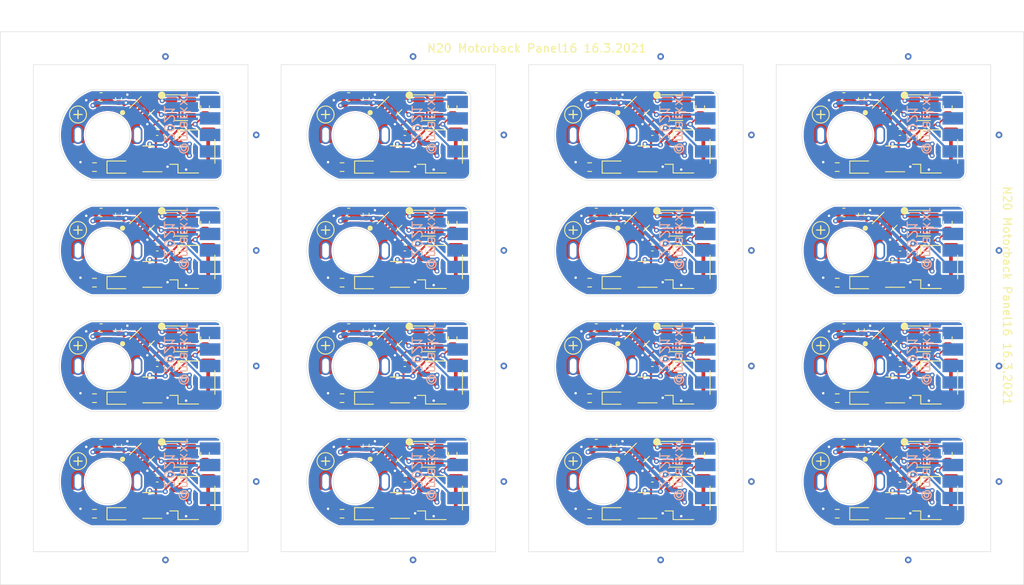
<source format=kicad_pcb>
(kicad_pcb (version 20210228) (generator pcbnew)
  (layers (0 "F.Cu" signal) (31 "B.Cu" signal) (34 "B.Paste" user) (35 "F.Paste" user) (36 "B.SilkS" user "B.Silkscreen") (37 "F.SilkS" user "F.Silkscreen") (38 "B.Mask" user) (39 "F.Mask" user) (44 "Edge.Cuts" user))
  (net 0 "")
  (net 1 "GND")
  (net 2 "VBAT")
  (net 3 "/VLOGIC")
  (net 4 "PWMIN")
  (net 5 "/MOTORF")
  (net 6 "/MOTORR")
  (net 7 "BLINKY")
  (net 8 "Net-(D1-Pad1)")
  (net 9 "/MOTOROUT1")
  (net 10 "/MOTOROUT2")
  (net 11 "/PWMR")
  (footprint "LED_SMD:LED_0603_1608Metric" (layer "F.Cu") (at 146.4 97.4)
    (fp_text reference "D1" hide)
    (fp_text value "LED" hide)
  )
  (footprint "motorback:motorpad" (layer "F.Cu") (at 148.6 107.5)
    (fp_text reference "J3" hide)
    (fp_text value "Conn_01x01_Male" hide)
  )
  (footprint "Resistor_SMD:R_0603_1608Metric" (layer "F.Cu") (at 186.8 90.2 90)
    (fp_text reference "R2" hide)
    (fp_text value "1k" hide)
  )
  (footprint "motorback:drv8837_custom" (layer "F.Cu") (at 89.5 76 45)
    (fp_text reference "U1" hide)
    (fp_text value "DRV8837DSGR" hide)
  )
  (footprint "Package_TO_SOT_SMD:SOT-23-6" (layer "F.Cu") (at 93.9 76.2)
    (fp_text reference "U2" hide)
    (fp_text value "ATtiny4-TS" hide)
  )
  (footprint "Package_TO_SOT_SMD:SOT-23" (layer "F.Cu") (at 89.9 110.4 180)
    (fp_text reference "U3" hide)
    (fp_text value "AIC1734-33GUTR" hide)
  )
  (footprint "Package_TO_SOT_SMD:SOT-23" (layer "F.Cu") (at 149.9 82.4 180)
    (fp_text reference "U3" hide)
    (fp_text value "AIC1734-33GUTR" hide)
  )
  (footprint "motorback:drv8837_custom" (layer "F.Cu") (at 179.5 62 45)
    (fp_text reference "U1" hide)
    (fp_text value "DRV8837DSGR" hide)
  )
  (footprint "LED_SMD:LED_0603_1608Metric" (layer "F.Cu") (at 146.4 83.4)
    (fp_text reference "D1" hide)
    (fp_text value "LED" hide)
  )
  (footprint "Resistor_SMD:R_0603_1608Metric" (layer "F.Cu") (at 186.8 76.2 90)
    (fp_text reference "R2" hide)
    (fp_text value "1k" hide)
  )
  (footprint "motorback:drv8837_custom" (layer "F.Cu") (at 89.5 90 45)
    (fp_text reference "U1" hide)
    (fp_text value "DRV8837DSGR" hide)
  )
  (footprint "Package_TO_SOT_SMD:SOT-23-6" (layer "F.Cu") (at 93.9 62.2)
    (fp_text reference "U2" hide)
    (fp_text value "ATtiny4-TS" hide)
  )
  (footprint "motorback:drv8837_custom" (layer "F.Cu") (at 179.5 104 45)
    (fp_text reference "U1" hide)
    (fp_text value "DRV8837DSGR" hide)
  )
  (footprint "Capacitor_SMD:C_0402_1005Metric" (layer "F.Cu") (at 151 79.2 180)
    (fp_text reference "C3" hide)
    (fp_text value "1uF" hide)
  )
  (footprint "LED_SMD:LED_0603_1608Metric" (layer "F.Cu") (at 146.4 69.4)
    (fp_text reference "D1" hide)
    (fp_text value "LED" hide)
  )
  (footprint "motorback:motorpad" (layer "F.Cu") (at 178.6 65.5)
    (fp_text reference "J3" hide)
    (fp_text value "Conn_01x01_Male" hide)
  )
  (footprint "Resistor_SMD:R_0603_1608Metric" (layer "F.Cu") (at 96.8 76.2 90)
    (fp_text reference "R2" hide)
    (fp_text value "1k" hide)
  )
  (footprint "Package_TO_SOT_SMD:SOT-23" (layer "F.Cu") (at 179.9 82.4 180)
    (fp_text reference "U3" hide)
    (fp_text value "AIC1734-33GUTR" hide)
  )
  (footprint "Capacitor_SMD:C_0603_1608Metric" (layer "F.Cu") (at 144.2 60.9 180)
    (fp_text reference "C1" hide)
    (fp_text value "10uF" hide)
  )
  (footprint "Connector_JST:JST_SH_SM03B-SRSS-TB_1x03-1MP_P1.00mm_Horizontal" (layer "F.Cu") (at 125.3 109.5 90)
    (fp_text reference "J1" hide)
    (fp_text value "Servo wire input" hide)
  )
  (footprint "Resistor_SMD:R_0603_1608Metric" (layer "F.Cu") (at 113.4 69.4)
    (fp_text reference "R1" hide)
    (fp_text value "1k" hide)
  )
  (footprint "motorback:motorpad" (layer "F.Cu") (at 171.4 79.5)
    (fp_text reference "J2" hide)
    (fp_text value "Conn_01x01_Male" hide)
  )
  (footprint "motorback:motorpad" (layer "F.Cu") (at 178.6 107.5)
    (fp_text reference "J3" hide)
    (fp_text value "Conn_01x01_Male" hide)
  )
  (footprint "motorback:drv8837_custom" (layer "F.Cu") (at 149.5 62 45)
    (fp_text reference "U1" hide)
    (fp_text value "DRV8837DSGR" hide)
  )
  (footprint "Capacitor_SMD:C_0402_1005Metric" (layer "F.Cu") (at 151 107.2 180)
    (fp_text reference "C3" hide)
    (fp_text value "1uF" hide)
  )
  (footprint "motorback:drv8837_custom" (layer "F.Cu") (at 119.5 104 45)
    (fp_text reference "U1" hide)
    (fp_text value "DRV8837DSGR" hide)
  )
  (footprint "Capacitor_SMD:C_0402_1005Metric" (layer "F.Cu") (at 86.32 103.1 90)
    (fp_text reference "C2" hide)
    (fp_text value "1uF" hide)
  )
  (footprint "Resistor_SMD:R_0603_1608Metric" (layer "F.Cu") (at 83.4 83.4)
    (fp_text reference "R1" hide)
    (fp_text value "1k" hide)
  )
  (footprint "Resistor_SMD:R_0603_1608Metric" (layer "F.Cu") (at 113.4 97.4)
    (fp_text reference "R1" hide)
    (fp_text value "1k" hide)
  )
  (footprint "Capacitor_SMD:C_0402_1005Metric" (layer "F.Cu") (at 176.32 75.1 90)
    (fp_text reference "C2" hide)
    (fp_text value "1uF" hide)
  )
  (footprint "Resistor_SMD:R_0603_1608Metric" (layer "F.Cu") (at 96.8 104.2 90)
    (fp_text reference "R2" hide)
    (fp_text value "1k" hide)
  )
  (footprint "Capacitor_SMD:C_0402_1005Metric" (layer "F.Cu") (at 181 93.2 180)
    (fp_text reference "C3" hide)
    (fp_text value "1uF" hide)
  )
  (footprint "motorback:motorpad" (layer "F.Cu") (at 88.6 93.5)
    (fp_text reference "J3" hide)
    (fp_text value "Conn_01x01_Male" hide)
  )
  (footprint "Package_TO_SOT_SMD:SOT-23" (layer "F.Cu") (at 179.9 96.4 180)
    (fp_text reference "U3" hide)
    (fp_text value "AIC1734-33GUTR" hide)
  )
  (footprint "motorback:motorpad" (layer "F.Cu") (at 171.4 65.5)
    (fp_text reference "J2" hide)
    (fp_text value "Conn_01x01_Male" hide)
  )
  (footprint "Package_TO_SOT_SMD:SOT-23-6" (layer "F.Cu") (at 183.9 62.2)
    (fp_text reference "U2" hide)
    (fp_text value "ATtiny4-TS" hide)
  )
  (footprint "Capacitor_SMD:C_0603_1608Metric" (layer "F.Cu") (at 84.2 88.9 180)
    (fp_text reference "C1" hide)
    (fp_text value "10uF" hide)
  )
  (footprint "motorback:motorpad" (layer "F.Cu") (at 81.4 107.5)
    (fp_text reference "J2" hide)
    (fp_text value "Conn_01x01_Male" hide)
  )
  (footprint "Resistor_SMD:R_0603_1608Metric" (layer "F.Cu") (at 186.8 104.2 90)
    (fp_text reference "R2" hide)
    (fp_text value "1k" hide)
  )
  (footprint "Connector_JST:JST_SH_SM03B-SRSS-TB_1x03-1MP_P1.00mm_Horizontal" (layer "F.Cu") (at 95.3 81.5 90)
    (fp_text reference "J1" hide)
    (fp_text value "Servo wire input" hide)
  )
  (footprint "Package_TO_SOT_SMD:SOT-23" (layer "F.Cu") (at 149.9 68.4 180)
    (fp_text reference "U3" hide)
    (fp_text value "AIC1734-33GUTR" hide)
  )
  (footprint "Capacitor_SMD:C_0402_1005Metric" (layer "F.Cu") (at 151 65.2 180)
    (fp_text reference "C3" hide)
    (fp_text value "1uF" hide)
  )
  (footprint "motorback:drv8837_custom" (layer "F.Cu") (at 179.5 90 45)
    (fp_text reference "U1" hide)
    (fp_text value "DRV8837DSGR" hide)
  )
  (footprint "Capacitor_SMD:C_0402_1005Metric" (layer "F.Cu") (at 121 79.2 180)
    (fp_text reference "C3" hide)
    (fp_text value "1uF" hide)
  )
  (footprint "Connector_JST:JST_SH_SM03B-SRSS-TB_1x03-1MP_P1.00mm_Horizontal" (layer "F.Cu") (at 155.3 81.5 90)
    (fp_text reference "J1" hide)
    (fp_text value "Servo wire input" hide)
  )
  (footprint "Resistor_SMD:R_0603_1608Metric" (layer "F.Cu") (at 113.4 111.4)
    (fp_text reference "R1" hide)
    (fp_text value "1k" hide)
  )
  (footprint "motorback:drv8837_custom" (layer "F.Cu") (at 179.5 76 45)
    (fp_text reference "U1" hide)
    (fp_text value "DRV8837DSGR" hide)
  )
  (footprint "LED_SMD:LED_0603_1608Metric" (layer "F.Cu") (at 86.4 83.4)
    (fp_text reference "D1" hide)
    (fp_text value "LED" hide)
  )
  (footprint "Package_TO_SOT_SMD:SOT-23-6" (layer "F.Cu") (at 123.9 104.2)
    (fp_text reference "U2" hide)
    (fp_text value "ATtiny4-TS" hide)
  )
  (footprint "Package_TO_SOT_SMD:SOT-23-6" (layer "F.Cu") (at 183.9 76.2)
    (fp_text reference "U2" hide)
    (fp_text value "ATtiny4-TS" hide)
  )
  (footprint "motorback:motorpad" (layer "F.Cu") (at 171.4 107.5)
    (fp_text reference "J2" hide)
    (fp_text value "Conn_01x01_Male" hide)
  )
  (footprint "Resistor_SMD:R_0603_1608Metric" (layer "F.Cu") (at 96.8 90.2 90)
    (fp_text reference "R2" hide)
    (fp_text value "1k" hide)
  )
  (footprint "Capacitor_SMD:C_0402_1005Metric" (layer "F.Cu") (at 146.32 75.1 90)
    (fp_text reference "C2" hide)
    (fp_text value "1uF" hide)
  )
  (footprint "Package_TO_SOT_SMD:SOT-23-6" (layer "F.Cu") (at 93.9 90.2)
    (fp_text reference "U2" hide)
    (fp_text value "ATtiny4-TS" hide)
  )
  (footprint "Connector_JST:JST_SH_SM03B-SRSS-TB_1x03-1MP_P1.00mm_Horizontal" (layer "F.Cu") (at 95.3 67.5 90)
    (fp_text reference "J1" hide)
    (fp_text value "Servo wire input" hide)
  )
  (footprint "Package_TO_SOT_SMD:SOT-23-6" (layer "F.Cu") (at 123.9 62.2)
    (fp_text reference "U2" hide)
    (fp_text value "ATtiny4-TS" hide)
  )
  (footprint "Resistor_SMD:R_0603_1608Metric" (layer "F.Cu") (at 143.4 69.4)
    (fp_text reference "R1" hide)
    (fp_text value "1k" hide)
  )
  (footprint "motorback:motorpad" (layer "F.Cu") (at 81.4 79.5)
    (fp_text reference "J2" hide)
    (fp_text value "Conn_01x01_Male" hide)
  )
  (footprint "LED_SMD:LED_0603_1608Metric" (layer "F.Cu") (at 86.4 97.4)
    (fp_text reference "D1" hide)
    (fp_text value "LED" hide)
  )
  (footprint "motorback:motorpad" (layer "F.Cu") (at 171.4 93.5)
    (fp_text reference "J2" hide)
    (fp_text value "Conn_01x01_Male" hide)
  )
  (footprint "Package_TO_SOT_SMD:SOT-23" (layer "F.Cu") (at 149.9 96.4 180)
    (fp_text reference "U3" hide)
    (fp_text value "AIC1734-33GUTR" hide)
  )
  (footprint "Resistor_SMD:R_0603_1608Metric" (layer "F.Cu") (at 186.8 62.2 90)
    (fp_text reference "R2" hide)
    (fp_text value "1k" hide)
  )
  (footprint "Resistor_SMD:R_0603_1608Metric" (layer "F.Cu") (at 143.4 97.4)
    (fp_text reference "R1" hide)
    (fp_text value "1k" hide)
  )
  (footprint "Package_TO_SOT_SMD:SOT-23-6" (layer "F.Cu") (at 123.9 90.2)
    (fp_text reference "U2" hide)
    (fp_text value "ATtiny4-TS" hide)
  )
  (footprint "Capacitor_SMD:C_0402_1005Metric" (layer "F.Cu") (at 121 93.2 180)
    (fp_text reference "C3" hide)
    (fp_text value "1uF" hide)
  )
  (footprint "Package_TO_SOT_SMD:SOT-23" (layer "F.Cu") (at 119.9 82.4 180)
    (fp_text reference "U3" hide)
    (fp_text value "AIC1734-33GUTR" hide)
  )
  (footprint "Resistor_SMD:R_0603_1608Metric" (layer "F.Cu") (at 156.8 76.2 90)
    (fp_text reference "R2" hide)
    (fp_text value "1k" hide)
  )
  (footprint "LED_SMD:LED_0603_1608Metric" (layer "F.Cu") (at 116.4 97.4)
    (fp_text reference "D1" hide)
    (fp_text value "LED" hide)
  )
  (footprint "Package_TO_SOT_SMD:SOT-23" (layer "F.Cu") (at 179.9 110.4 180)
    (fp_text reference "U3" hide)
    (fp_text value "AIC1734-33GUTR" hide)
  )
  (footprint "Resistor_SMD:R_0603_1608Metric" (layer "F.Cu") (at 156.8 62.2 90)
    (fp_text reference "R2" hide)
    (fp_text value "1k" hide)
  )
  (footprint "Package_TO_SOT_SMD:SOT-23-6" (layer "F.Cu") (at 153.9 76.2)
    (fp_text reference "U2" hide)
    (fp_text value "ATtiny4-TS" hide)
  )
  (footprint "Connector_JST:JST_SH_SM03B-SRSS-TB_1x03-1MP_P1.00mm_Horizontal" (layer "F.Cu") (at 125.3 81.5 90)
    (fp_text reference "J1" hide)
    (fp_text value "Servo wire input" hide)
  )
  (footprint "Package_TO_SOT_SMD:SOT-23-6" (layer "F.Cu") (at 153.9 62.2)
    (fp_text reference "U2" hide)
    (fp_text value "ATtiny4-TS" hide)
  )
  (footprint "motorback:drv8837_custom" (layer "F.Cu") (at 149.5 104 45)
    (fp_text reference "U1" hide)
    (fp_text value "DRV8837DSGR" hide)
  )
  (footprint "Connector_JST:JST_SH_SM03B-SRSS-TB_1x03-1MP_P1.00mm_Horizontal" (layer "F.Cu") (at 125.3 95.5 90)
    (fp_text reference "J1" hide)
    (fp_text value "Servo wire input" hide)
  )
  (footprint "Capacitor_SMD:C_0603_1608Metric" (layer "F.Cu") (at 114.2 74.9 180)
    (fp_text reference "C1" hide)
    (fp_text value "10uF" hide)
  )
  (footprint "Capacitor_SMD:C_0402_1005Metric" (layer "F.Cu") (at 116.32 61.1 90)
    (fp_text reference "C2" hide)
    (fp_text value "1uF" hide)
  )
  (footprint "LED_SMD:LED_0603_1608Metric" (layer "F.Cu") (at 116.4 111.4)
    (fp_text reference "D1" hide)
    (fp_text value "LED" hide)
  )
  (footprint "Capacitor_SMD:C_0603_1608Metric" (layer "F.Cu") (at 174.2 60.9 180)
    (fp_text reference "C1" hide)
    (fp_text value "10uF" hide)
  )
  (footprint "Resistor_SMD:R_0603_1608Metric" (layer "F.Cu") (at 156.8 90.2 90)
    (fp_text reference "R2" hide)
    (fp_text value "1k" hide)
  )
  (footprint "Resistor_SMD:R_0603_1608Metric" (layer "F.Cu") (at 173.4 111.4)
    (fp_text reference "R1" hide)
    (fp_text value "1k" hide)
  )
  (footprint "LED_SMD:LED_0603_1608Metric" (layer "F.Cu") (at 176.4 97.4)
    (fp_text reference "D1" hide)
    (fp_text value "LED" hide)
  )
  (footprint "Capacitor_SMD:C_0603_1608Metric" (layer "F.Cu") (at 144.2 88.9 180)
    (fp_text reference "C1" hide)
    (fp_text value "10uF" hide)
  )
  (footprint "Package_TO_SOT_SMD:SOT-23" (layer "F.Cu") (at 119.9 96.4 180)
    (fp_text reference "U3" hide)
    (fp_text value "AIC1734-33GUTR" hide)
  )
  (footprint "Resistor_SMD:R_0603_1608Metric" (layer "F.Cu") (at 143.4 83.4)
    (fp_text reference "R1" hide)
    (fp_text value "1k" hide)
  )
  (footprint "Resistor_SMD:R_0603_1608Metric" (layer "F.Cu") (at 96.8 62.2 90)
    (fp_text reference "R2" hide)
    (fp_text value "1k" hide)
  )
  (footprint "Resistor_SMD:R_0603_1608Metric" (layer "F.Cu") (at 173.4 69.4)
    (fp_text reference "R1" hide)
    (fp_text value "1k" hide)
  )
  (footprint "Capacitor_SMD:C_0402_1005Metric" (layer "F.Cu") (at 176.32 61.1 90)
    (fp_text reference "C2" hide)
    (fp_text value "1uF" hide)
  )
  (footprint "Capacitor_SMD:C_0402_1005Metric" (layer "F.Cu") (at 121 65.2 180)
    (fp_text reference "C3" hide)
    (fp_text value "1uF" hide)
  )
  (footprint "Resistor_SMD:R_0603_1608Metric" (layer "F.Cu") (at 173.4 97.4)
    (fp_text reference "R1" hide)
    (fp_text value "1k" hide)
  )
  (footprint "Connector_JST:JST_SH_SM03B-SRSS-TB_1x03-1MP_P1.00mm_Horizontal" (layer "F.Cu") (at 185.3 95.5 90)
    (fp_text reference "J1" hide)
    (fp_text value "Servo wire input" hide)
  )
  (footprint "motorback:motorpad" (layer "F.Cu") (at 148.6 79.5)
    (fp_text reference "J3" hide)
    (fp_text value "Conn_01x01_Male" hide)
  )
  (footprint "Connector_JST:JST_SH_SM03B-SRSS-TB_1x03-1MP_P1.00mm_Horizontal" (layer "F.Cu") (at 155.3 109.5 90)
    (fp_text reference "J1" hide)
    (fp_text value "Servo wire input" hide)
  )
  (footprint "motorback:motorpad" (layer "F.Cu") (at 118.6 65.5)
    (fp_text reference "J3" hide)
    (fp_text value "Conn_01x01_Male" hide)
  )
  (footprint "Capacitor_SMD:C_0603_1608Metric" (layer "F.Cu") (at 84.2 102.9 180)
    (fp_text reference "C1" hide)
    (fp_text value "10uF" hide)
  )
  (footprint "motorback:drv8837_custom" (layer "F.Cu") (at 149.5 90 45)
    (fp_text reference "U1" hide)
    (fp_text value "DRV8837DSGR" hide)
  )
  (footprint "Capacitor_SMD:C_0402_1005Metric" (layer "F.Cu") (at 176.32 103.1 90)
    (fp_text reference "C2" hide)
    (fp_text value "1uF" hide)
  )
  (footprint "motorback:drv8837_custom" (layer "F.Cu") (at 89.5 104 45)
    (fp_text reference "U1" hide)
    (fp_text value "DRV8837DSGR" hide)
  )
  (footprint "Capacitor_SMD:C_0603_1608Metric" (layer "F.Cu") (at 114.2 88.9 180)
    (fp_text reference "C1" hide)
    (fp_text value "10uF" hide)
  )
  (footprint "Resistor_SMD:R_0603_1608Metric" (layer "F.Cu") (at 126.8 62.2 90)
    (fp_text reference "R2" hide)
    (fp_text value "1k" hide)
  )
  (footprint "Capacitor_SMD:C_0603_1608Metric" (layer "F.Cu") (at 144.2 74.9 180)
    (fp_text reference "C1" hide)
    (fp_text value "10uF" hide)
  )
  (footprint "Capacitor_SMD:C_0402_1005Metric" (layer "F.Cu") (at 116.32 89.1 90)
    (fp_text reference "C2" hide)
    (fp_text value "1uF" hide)
  )
  (footprint "Package_TO_SOT_SMD:SOT-23" (layer "F.Cu") (at 179.9 68.4 180)
    (fp_text reference "U3" hide)
    (fp_text value "AIC1734-33GUTR" hide)
  )
  (footprint "motorback:drv8837_custom" (layer "F.Cu") (at 119.5 62 45)
    (fp_text reference "U1" hide)
    (fp_text value "DRV8837DSGR" hide)
  )
  (footprint "Package_TO_SOT_SMD:SOT-23" (layer "F.Cu") (at 119.9 68.4 180)
    (fp_text reference "U3" hide)
    (fp_text value "AIC1734-33GUTR" hide)
  )
  (footprint "Resistor_SMD:R_0603_1608Metric" (layer "F.Cu") (at 126.8 104.2 90)
    (fp_text reference "R2" hide)
    (fp_text value "1k" hide)
  )
  (footprint "Capacitor_SMD:C_0402_1005Metric" (layer "F.Cu") (at 121 107.2 180)
    (fp_text reference "C3" hide)
    (fp_text value "1uF" hide)
  )
  (footprint "Capacitor_SMD:C_0402_1005Metric" (layer "F.Cu") (at 176.32 89.1 90)
    (fp_text reference "C2" hide)
    (fp_text value "1uF" hide)
  )
  (footprint "motorback:motorpad" (layer "F.Cu") (at 81.4 65.5)
    (fp_text reference "J2" hide)
    (fp_text value "Conn_01x01_Male" hide)
  )
  (footprint "Connector_JST:JST_SH_SM03B-SRSS-TB_1x03-1MP_P1.00mm_Horizontal" (layer "F.Cu") (at 185.3 67.5 90)
    (fp_text reference "J1" hide)
    (fp_text value "Servo wire input" hide)
  )
  (footprint "Capacitor_SMD:C_0603_1608Metric" (layer "F.Cu") (at 84.2 60.9 180)
    (fp_text reference "C1" hide)
    (fp_text value "10uF" hide)
  )
  (footprint "LED_SMD:LED_0603_1608Metric" (layer "F.Cu") (at 146.4 111.4)
    (fp_text reference "D1" hide)
    (fp_text value "LED" hide)
  )
  (footprint "Capacitor_SMD:C_0603_1608Metric" (layer "F.Cu") (at 144.2 102.9 180)
    (fp_text reference "C1" hide)
    (fp_text value "10uF" hide)
  )
  (footprint "Resistor_SMD:R_0603_1608Metric" (layer "F.Cu") (at 173.4 83.4)
    (fp_text reference "R1" hide)
    (fp_text value "1k" hide)
  )
  (footprint "LED_SMD:LED_0603_1608Metric" (layer "F.Cu") (at 176.4 69.4)
    (fp_text reference "D1" hide)
    (fp_text value "LED" hide)
  )
  (footprint "motorback:motorpad" (layer "F.Cu") (at 81.4 93.5)
    (fp_text reference "J2" hide)
    (fp_text value "Conn_01x01_Male" hide)
  )
  (footprint "LED_SMD:LED_0603_1608Metric" (layer "F.Cu") (at 176.4 83.4)
    (fp_text reference "D1" hide)
    (fp_text value "LED" hide)
  )
  (footprint "Connector_JST:JST_SH_SM03B-SRSS-TB_1x03-1MP_P1.00mm_Horizontal" (layer "F.Cu") (at 95.3 95.5 90)
    (fp_text reference "J1" hide)
    (fp_text value "Servo wire input" hide)
  )
  (footprint "motorback:motorpad" (layer "F.Cu") (at 111.4 65.5)
    (fp_text reference "J2" hide)
    (fp_text value "Conn_01x01_Male" hide)
  )
  (footprint "motorback:motorpad" (layer "F.Cu") (at 88.6 65.5)
    (fp_text reference "J3" hide)
    (fp_text value "Conn_01x01_Male" hide)
  )
  (footprint "motorback:motorpad" (layer "F.Cu") (at 88.6 107.5)
    (fp_text reference "J3" hide)
    (fp_text value "Conn_01x01_Male" hide)
  )
  (footprint "Capacitor_SMD:C_0402_1005Metric" (layer "F.Cu") (at 86.32 61.1 90)
    (fp_text reference "C2" hide)
    (fp_text value "1uF" hide)
  )
  (footprint "Resistor_SMD:R_0603_1608Metric" (layer "F.Cu") (at 83.4 111.4)
    (fp_text reference "R1" hide)
    (fp_text value "1k" hide)
  )
  (footprint "motorback:motorpad" (layer "F.Cu") (at 118.6 107.5)
    (fp_text reference "J3" hide)
    (fp_text value "Conn_01x01_Male" hide)
  )
  (footprint "Capacitor_SMD:C_0603_1608Metric" (layer "F.Cu") (at 174.2 102.9 180)
    (fp_text reference "C1" hide)
    (fp_text value "10uF" hide)
  )
  (footprint "motorback:motorpad" (layer "F.Cu") (at 111.4 107.5)
    (fp_text reference "J2" hide)
    (fp_text value "Conn_01x01_Male" hide)
  )
  (footprint "Package_TO_SOT_SMD:SOT-23" (layer "F.Cu") (at 89.9 82.4 180)
    (fp_text reference "U3" hide)
    (fp_text value "AIC1734-33GUTR" hide)
  )
  (footprint "Capacitor_SMD:C_0402_1005Metric" (layer "F.Cu") (at 86.32 89.1 90)
    (fp_text reference "C2" hide)
    (fp_text value "1uF" hide)
  )
  (footprint "Package_TO_SOT_SMD:SOT-23-6" (layer "F.Cu") (at 183.9 104.2)
    (fp_text reference "U2" hide)
    (fp_text value "ATtiny4-TS" hide)
  )
  (footprint "motorback:motorpad" (layer "F.Cu") (at 178.6 93.5)
    (fp_text reference "J3" hide)
    (fp_text value "Conn_01x01_Male" hide)
  )
  (footprint "Package_TO_SOT_SMD:SOT-23" (layer "F.Cu") (at 89.9 68.4 180)
    (fp_text reference "U3" hide)
    (fp_text value "AIC1734-33GUTR" hide)
  )
  (footprint "Capacitor_SMD:C_0402_1005Metric" (layer "F.Cu") (at 91 65.2 180)
    (fp_text reference "C3" hide)
    (fp_text value "1uF" hide)
  )
  (footprint "LED_SMD:LED_0603_1608Metric" (layer "F.Cu") (at 176.4 111.4)
    (fp_text reference "D1" hide)
    (fp_text value "LED" hide)
  )
  (footprint "motorback:drv8837_custom" (layer "F.Cu") (at 149.5 76 45)
    (fp_text reference "U1" hide)
    (fp_text value "DRV8837DSGR" hide)
  )
  (footprint "Capacitor_SMD:C_0603_1608Metric" (layer "F.Cu") (at 114.2 102.9 180)
    (fp_text reference "C1" hide)
    (fp_text value "10uF" hide)
  )
  (footprint "motorback:drv8837_custom" (layer "F.Cu") (at 89.5 62 45)
    (fp_text reference "U1" hide)
    (fp_text value "DRV8837DSGR" hide)
  )
  (footprint "motorback:motorpad" (layer "F.Cu") (at 111.4 93.5)
    (fp_text reference "J2" hide)
    (fp_text value "Conn_01x01_Male" hide)
  )
  (footprint "Package_TO_SOT_SMD:SOT-23-6" (layer "F.Cu") (at 153.9 90.2)
    (fp_text reference "U2" hide)
    (fp_text value "ATtiny4-TS" hide)
  )
  (footprint "LED_SMD:LED_0603_1608Metric" (layer "F.Cu") (at 86.4 111.4)
    (fp_text reference "D1" hide)
    (fp_text value "LED" hide)
  )
  (footprint "motorback:motorpad" (layer "F.Cu") (at 148.6 93.5)
    (fp_text reference "J3" hide)
    (fp_text value "Conn_01x01_Male" hide)
  )
  (footprint "motorback:drv8837_custom" (layer "F.Cu") (at 119.5 76 45)
    (fp_text reference "U1" hide)
    (fp_text value "DRV8837DSGR" hide)
  )
  (footprint "Resistor_SMD:R_0603_1608Metric" (layer "F.Cu") (at 126.8 90.2 90)
    (fp_text reference "R2" hide)
    (fp_text value "1k" hide)
  )
  (footprint "motorback:motorpad" (layer "F.Cu") (at 141.4 65.5)
    (fp_text reference "J2" hide)
    (fp_text value "Conn_01x01_Male" hide)
  )
  (footprint "Resistor_SMD:R_0603_1608Metric" (layer "F.Cu") (at 83.4 97.4)
    (fp_text reference "R1" hide)
    (fp_text value "1k" hide)
  )
  (footprint "Resistor_SMD:R_0603_1608Metric" (layer "F.Cu") (at 113.4 83.4)
    (fp_text reference "R1" hide)
    (fp_text value "1k" hide)
  )
  (footprint "Connector_JST:JST_SH_SM03B-SRSS-TB_1x03-1MP_P1.00mm_Horizontal" (layer "F.Cu") (at 125.3 67.5 90)
    (fp_text reference "J1" hide)
    (fp_text value "Servo wire input" hide)
  )
  (footprint "Connector_JST:JST_SH_SM03B-SRSS-TB_1x03-1MP_P1.00mm_Horizontal" (layer "F.Cu") (at 185.3 81.5 90)
    (fp_text reference "J1" hide)
    (fp_text value "Servo wire input" hide)
  )
  (footprint "Package_TO_SOT_SMD:SOT-23-6" (layer "F.Cu") (at 123.9 76.2)
    (fp_text reference "U2" hide)
    (fp_text value "ATtiny4-TS" hide)
  )
  (footprint "Capacitor_SMD:C_0402_1005Metric" (layer "F.Cu") (at 181 107.2 180)
    (fp_text reference "C3" hide)
    (fp_text value "1uF" hide)
  )
  (footprint "Capacitor_SMD:C_0402_1005Metric" (layer "F.Cu") (at 181 79.2 180)
    (fp_text reference "C3" hide)
    (fp_text value "1uF" hide)
  )
  (footprint "motorback:motorpad" (layer "F.Cu") (at 141.4 93.5)
    (fp_text reference "J2" hide)
    (fp_text value "Conn_01x01_Male" hide)
  )
  (footprint "motorback:motorpad" (layer "F.Cu") (at 141.4 79.5)
    (fp_text reference "J2" hide)
    (fp_text value "Conn_01x01_Male" hide)
  )
  (footprint "Capacitor_SMD:C_0402_1005Metric" (layer "F.Cu") (at 116.32 75.1 90)
    (fp_text reference "C2" hide)
    (fp_text value "1uF" hide)
  )
  (footprint "Connector_JST:JST_SH_SM03B-SRSS-TB_1x03-1MP_P1.00mm_Horizontal" (layer "F.Cu") (at 155.3 67.5 90)
    (fp_text reference "J1" hide)
    (fp_text value "Servo wire input" hide)
  )
  (footprint "motorback:motorpad" (layer "F.Cu") (at 148.6 65.5)
    (fp_text reference "J3" hide)
    (fp_text value "Conn_01x01_Male" hide)
  )
  (footprint "Resistor_SMD:R_0603_1608Metric" (layer "F.Cu") (at 143.4 111.4)
    (fp_text reference "R1" hide)
    (fp_text value "1k" hide)
  )
  (footprint "Connector_JST:JST_SH_SM03B-SRSS-TB_1x03-1MP_P1.00mm_Horizontal" (layer "F.Cu") (at 155.3 95.5 90)
    (fp_text reference "J1" hide)
    (fp_text value "Servo wire input" hide)
  )
  (footprint "Capacitor_SMD:C_0402_1005Metric" (layer "F.Cu") (at 146.32 89.1 90)
    (fp_text reference "C2" hide)
    (fp_text value "1uF" hide)
  )
  (footprint "motorback:motorpad" (layer "F.Cu") (at 111.4 79.5)
    (fp_text reference "J2" hide)
    (fp_text value "Conn_01x01_Male" hide)
  )
  (footprint "Package_TO_SOT_SMD:SOT-23" (layer "F.Cu") (at 119.9 110.4 180)
    (fp_text reference "U3" hide)
    (fp_text value "AIC1734-33GUTR" hide)
  )
  (footprint "Capacitor_SMD:C_0402_1005Metric" (layer "F.Cu") (at 86.32 75.1 90)
    (fp_text reference "C2" hide)
    (fp_text value "1uF" hide)
  )
  (footprint "Capacitor_SMD:C_0402_1005Metric" (layer "F.Cu") (at 116.32 103.1 90)
    (fp_text reference "C2" hide)
    (fp_text value "1uF" hide)
  )
  (footprint "Capacitor_SMD:C_0402_1005Metric" (layer "F.Cu") (at 181 65.2 180)
    (fp_text reference "C3" hide)
    (fp_text value "1uF" hide)
  )
  (footprint "motorback:motorpad" (layer "F.Cu") (at 88.6 79.5)
    (fp_text reference "J3" hide)
    (fp_text value "Conn_01x01_Male" hide)
  )
  (footprint "Resistor_SMD:R_0603_1608Metric" (layer "F.Cu") (at 156.8 104.2 90)
    (fp_text reference "R2" hide)
    (fp_text value "1k" hide)
  )
  (footprint "motorback:motorpad" (layer "F.Cu") (at 141.4 107.5)
    (fp_text reference "J2" hide)
    (fp_text value "Conn_01x01_Male" hide)
  )
  (footprint "Package_TO_SOT_SMD:SOT-23" (layer "F.Cu") (at 89.9 96.4 180)
    (fp_text reference "U3" hide)
    (fp_text value "AIC1734-33GUTR" hide)
  )
  (footprint "LED_SMD:LED_0603_1608Metric" (layer "F.Cu") (at 86.4 69.4)
    (fp_text reference "D1" hide)
    (fp_text value "LED" hide)
  )
  (footprint "Connector_JST:JST_SH_SM03B-SRSS-TB_1x03-1MP_P1.00mm_Horizontal" (layer "F.Cu") (at 185.3 109.5 90)
    (fp_text reference "J1" hide)
    (fp_text value "Servo wire input" hide)
  )
  (footprint "motorback:motorpad" (layer "F.Cu") (at 178.6 79.5)
    (fp_text reference "J3" hide)
    (fp_text value "Conn_01x01_Male" hide)
  )
  (footprint "Capacitor_SMD:C_0603_1608Metric" (layer "F.Cu") (at 114.2 60.9 180)
    (fp_text reference "C1" hide)
    (fp_text value "10uF" hide)
  )
  (footprint "Resistor_SMD:R_0603_1608Metric" (layer "F.Cu") (at 83.4 69.4)
    (fp_text reference "R1" hide)
    (fp_text value "1k" hide)
  )
  (footprint "Capacitor_SMD:C_0402_1005Metric" (layer "F.Cu") (at 151 93.2 180)
    (fp_text reference "C3" hide)
    (fp_text value "1uF" hide)
  )
  (footprint "Capacitor_SMD:C_0603_1608Metric" (layer "F.Cu") (at 84.2 74.9 180)
    (fp_text reference "C1" hide)
    (fp_text value "10uF" hide)
  )
  (footprint "Connector_JST:JST_SH_SM03B-SRSS-TB_1x03-1MP_P1.00mm_Horizontal" (layer "F.Cu") (at 95.3 109.5 90)
    (fp_text reference "J1" hide)
    (fp_text value "Servo wire input" hide)
  )
  (footprint "Capacitor_SMD:C_0402_1005Metric" (layer "F.Cu") (at 91 107.2 180)
    (fp_text reference "C3" hide)
    (fp_text value "1uF" hide)
  )
  (footprint "Capacitor_SMD:C_0402_1005Metric" (layer "F.Cu") (at 91 93.2 180)
    (fp_text reference "C3" hide)
    (fp_text value "1uF" hide)
  )
  (footprint "Package_TO_SOT_SMD:SOT-23-6" (layer "F.Cu") (at 93.9 104.2)
    (fp_text reference "U2" hide)
    (fp_text value "ATtiny4-TS" hide)
  )
  (footprint "Capacitor_SMD:C_0402_1005Metric" (layer "F.Cu") (at 146.32 103.1 90)
    (fp_text reference "C2" hide)
    (fp_text value "1uF" hide)
  )
  (footprint "Package_TO_SOT_SMD:SOT-23-6" (layer "F.Cu") (at 153.9 104.2)
    (fp_text reference "U2" hide)
    (fp_text value "ATtiny4-TS" hide)
  )
  (footprint "Resistor_SMD:R_0603_1608Metric" (layer "F.Cu") (at 126.8 76.2 90)
    (fp_text reference "R2" hide)
    (fp_text value "1k" hide)
  )
  (footprint "LED_SMD:LED_0603_1608Metric" (layer "F.Cu") (at 116.4 69.4)
    (fp_text reference "D1" hide)
    (fp_text value "LED" hide)
  )
  (footprint "Capacitor_SMD:C_0603_1608Metric" (layer "F.Cu") (at 174.2 88.9 180)
    (fp_text reference "C1" hide)
    (fp_text value "10uF" hide)
  )
  (footprint "LED_SMD:LED_0603_1608Metric" (layer "F.Cu") (at 116.4 83.4)
    (fp_text reference "D1" hide)
    (fp_text value "LED" hide)
  )
  (footprint "Capacitor_SMD:C_0603_1608Metric" (layer "F.Cu") (at 174.2 74.9 180)
    (fp_text reference "C1" hide)
    (fp_text value "10uF" hide)
  )
  (footprint "Capacitor_SMD:C_0402_1005Metric" (layer "F.Cu") (at 91 79.2 180)
    (fp_text reference "C3" hide)
    (fp_text value "1uF" hide)
  )
  (footprint "motorback:motorpad" (layer "F.Cu") (at 118.6 93.5)
    (fp_text reference "J3" hide)
    (fp_text value "Conn_01x01_Male" hide)
  )
  (footprint "Capacitor_SMD:C_0402_1005Metric" (layer "F.Cu") (at 146.32 61.1 90)
    (fp_text reference "C2" hide)
    (fp_text value "1uF" hide)
  )
  (footprint "motorback:motorpad" (layer "F.Cu") (at 118.6 79.5)
    (fp_text reference "J3" hide)
    (fp_text value "Conn_01x01_Male" hide)
  )
  (footprint "Package_TO_SOT_SMD:SOT-23" (layer "F.Cu") (at 149.9 110.4 180)
    (fp_text reference "U3" hide)
    (fp_text value "AIC1734-33GUTR" hide)
  )
  (footprint "motorback:drv8837_custom" (layer "F.Cu") (at 119.5 90 45)
    (fp_text reference "U1" hide)
    (fp_text value "DRV8837DSGR" hide)
  )
  (footprint "Package_TO_SOT_SMD:SOT-23-6" (layer "F.Cu") (at 183.9 90.2)
    (fp_text reference "U2" hide)
    (fp_text value "ATtiny4-TS" hide)
  )
  (footprint "motorback:pogopins_5" (layer "B.Cu") (at 157.4 65.5 90)
    (fp_text reference "J4" hide)
    (fp_text value "prog_pins" hide)
  )
  (footprint "motorback:pogopins_5" (layer "B.Cu") (at 97.4 107.5 90)
    (fp_text reference "J4" hide)
    (fp_text value "prog_pins" hide)
  )
  (footprint "motorback:pogopins_5" (layer "B.Cu") (at 97.4 93.5 90)
    (fp_text reference "J4" hide)
    (fp_text value "prog_pins" hide)
  )
  (footprint "motorback:pogopins_5" (layer "B.Cu") (at 97.4 65.5 90)
    (fp_text reference "J4" hide)
    (fp_text value "prog_pins" hide)
  )
  (footprint "motorback:pogopins_5" (layer "B.Cu") (at 187.4 93.5 90)
    (fp_text reference "J4" hide)
    (fp_text value "prog_pins" hide)
  )
  (footprint "motorback:pogopins_5" (layer "B.Cu") (at 127.4 79.5 90)
    (fp_text reference "J4" hide)
    (fp_text value "prog_pins" hide)
  )
  (footprint "motorback:pogopins_5" (layer "B.Cu") (at 157.4 79.5 90)
    (fp_text reference "J4" hide)
    (fp_text value "prog_pins" hide)
  )
  (footprint "motorback:pogopins_5" (layer "B.Cu") (at 127.4 107.5 90)
    (fp_text reference "J4" hide)
    (fp_text value "prog_pins" hide)
  )
  (footprint "motorback:pogopins_5" (layer "B.Cu") (at 187.4 107.5 90)
    (fp_text reference "J4" hide)
    (fp_text value "prog_pins" hide)
  )
  (footprint "motorback:pogopins_5" (layer "B.Cu") (at 127.4 93.5 90)
    (fp_text reference "J4" hide)
    (fp_text value "prog_pins" hide)
  )
  (footprint "motorback:pogopins_5" (layer "B.Cu") (at 157.4 107.5 90)
    (fp_text reference "J4" hide)
    (fp_text value "prog_pins" hide)
  )
  (footprint "motorback:pogopins_5" (layer "B.Cu") (at 127.4 65.5 90)
    (fp_text reference "J4" hide)
    (fp_text value "prog_pins" hide)
  )
  (footprint "motorback:pogopins_5" (layer "B.Cu") (at 187.4 79.5 90)
    (fp_text reference "J4" hide)
    (fp_text value "prog_pins" hide)
  )
  (footprint "motorback:pogopins_5" (layer "B.Cu") (at 97.4 79.5 90)
    (fp_text reference "J4" hide)
    (fp_text value "prog_pins" hide)
  )
  (footprint "motorback:pogopins_5" (layer "B.Cu") (at 187.4 65.5 90)
    (fp_text reference "J4" hide)
    (fp_text value "prog_pins" hide)
  )
  (footprint "motorback:pogopins_5" (layer "B.Cu") (at 157.4 93.5 90)
    (fp_text reference "J4" hide)
    (fp_text value "prog_pins" hide)
  )
  (gr_circle (center 151.55 74.7) (end 151.95 74.7) (layer "F.SilkS") (width 0.12) (fill solid))
  (gr_circle (center 91.55 88.7) (end 91.95 88.7) (layer "F.SilkS") (width 0.12) (fill solid))
  (gr_circle (center 86.8 62.8) (end 87.05 62.8) (layer "F.SilkS") (width 0.12) (fill solid))
  (gr_circle (center 111.4 63.029563) (end 112.3 62.529563) (layer "F.SilkS") (width 0.12) (fill none))
  (gr_circle (center 181.55 60.7) (end 181.95 60.7) (layer "F.SilkS") (width 0.12) (fill solid))
  (gr_circle (center 91.55 60.7) (end 91.95 60.7) (layer "F.SilkS") (width 0.12) (fill solid))
  (gr_circle (center 146.8 62.8) (end 147.05 62.8) (layer "F.SilkS") (width 0.12) (fill solid))
  (gr_circle (center 81.4 91.029563) (end 82.3 90.529563) (layer "F.SilkS") (width 0.12) (fill none))
  (gr_circle (center 81.4 77.029563) (end 82.3 76.529563) (layer "F.SilkS") (width 0.12) (fill none))
  (gr_circle (center 121.55 88.7) (end 121.95 88.7) (layer "F.SilkS") (width 0.12) (fill solid))
  (gr_circle (center 141.4 77.029563) (end 142.3 76.529563) (layer "F.SilkS") (width 0.12) (fill none))
  (gr_circle (center 176.8 62.8) (end 177.05 62.8) (layer "F.SilkS") (width 0.12) (fill solid))
  (gr_circle (center 141.4 91.029563) (end 142.3 90.529563) (layer "F.SilkS") (width 0.12) (fill none))
  (gr_circle (center 151.55 88.7) (end 151.95 88.7) (layer "F.SilkS") (width 0.12) (fill solid))
  (gr_circle (center 116.8 62.8) (end 117.05 62.8) (layer "F.SilkS") (width 0.12) (fill solid))
  (gr_circle (center 121.55 74.7) (end 121.95 74.7) (layer "F.SilkS") (width 0.12) (fill solid))
  (gr_circle (center 141.4 63.029563) (end 142.3 62.529563) (layer "F.SilkS") (width 0.12) (fill none))
  (gr_circle (center 171.4 105.029563) (end 172.3 104.529563) (layer "F.SilkS") (width 0.12) (fill none))
  (gr_circle (center 171.4 63.029563) (end 172.3 62.529563) (layer "F.SilkS") (width 0.12) (fill none))
  (gr_circle (center 116.8 104.8) (end 117.05 104.8) (layer "F.SilkS") (width 0.12) (fill solid))
  (gr_circle (center 91.55 74.7) (end 91.95 74.7) (layer "F.SilkS") (width 0.12) (fill solid))
  (gr_circle (center 81.4 105.029563) (end 82.3 104.529563) (layer "F.SilkS") (width 0.12) (fill none))
  (gr_circle (center 181.55 88.7) (end 181.95 88.7) (layer "F.SilkS") (width 0.12) (fill solid))
  (gr_circle (center 151.55 60.7) (end 151.95 60.7) (layer "F.SilkS") (width 0.12) (fill solid))
  (gr_circle (center 116.8 90.8) (end 117.05 90.8) (layer "F.SilkS") (width 0.12) (fill solid))
  (gr_circle (center 111.4 77.029563) (end 112.3 76.529563) (layer "F.SilkS") (width 0.12) (fill none))
  (gr_circle (center 111.4 105.029563) (end 112.3 104.529563) (layer "F.SilkS") (width 0.12) (fill none))
  (gr_circle (center 141.4 105.029563) (end 142.3 104.529563) (layer "F.SilkS") (width 0.12) (fill none))
  (gr_circle (center 176.8 76.8) (end 177.05 76.8) (layer "F.SilkS") (width 0.12) (fill solid))
  (gr_circle (center 116.8 76.8) (end 117.05 76.8) (layer "F.SilkS") (width 0.12) (fill solid))
  (gr_circle (center 121.55 102.7) (end 121.95 102.7) (layer "F.SilkS") (width 0.12) (fill solid))
  (gr_circle (center 81.4 63.029563) (end 82.3 62.529563) (layer "F.SilkS") (width 0.12) (fill none))
  (gr_circle (center 176.8 104.8) (end 177.05 104.8) (layer "F.SilkS") (width 0.12) (fill solid))
  (gr_circle (center 91.55 102.7) (end 91.95 102.7) (layer "F.SilkS") (width 0.12) (fill solid))
  (gr_circle (center 146.8 76.8) (end 147.05 76.8) (layer "F.SilkS") (width 0.12) (fill solid))
  (gr_circle (center 181.55 74.7) (end 181.95 74.7) (layer "F.SilkS") (width 0.12) (fill solid))
  (gr_circle (center 151.55 102.7) (end 151.95 102.7) (layer "F.SilkS") (width 0.12) (fill solid))
  (gr_circle (center 171.4 91.029563) (end 172.3 90.529563) (layer "F.SilkS") (width 0.12) (fill none))
  (gr_circle (center 171.4 77.029563) (end 172.3 76.529563) (layer "F.SilkS") (width 0.12) (fill none))
  (gr_circle (center 146.8 90.8) (end 147.05 90.8) (layer "F.SilkS") (width 0.12) (fill solid))
  (gr_circle (center 121.55 60.7) (end 121.95 60.7) (layer "F.SilkS") (width 0.12) (fill solid))
  (gr_circle (center 86.8 90.8) (end 87.05 90.8) (layer "F.SilkS") (width 0.12) (fill solid))
  (gr_circle (center 86.8 76.8) (end 87.05 76.8) (layer "F.SilkS") (width 0.12) (fill solid))
  (gr_circle (center 86.8 104.8) (end 87.05 104.8) (layer "F.SilkS") (width 0.12) (fill solid))
  (gr_circle (center 111.4 91.029563) (end 112.3 90.529563) (layer "F.SilkS") (width 0.12) (fill none))
  (gr_circle (center 146.8 104.8) (end 147.05 104.8) (layer "F.SilkS") (width 0.12) (fill solid))
  (gr_circle (center 176.8 90.8) (end 177.05 90.8) (layer "F.SilkS") (width 0.12) (fill solid))
  (gr_circle (center 181.55 102.7) (end 181.95 102.7) (layer "F.SilkS") (width 0.12) (fill solid))
  (gr_line (start 173 99) (end 188 99) (layer "Edge.Cuts") (width 0.05))
  (gr_arc (start 84.972702 93.5) (end 83 88) (angle -140.5369116) (layer "Edge.Cuts") (width 0.05))
  (gr_line (start 113 99) (end 128 99) (layer "Edge.Cuts") (width 0.05))
  (gr_line (start 83 99) (end 98 99) (layer "Edge.Cuts") (width 0.05))
  (gr_arc (start 158 112) (end 158 113) (angle -90) (layer "Edge.Cuts") (width 0.05))
  (gr_arc (start 158 84) (end 158 85) (angle -90) (layer "Edge.Cuts") (width 0.05))
  (gr_arc (start 98 89) (end 99 89) (angle -90) (layer "Edge.Cuts") (width 0.05))
  (gr_circle (center 175 93.5) (end 177.7 93.5) (layer "Edge.Cuts") (width 0.05) (fill none))
  (gr_line (start 113 60) (end 128 60) (layer "Edge.Cuts") (width 0.05))
  (gr_line (start 72 120) (end 72 116) (layer "Edge.Cuts") (width 0.05))
  (gr_arc (start 128 98) (end 128 99) (angle -90) (layer "Edge.Cuts") (width 0.05))
  (gr_line (start 159 89) (end 159 98) (layer "Edge.Cuts") (width 0.05))
  (gr_arc (start 98 84) (end 98 85) (angle -90) (layer "Edge.Cuts") (width 0.05))
  (gr_arc (start 158 89) (end 159 89) (angle -90) (layer "Edge.Cuts") (width 0.05))
  (gr_line (start 99 103) (end 99 112) (layer "Edge.Cuts") (width 0.05))
  (gr_line (start 166 57) (end 166 116) (layer "Edge.Cuts") (width 0.05))
  (gr_line (start 136 57) (end 136 116) (layer "Edge.Cuts") (width 0.05))
  (gr_line (start 113 74) (end 128 74) (layer "Edge.Cuts") (width 0.05))
  (gr_line (start 143 60) (end 158 60) (layer "Edge.Cuts") (width 0.05))
  (gr_circle (center 85 107.5) (end 87.7 107.5) (layer "Edge.Cuts") (width 0.05) (fill none))
  (gr_arc (start 158 70) (end 158 71) (angle -90) (layer "Edge.Cuts") (width 0.05))
  (gr_arc (start 188 112) (end 188 113) (angle -90) (layer "Edge.Cuts") (width 0.05))
  (gr_arc (start 114.972702 93.5) (end 113 88) (angle -140.5369116) (layer "Edge.Cuts") (width 0.05))
  (gr_arc (start 128 103) (end 129 103) (angle -90) (layer "Edge.Cuts") (width 0.05))
  (gr_line (start 189 103) (end 189 112) (layer "Edge.Cuts") (width 0.05))
  (gr_circle (center 85 65.5) (end 87.7 65.5) (layer "Edge.Cuts") (width 0.05) (fill none))
  (gr_arc (start 174.972702 107.5) (end 173 102) (angle -140.5369116) (layer "Edge.Cuts") (width 0.05))
  (gr_line (start 113 113) (end 128 113) (layer "Edge.Cuts") (width 0.05))
  (gr_line (start 173 113) (end 188 113) (layer "Edge.Cuts") (width 0.05))
  (gr_arc (start 114.972702 65.5) (end 113 60) (angle -140.5369116) (layer "Edge.Cuts") (width 0.05))
  (gr_arc (start 98 75) (end 99 75) (angle -90) (layer "Edge.Cuts") (width 0.05))
  (gr_arc (start 188 89) (end 189 89) (angle -90) (layer "Edge.Cuts") (width 0.05))
  (gr_arc (start 128 61) (end 129 61) (angle -90) (layer "Edge.Cuts") (width 0.05))
  (gr_arc (start 158 103) (end 159 103) (angle -90) (layer "Edge.Cuts") (width 0.05))
  (gr_arc (start 174.972702 65.5) (end 173 60) (angle -140.5369116) (layer "Edge.Cuts") (width 0.05))
  (gr_line (start 129 103) (end 129 112) (layer "Edge.Cuts") (width 0.05))
  (gr_arc (start 188 61) (end 189 61) (angle -90) (layer "Edge.Cuts") (width 0.05))
  (gr_arc (start 144.972702 107.5) (end 143 102) (angle -140.5369116) (layer "Edge.Cuts") (width 0.05))
  (gr_arc (start 84.972702 65.5) (end 83 60) (angle -140.5369116) (layer "Edge.Cuts") (width 0.05))
  (gr_circle (center 115 93.5) (end 117.7 93.5) (layer "Edge.Cuts") (width 0.05) (fill none))
  (gr_line (start 83 60) (end 98 60) (layer "Edge.Cuts") (width 0.05))
  (gr_line (start 159 75) (end 159 84) (layer "Edge.Cuts") (width 0.05))
  (gr_line (start 83 71) (end 98 71) (layer "Edge.Cuts") (width 0.05))
  (gr_arc (start 188 84) (end 188 85) (angle -90) (layer "Edge.Cuts") (width 0.05))
  (gr_arc (start 174.972702 79.5) (end 173 74) (angle -140.5369116) (layer "Edge.Cuts") (width 0.05))
  (gr_circle (center 115 79.5) (end 117.7 79.5) (layer "Edge.Cuts") (width 0.05) (fill none))
  (gr_line (start 143 85) (end 158 85) (layer "Edge.Cuts") (width 0.05))
  (gr_line (start 143 113) (end 158 113) (layer "Edge.Cuts") (width 0.05))
  (gr_line (start 132 57) (end 132 116) (layer "Edge.Cuts") (width 0.05))
  (gr_line (start 166 57) (end 192 57) (layer "Edge.Cuts") (width 0.05))
  (gr_line (start 143 102) (end 158 102) (layer "Edge.Cuts") (width 0.05))
  (gr_arc (start 128 75) (end 129 75) (angle -90) (layer "Edge.Cuts") (width 0.05))
  (gr_arc (start 114.972702 107.5) (end 113 102) (angle -140.5369116) (layer "Edge.Cuts") (width 0.05))
  (gr_arc (start 98 61) (end 99 61) (angle -90) (layer "Edge.Cuts") (width 0.05))
  (gr_line (start 189 75) (end 189 84) (layer "Edge.Cuts") (width 0.05))
  (gr_circle (center 115 65.5) (end 117.7 65.5) (layer "Edge.Cuts") (width 0.05) (fill none))
  (gr_line (start 102 57) (end 102 116) (layer "Edge.Cuts") (width 0.05))
  (gr_line (start 136 57) (end 162 57) (layer "Edge.Cuts") (width 0.05))
  (gr_arc (start 158 61) (end 159 61) (angle -90) (layer "Edge.Cuts") (width 0.05))
  (gr_circle (center 175 79.5) (end 177.7 79.5) (layer "Edge.Cuts") (width 0.05) (fill none))
  (gr_arc (start 144.972702 65.5) (end 143 60) (angle -140.5369116) (layer "Edge.Cuts") (width 0.05))
  (gr_line (start 76 116) (end 102 116) (layer "Edge.Cuts") (width 0.05))
  (gr_circle (center 85 79.5) (end 87.7 79.5) (layer "Edge.Cuts") (width 0.05) (fill none))
  (gr_circle (center 175 107.5) (end 177.7 107.5) (layer "Edge.Cuts") (width 0.05) (fill none))
  (gr_line (start 173 88) (end 188 88) (layer "Edge.Cuts") (width 0.05))
  (gr_line (start 196 116) (end 196 120) (layer "Edge.Cuts") (width 0.05))
  (gr_line (start 72 57) (end 72 53) (layer "Edge.Cuts") (width 0.05))
  (gr_line (start 162 57) (end 162 116) (layer "Edge.Cuts") (width 0.05))
  (gr_arc (start 188 98) (end 188 99) (angle -90) (layer "Edge.Cuts") (width 0.05))
  (gr_line (start 143 99) (end 158 99) (layer "Edge.Cuts") (width 0.05))
  (gr_circle (center 145 107.5) (end 147.7 107.5) (layer "Edge.Cuts") (width 0.05) (fill none))
  (gr_line (start 173 85) (end 188 85) (layer "Edge.Cuts") (width 0.05))
  (gr_line (start 106 57) (end 106 116) (layer "Edge.Cuts") (width 0.05))
  (gr_line (start 173 74) (end 188 74) (layer "Edge.Cuts") (width 0.05))
  (gr_arc (start 98 70) (end 98 71) (angle -90) (layer "Edge.Cuts") (width 0.05))
  (gr_line (start 83 113) (end 98 113) (layer "Edge.Cuts") (width 0.05))
  (gr_arc (start 128 89) (end 129 89) (angle -90) (layer "Edge.Cuts") (width 0.05))
  (gr_line (start 129 75) (end 129 84) (layer "Edge.Cuts") (width 0.05))
  (gr_line (start 113 102) (end 128 102) (layer "Edge.Cuts") (width 0.05))
  (gr_line (start 166 116) (end 192 116) (layer "Edge.Cuts") (width 0.05))
  (gr_arc (start 144.972702 79.5) (end 143 74) (angle -140.5369116) (layer "Edge.Cuts") (width 0.05))
  (gr_line (start 76 57) (end 102 57) (layer "Edge.Cuts") (width 0.05))
  (gr_circle (center 115 107.5) (end 117.7 107.5) (layer "Edge.Cuts") (width 0.05) (fill none))
  (gr_line (start 99 89) (end 99 98) (layer "Edge.Cuts") (width 0.05))
  (gr_line (start 129 61) (end 129 70) (layer "Edge.Cuts") (width 0.05))
  (gr_arc (start 188 75) (end 189 75) (angle -90) (layer "Edge.Cuts") (width 0.05))
  (gr_arc (start 144.972702 93.5) (end 143 88) (angle -140.5369116) (layer "Edge.Cuts") (width 0.05))
  (gr_line (start 83 85) (end 98 85) (layer "Edge.Cuts") (width 0.05))
  (gr_line (start 99 75) (end 99 84) (layer "Edge.Cuts") (width 0.05))
  (gr_line (start 106 116) (end 132 116) (layer "Edge.Cuts") (width 0.05))
  (gr_arc (start 128 70) (end 128 71) (angle -90) (layer "Edge.Cuts") (width 0.05))
  (gr_line (start 106 57) (end 132 57) (layer "Edge.Cuts") (width 0.05))
  (gr_arc (start 188 103) (end 189 103) (angle -90) (layer "Edge.Cuts") (width 0.05))
  (gr_line (start 159 61) (end 159 70) (layer "Edge.Cuts") (width 0.05))
  (gr_line (start 113 85) (end 128 85) (layer "Edge.Cuts") (width 0.05))
  (gr_circle (center 145 79.5) (end 147.7 79.5) (layer "Edge.Cuts") (width 0.05) (fill none))
  (gr_arc (start 114.972702 79.5) (end 113 74) (angle -140.5369116) (layer "Edge.Cuts") (width 0.05))
  (gr_line (start 99 61) (end 99 70) (layer "Edge.Cuts") (width 0.05))
  (gr_line (start 113 71) (end 128 71) (layer "Edge.Cuts") (width 0.05))
  (gr_circle (center 175 65.5) (end 177.7 65.5) (layer "Edge.Cuts") (width 0.05) (fill none))
  (gr_arc (start 84.972702 79.5) (end 83 74) (angle -140.5369116) (layer "Edge.Cuts") (width 0.05))
  (gr_line (start 143 71) (end 158 71) (layer "Edge.Cuts") (width 0.05))
  (gr_line (start 189 89) (end 189 98) (layer "Edge.Cuts") (width 0.05))
  (gr_line (start 159 103) (end 159 112) (layer "Edge.Cuts") (width 0.05))
  (gr_arc (start 188 70) (end 188 71) (angle -90) (layer "Edge.Cuts") (width 0.05))
  (gr_line (start 173 102) (end 188 102) (layer "Edge.Cuts") (width 0.05))
  (gr_line (start 129 89) (end 129 98) (layer "Edge.Cuts") (width 0.05))
  (gr_line (start 83 88) (end 98 88) (layer "Edge.Cuts") (width 0.05))
  (gr_line (start 196 57) (end 196 116) (layer "Edge.Cuts") (width 0.05))
  (gr_circle (center 85 93.5) (end 87.7 93.5) (layer "Edge.Cuts") (width 0.05) (fill none))
  (gr_circle (center 145 93.5) (end 147.7 93.5) (layer "Edge.Cuts") (width 0.05) (fill none))
  (gr_arc (start 128 84) (end 128 85) (angle -90) (layer "Edge.Cuts") (width 0.05))
  (gr_line (start 72 53) (end 196 53) (layer "Edge.Cuts") (width 0.05))
  (gr_line (start 196 53) (end 196 57) (layer "Edge.Cuts") (width 0.05))
  (gr_line (start 113 88) (end 128 88) (layer "Edge.Cuts") (width 0.05))
  (gr_arc (start 84.972702 107.5) (end 83 102) (angle -140.5369116) (layer "Edge.Cuts") (width 0.05))
  (gr_arc (start 98 98) (end 98 99) (angle -90) (layer "Edge.Cuts") (width 0.05))
  (gr_line (start 136 116) (end 162 116) (layer "Edge.Cuts") (width 0.05))
  (gr_line (start 143 88) (end 158 88) (layer "Edge.Cuts") (width 0.05))
  (gr_line (start 196 120) (end 72 120) (layer "Edge.Cuts") (width 0.05))
  (gr_arc (start 98 112) (end 98 113) (angle -90) (layer "Edge.Cuts") (width 0.05))
  (gr_circle (center 145 65.5) (end 147.7 65.5) (layer "Edge.Cuts") (width 0.05) (fill none))
  (gr_line (start 189 61) (end 189 70) (layer "Edge.Cuts") (width 0.05))
  (gr_line (start 192 57) (end 192 116) (layer "Edge.Cuts") (width 0.05))
  (gr_line (start 83 102) (end 98 102) (layer "Edge.Cuts") (width 0.05))
  (gr_arc (start 128 112) (end 128 113) (angle -90) (layer "Edge.Cuts") (width 0.05))
  (gr_arc (start 158 98) (end 158 99) (angle -90) (layer "Edge.Cuts") (width 0.05))
  (gr_line (start 83 74) (end 98 74) (layer "Edge.Cuts") (width 0.05))
  (gr_arc (start 174.972702 93.5) (end 173 88) (angle -140.5369116) (layer "Edge.Cuts") (width 0.05))
  (gr_line (start 173 60) (end 188 60) (layer "Edge.Cuts") (width 0.05))
  (gr_arc (start 98 103) (end 99 103) (angle -90) (layer "Edge.Cuts") (width 0.05))
  (gr_line (start 173 71) (end 188 71) (layer "Edge.Cuts") (width 0.05))
  (gr_line (start 72 57) (end 72 116) (layer "Edge.Cuts") (width 0.05))
  (gr_line (start 76 57) (end 76 116) (layer "Edge.Cuts") (width 0.05))
  (gr_line (start 143 74) (end 158 74) (layer "Edge.Cuts") (width 0.05))
  (gr_arc (start 158 75) (end 159 75) (angle -90) (layer "Edge.Cuts") (width 0.05))
  (gr_text "@markxr\n2021" (at 93.4 106.1 270) (layer "B.SilkS") (effects (font (size 1.2 1.2)) (justify mirror)))
  (gr_text "@markxr\n2021" (at 153.4 106.1 270) (layer "B.SilkS") (effects (font (size 1.2 1.2)) (justify mirror)))
  (gr_text "@markxr\n2021" (at 93.4 64.1 270) (layer "B.SilkS") (effects (font (size 1.2 1.2)) (justify mirror)))
  (gr_text "@markxr\n2021" (at 123.4 106.1 270) (layer "B.SilkS") (effects (font (size 1.2 1.2)) (justify mirror)))
  (gr_text "@markxr\n2021" (at 123.4 78.1 270) (layer "B.SilkS") (effects (font (size 1.2 1.2)) (justify mirror)))
  (gr_text "@markxr\n2021" (at 153.4 78.1 270) (layer "B.SilkS") (effects (font (size 1.2 1.2)) (justify mirror)))
  (gr_text "@markxr\n2021" (at 93.4 78.1 270) (layer "B.SilkS") (effects (font (size 1.2 1.2)) (justify mirror)))
  (gr_text "@markxr\n2021" (at 183.4 78.1 270) (layer "B.SilkS") (effects (font (size 1.2 1.2)) (justify mirror)))
  (gr_text "@markxr\n2021" (at 123.4 64.1 270) (layer "B.SilkS") (effects (font (size 1.2 1.2)) (justify mirror)))
  (gr_text "@markxr\n2021" (at 123.4 92.1 270) (layer "B.SilkS") (effects (font (size 1.2 1.2)) (justify mirror)))
  (gr_text "@markxr\n2021" (at 183.4 92.1 270) (layer "B.SilkS") (effects (font (size 1.2 1.2)) (justify mirror)))
  (gr_text "@markxr\n2021" (at 183.4 64.1 270) (layer "B.SilkS") (effects (font (size 1.2 1.2)) (justify mirror)))
  (gr_text "@markxr\n2021" (at 153.4 64.1 270) (layer "B.SilkS") (effects (font (size 1.2 1.2)) (justify mirror)))
  (gr_text "@markxr\n2021" (at 93.4 92.1 270) (layer "B.SilkS") (effects (font (size 1.2 1.2)) (justify mirror)))
  (gr_text "@markxr\n2021" (at 183.4 106.1 270) (layer "B.SilkS") (effects (font (size 1.2 1.2)) (justify mirror)))
  (gr_text "@markxr\n2021" (at 153.4 92.1 270) (layer "B.SilkS") (effects (font (size 1.2 1.2)) (justify mirror)))
  (gr_text "+" (at 171.4 76.929563) (layer "F.SilkS") (effects (font (size 1.3 1.3))))
  (gr_text "+" (at 141.4 62.929563) (layer "F.SilkS") (effects (font (size 1.3 1.3))))
  (gr_text "+" (at 81.4 104.929563) (layer "F.SilkS") (effects (font (size 1.3 1.3))))
  (gr_text "N20 Motorback Panel16 16.3.2021" (at 137 55) (layer "F.SilkS") (effects (font (size 1 1))))
  (gr_text "+" (at 81.4 90.929563) (layer "F.SilkS") (effects (font (size 1.3 1.3))))
  (gr_text "+" (at 81.4 76.929563) (layer "F.SilkS") (effects (font (size 1.3 1.3))))
  (gr_text "+" (at 111.4 104.929563) (layer "F.SilkS") (effects (font (size 1.3 1.3))))
  (gr_text "+" (at 111.4 90.929563) (layer "F.SilkS") (effects (font (size 1.3 1.3))))
  (gr_text "N20 Motorback Panel16 16.3.2021" (at 194 85 270) (layer "F.SilkS") (effects (font (size 1 1))))
  (gr_text "+" (at 141.4 104.929563) (layer "F.SilkS") (effects (font (size 1.3 1.3))))
  (gr_text "+" (at 81.4 62.929563) (layer "F.SilkS") (effects (font (size 1.3 1.3))))
  (gr_text "+" (at 141.4 76.929563) (layer "F.SilkS") (effects (font (size 1.3 1.3))))
  (gr_text "+" (at 171.4 62.929563) (layer "F.SilkS") (effects (font (size 1.3 1.3))))
  (gr_text "+" (at 171.4 104.929563) (layer "F.SilkS") (effects (font (size 1.3 1.3))))
  (gr_text "+" (at 141.4 90.929563) (layer "F.SilkS") (effects (font (size 1.3 1.3))))
  (gr_text "+" (at 111.4 62.929563) (layer "F.SilkS") (effects (font (size 1.3 1.3))))
  (gr_text "+" (at 171.4 90.929563) (layer "F.SilkS") (effects (font (size 1.3 1.3))))
  (gr_text "+" (at 111.4 76.929563) (layer "F.SilkS") (effects (font (size 1.3 1.3))))
  (via (at 122 117) (size 0.8) (drill 0.4) (layers "F.Cu" "B.Cu") (net 0))
  (via (at 122 56) (size 0.8) (drill 0.4) (layers "F.Cu" "B.Cu") (net 0))
  (via (at 193 79.5) (size 0.8) (drill 0.4) (layers "F.Cu" "B.Cu") (net 0))
  (via (at 103 93.5) (size 0.8) (drill 0.4) (layers "F.Cu" "B.Cu") (net 0))
  (via (at 163 107.5) (size 0.8) (drill 0.4) (layers "F.Cu" "B.Cu") (net 0))
  (via (at 133 65.5) (size 0.8) (drill 0.4) (layers "F.Cu" "B.Cu") (net 0))
  (via (at 163 79.5) (size 0.8) (drill 0.4) (layers "F.Cu" "B.Cu") (net 0))
  (via (at 133 107.5) (size 0.8) (drill 0.4) (layers "F.Cu" "B.Cu") (net 0))
  (via (at 103 79.5) (size 0.8) (drill 0.4) (layers "F.Cu" "B.Cu") (net 0))
  (via (at 92 56) (size 0.8) (drill 0.4) (layers "F.Cu" "B.Cu") (net 0))
  (via (at 193 93.5) (size 0.8) (drill 0.4) (layers "F.Cu" "B.Cu") (net 0))
  (via (at 133 93.5) (size 0.8) (drill 0.4) (layers "F.Cu" "B.Cu") (net 0))
  (via (at 103 65.5) (size 0.8) (drill 0.4) (layers "F.Cu" "B.Cu") (net 0))
  (via (at 152 56) (size 0.8) (drill 0.4) (layers "F.Cu" "B.Cu") (net 0))
  (via (at 193 107.5) (size 0.8) (drill 0.4) (layers "F.Cu" "B.Cu") (net 0))
  (via (at 133 79.5) (size 0.8) (drill 0.4) (layers "F.Cu" "B.Cu") (net 0))
  (via (at 163 93.5) (size 0.8) (drill 0.4) (layers "F.Cu" "B.Cu") (net 0))
  (via (at 152 117) (size 0.8) (drill 0.4) (layers "F.Cu" "B.Cu") (net 0))
  (via (at 182 117) (size 0.8) (drill 0.4) (layers "F.Cu" "B.Cu") (net 0))
  (via (at 182 56) (size 0.8) (drill 0.4) (layers "F.Cu" "B.Cu") (net 0))
  (via (at 163 65.5) (size 0.8) (drill 0.4) (layers "F.Cu" "B.Cu") (net 0))
  (via (at 92 117) (size 0.8) (drill 0.4) (layers "F.Cu" "B.Cu") (net 0))
  (via (at 193 65.5) (size 0.8) (drill 0.4) (layers "F.Cu" "B.Cu") (net 0))
  (via (at 103 107.5) (size 0.8) (drill 0.4) (layers "F.Cu" "B.Cu") (net 0))
  (segment (start 154.6 69.8) (end 157.175 69.8) (width 0.45) (layer "F.Cu") (net 1))
  (segment (start 89.8 90.3) (end 89.8 90.7) (width 0.45) (layer "F.Cu") (net 1))
  (segment (start 153.1625 104.2) (end 153.67502 104.71252) (width 0.2) (layer "F.Cu") (net 1))
  (segment (start 119.8 104.760661) (end 119.358579 105.202082) (width 0.45) (layer "F.Cu") (net 1))
  (segment (start 178.12 74.62) (end 179.217157 75.717157) (width 0.45) (layer "F.Cu") (net 1))
  (segment (start 183.440694 91.70002) (end 181.19998 91.70002) (width 0.2) (layer "F.Cu") (net 1))
  (segment (start 83.425 60.9) (end 82.8 60.9) (width 0.45) (layer "F.Cu") (net 1))
  (segment (start 123.440694 91.70002) (end 121.19998 91.70002) (width 0.2) (layer "F.Cu") (net 1))
  (segment (start 179.8 90.760661) (end 179.358579 91.202082) (width 0.45) (layer "F.Cu") (net 1))
  (segment (start 120.5 79.18) (end 120.52 79.2) (width 0.2) (layer "F.Cu") (net 1))
  (segment (start 116.32 74.62) (end 117.38 74.62) (width 0.45) (layer "F.Cu") (net 1))
  (segment (start 187.175 79.2) (end 187.175 83.8) (width 0.45) (layer "F.Cu") (net 1))
  (segment (start 154.5 83.7) (end 154.6 83.8) (width 0.45) (layer "F.Cu") (net 1))
  (segment (start 173.425 102.9) (end 172.8 102.9) (width 0.45) (layer "F.Cu") (net 1))
  (segment (start 184.6 83.8) (end 187.175 83.8) (width 0.45) (layer "F.Cu") (net 1))
  (segment (start 90.5 78.4) (end 90.5 79.18) (width 0.2) (layer "F.Cu") (net 1))
  (segment (start 120.8375 111.35) (end 122.25 111.35) (width 0.45) (layer "F.Cu") (net 1))
  (segment (start 173.425 60.9) (end 172.8 60.9) (width 0.45) (layer "F.Cu") (net 1))
  (segment (start 120 78.4) (end 119.8 78.2) (width 0.2) (layer "F.Cu") (net 1))
  (segment (start 121.19998 77.70002) (end 120.5 78.4) (width 0.2) (layer "F.Cu") (net 1))
  (segment (start 149.8 76.3) (end 149.8 76.7) (width 0.45) (layer "F.Cu") (net 1))
  (segment (start 112.575 69.4) (end 112.3 69.4) (width 0.45) (layer "F.Cu") (net 1))
  (segment (start 179.217157 61.717157) (end 179.8 62.3) (width 0.45) (layer "F.Cu") (net 1))
  (segment (start 89.217157 61.717157) (end 89.8 62.3) (width 0.45) (layer "F.Cu") (net 1))
  (segment (start 94.6 97.8) (end 97.175 97.8) (width 0.45) (layer "F.Cu") (net 1))
  (segment (start 86.32 102.62) (end 87.38 102.62) (width 0.45) (layer "F.Cu") (net 1))
  (segment (start 82.8 88.9) (end 82.4 89.3) (width 0.45) (layer "F.Cu") (net 1))
  (segment (start 149.8 76.760661) (end 149.8 78.2) (width 0.45) (layer "F.Cu") (net 1))
  (segment (start 184.5 69.7) (end 184.6 69.8) (width 0.45) (layer "F.Cu") (net 1))
  (segment (start 82.3 97.4) (end 81.7 96.8) (width 0.45) (layer "F.Cu") (net 1))
  (segment (start 148.12 102.62) (end 149.217157 103.717157) (width 0.45) (layer "F.Cu") (net 1))
  (segment (start 113.425 88.9) (end 112.8 88.9) (width 0.45) (layer "F.Cu") (net 1))
  (segment (start 116.32 60.62) (end 117.38 60.62) (width 0.45) (layer "F.Cu") (net 1))
  (segment (start 150.8375 83.35) (end 152.25 83.35) (width 0.45) (layer "F.Cu") (net 1))
  (segment (start 90.8375 83.35) (end 92.25 83.35) (width 0.45) (layer "F.Cu") (net 1))
  (segment (start 92.25 83.35) (end 92.45 83.35) (width 0.45) (layer "F.Cu") (net 1))
  (segment (start 150.5 93.18) (end 150.52 93.2) (width 0.2) (layer "F.Cu") (net 1))
  (segment (start 93.440694 91.70002) (end 91.19998 91.70002) (width 0.2) (layer "F.Cu") (net 1))
  (segment (start 90.5 92.4) (end 90.5 93.18) (width 0.2) (layer "F.Cu") (net 1))
  (segment (start 147.38 60.62) (end 148.12 60.62) (width 0.45) (layer "F.Cu") (net 1))
  (segment (start 90.5 64.4) (end 90.5 65.18) (width 0.2) (layer "F.Cu") (net 1))
  (segment (start 157.175 65.2) (end 157.175 69.8) (width 0.45) (layer "F.Cu") (net 1))
  (segment (start 153.440694 105.70002) (end 151.19998 105.70002) (width 0.2) (layer "F.Cu") (net 1))
  (segment (start 97.175 107.2) (end 97.175 111.8) (width 0.45) (layer "F.Cu") (net 1))
  (segment (start 122.25 69.35) (end 122.45 69.35) (width 0.45) (layer "F.Cu") (net 1))
  (segment (start 123.3 82.5) (end 124.5 83.7) (width 0.45) (layer "F.Cu") (net 1))
  (segment (start 94.6 111.8) (end 97.175 111.8) (width 0.45) (layer "F.Cu") (net 1))
  (segment (start 90.5 64.4) (end 90 64.4) (width 0.2) (layer "F.Cu") (net 1))
  (segment (start 123.440694 105.70002) (end 121.19998 105.70002) (width 0.2) (layer "F.Cu") (net 1))
  (segment (start 185.2 111.8) (end 187.175 111.8) (width 0.45) (layer "F.Cu") (net 1))
  (segment (start 119.8 90.760661) (end 119.8 92.2) (width 0.45) (layer "F.Cu") (net 1))
  (segment (start 93.67502 63.465694) (end 93.440694 63.70002) (width 0.2) (layer "F.Cu") (net 1))
  (segment (start 121.19998 91.70002) (end 120.5 92.4) (width 0.2) (layer "F.Cu") (net 1))
  (segment (start 184.5 111.7) (end 184.6 111.8) (width 0.45) (layer "F.Cu") (net 1))
  (segment (start 123.67502 91.465694) (end 123.440694 91.70002) (width 0.2) (layer "F.Cu") (net 1))
  (segment (start 152.45 69.35) (end 153.3 68.5) (width 0.45) (layer "F.Cu") (net 1))
  (segment (start 187.175 93.2) (end 187.175 97.8) (width 0.45) (layer "F.Cu") (net 1))
  (segment (start 86.32 74.62) (end 87.38 74.62) (width 0.45) (layer "F.Cu") (net 1))
  (segment (start 112.3 97.4) (end 111.7 96.8) (width 0.45) (layer "F.Cu") (net 1))
  (segment (start 122.45 69.35) (end 123.3 68.5) (width 0.45) (layer "F.Cu") (net 1))
  (segment (start 142.8 88.9) (end 142.4 89.3) (width 0.45) (layer "F.Cu") (net 1))
  (segment (start 179.8 90.3) (end 179.8 90.7) (width 0.45) (layer "F.Cu") (net 1))
  (segment (start 125.2 111.8) (end 127.175 111.8) (width 0.45) (layer "F.Cu") (net 1))
  (segment (start 90 78.4) (end 89.8 78.2) (width 0.2) (layer "F.Cu") (net 1))
  (segment (start 152.25 111.35) (end 152.45 111.35) (width 0.45) (layer "F.Cu") (net 1))
  (segment (start 149.217157 75.717157) (end 149.8 76.3) (width 0.45) (layer "F.Cu") (net 1))
  (segment (start 153.67502 90.71252) (end 153.67502 91.465694) (width 0.2) (layer "F.Cu") (net 1))
  (segment (start 90.5 93.18) (end 90.52 93.2) (width 0.2) (layer "F.Cu") (net 1))
  (segment (start 87.38 60.62) (end 88.12 60.62) (width 0.45) (layer "F.Cu") (net 1))
  (segment (start 97.175 65.2) (end 97.175 69.8) (width 0.45) (layer "F.Cu") (net 1))
  (segment (start 180.5 106.4) (end 180.5 107.18) (width 0.2) (layer "F.Cu") (net 1))
  (segment (start 154.5 111.7) (end 154.6 111.8) (width 0.45) (layer "F.Cu") (net 1))
  (segment (start 183.1625 62.2) (end 183.67502 62.71252) (width 0.2) (layer "F.Cu") (net 1))
  (segment (start 89.8 76.3) (end 89.8 76.7) (width 0.45) (layer "F.Cu") (net 1))
  (segment (start 86.32 88.62) (end 87.38 88.62) (width 0.45) (layer "F.Cu") (net 1))
  (segment (start 150 92.4) (end 149.8 92.2) (width 0.2) (layer "F.Cu") (net 1))
  (segment (start 123.67502 62.71252) (end 123.67502 63.465694) (width 0.2) (layer "F.Cu") (net 1))
  (segment (start 123.1625 104.2) (end 123.67502 104.71252) (width 0.2) (layer "F.Cu") (net 1))
  (segment (start 179.217157 75.717157) (end 179.8 76.3) (width 0.45) (layer "F.Cu") (net 1))
  (segment (start 149.8 104.760661) (end 149.8 106.2) (width 0.45) (layer "F.Cu") (net 1))
  (segment (start 123.67502 63.465694) (end 123.440694 63.70002) (width 0.2) (layer "F.Cu") (net 1))
  (segment (start 176.32 102.62) (end 177.38 102.62) (width 0.45) (layer "F.Cu") (net 1))
  (segment (start 124.5 97.7) (end 124.6 97.8) (width 0.45) (layer "F.Cu") (net 1))
  (segment (start 179.8 104.3) (end 179.8 104.7) (width 0.45) (layer "F.Cu") (net 1))
  (segment (start 97.175 79.2) (end 97.175 83.8) (width 0.45) (layer "F.Cu") (net 1))
  (segment (start 142.575 83.4) (end 142.3 83.4) (width 0.45) (layer "F.Cu") (net 1))
  (segment (start 176.32 60.62) (end 177.38 60.62) (width 0.45) (layer "F.Cu") (net 1))
  (segment (start 176.32 74.62) (end 177.38 74.62) (width 0.45) (layer "F.Cu") (net 1))
  (segment (start 146.32 88.62) (end 147.38 88.62) (width 0.45) (layer "F.Cu") (net 1))
  (segment (start 183.3 110.5) (end 184.5 111.7) (width 0.45) (layer "F.Cu") (net 1))
  (segment (start 179.8 62.760661) (end 179.8 64.2) (width 0.45) (layer "F.Cu") (net 1))
  (segment (start 149.8 90.760661) (end 149.8 92.2) (width 0.45) (layer "F.Cu") (net 1))
  (segment (start 89.8 76.760661) (end 89.8 78.2) (width 0.45) (layer "F.Cu") (net 1))
  (segment (start 89.8 62.3) (end 89.8 62.760661) (width 0.45) (layer "F.Cu") (net 1))
  (segment (start 119.8 76.760661) (end 119.358579 77.202082) (width 0.45) (layer "F.Cu") (net 1))
  (segment (start 118.12 102.62) (end 119.217157 103.717157) (width 0.45) (layer "F.Cu") (net 1))
  (segment (start 122.25 83.35) (end 122.45 83.35) (width 0.45) (layer "F.Cu") (net 1))
  (segment (start 91.19998 105.70002) (end 90.5 106.4) (width 0.2) (layer "F.Cu") (net 1))
  (segment (start 180 92.4) (end 179.8 92.2) (width 0.2) (layer "F.Cu") (net 1))
  (segment (start 147.38 88.62) (end 148.12 88.62) (width 0.45) (layer "F.Cu") (net 1))
  (segment (start 93.67502 104.71252) (end 93.67502 105.465694) (width 0.2) (layer "F.Cu") (net 1))
  (segment (start 93.67502 77.465694) (end 93.440694 77.70002) (width 0.2) (layer "F.Cu") (net 1))
  (segment (start 179.8 76.760661) (end 179.358579 77.202082) (width 0.45) (layer "F.Cu") (net 1))
  (segment (start 183.1625 104.2) (end 183.67502 104.71252) (width 0.2) (layer "F.Cu") (net 1))
  (segment (start 178.12 88.62) (end 179.217157 89.717157) (width 0.45) (layer "F.Cu") (net 1))
  (segment (start 187.175 65.2) (end 187.175 69.8) (width 0.45) (layer "F.Cu") (net 1))
  (segment (start 93.440694 77.70002) (end 91.19998 77.70002) (width 0.2) (layer "F.Cu") (net 1))
  (segment (start 172.575 69.4) (end 172.3 69.4) (width 0.45) (layer "F.Cu") (net 1))
  (segment (start 119.8 104.3) (end 119.8 104.7) (width 0.45) (layer "F.Cu") (net 1))
  (segment (start 149.217157 103.717157) (end 149.8 104.3) (width 0.45) (layer "F.Cu") (net 1))
  (segment (start 90.5 78.4) (end 90 78.4) (width 0.2) (layer "F.Cu") (net 1))
  (segment (start 93.3 110.5) (end 94.5 111.7) (width 0.45) (layer "F.Cu") (net 1))
  (segment (start 152.25 97.35) (end 152.45 97.35) (width 0.45) (layer "F.Cu") (net 1))
  (segment (start 125.2 97.8) (end 127.175 97.8) (width 0.45) (layer "F.Cu") (net 1))
  (segment (start 177.38 74.62) (end 178.12 74.62) (width 0.45) (layer "F.Cu") (net 1))
  (segment (start 149.217157 89.717157) (end 149.8 90.3) (width 0.45) (layer "F.Cu") (net 1))
  (segment (start 119.8 90.3) (end 119.8 90.760661) (width 0.45) (layer "F.Cu") (net 1))
  (segment (start 117.38 102.62) (end 118.12 102.62) (width 0.45) (layer "F.Cu") (net 1))
  (segment (start 82.8 102.9) (end 82.4 103.3) (width 0.45) (layer "F.Cu") (net 1))
  (segment (start 184.6 69.8) (end 187.175 69.8) (width 0.45) (layer "F.Cu") (net 1))
  (segment (start 88.12 74.62) (end 89.217157 75.717157) (width 0.45) (layer "F.Cu") (net 1))
  (segment (start 119.217157 61.717157) (end 119.8 62.3) (width 0.45) (layer "F.Cu") (net 1))
  (segment (start 92.45 111.35) (end 93.3 110.5) (width 0.45) (layer "F.Cu") (net 1))
  (segment (start 95.2 69.8) (end 97.175 69.8) (width 0.45) (layer "F.Cu") (net 1))
  (segment (start 154.6 97.8) (end 157.175 97.8) (width 0.45) (layer "F.Cu") (net 1))
  (segment (start 180 64.4) (end 179.8 64.2) (width 0.2) (layer "F.Cu") (net 1))
  (segment (start 153.67502 63.465694) (end 153.440694 63.70002) (width 0.2) (layer "F.Cu") (net 1))
  (segment (start 152.45 97.35) (end 153.3 96.5) (width 0.45) (layer "F.Cu") (net 1))
  (segment (start 184.6 97.8) (end 187.175 97.8) (width 0.45) (layer "F.Cu") (net 1))
  (segment (start 182.45 69.35) (end 183.3 68.5) (width 0.45) (layer "F.Cu") (net 1))
  (segment (start 153.3 68.5) (end 154.5 69.7) (width 0.45) (layer "F.Cu") (net 1))
  (segment (start 123.67502 90.71252) (end 123.67502 91.465694) (width 0.2) (layer "F.Cu") (net 1))
  (segment (start 142.575 97.4) (end 142.3 97.4) (width 0.45) (layer "F.Cu") (net 1))
  (segment (start 149.8 90.3) (end 149.8 90.760661) (width 0.45) (layer "F.Cu") (net 1))
  (segment (start 92.45 97.35) (end 93.3 96.5) (width 0.45) (layer "F.Cu") (net 1))
  (segment (start 82.8 74.9) (end 82.4 75.3) (width 0.45) (layer "F.Cu") (net 1))
  (segment (start 112.8 102.9) (end 112.4 103.3) (width 0.45) (layer "F.Cu") (net 1))
  (segment (start 112.3 111.4) (end 111.7 110.8) (width 0.45) (layer "F.Cu") (net 1))
  (segment (start 180.5 79.18) (end 180.52 79.2) (width 0.2) (layer "F.Cu") (net 1))
  (segment (start 127.175 79.2) (end 127.175 83.8) (width 0.45) (layer "F.Cu") (net 1))
  (segment (start 122.45 111.35) (end 123.3 110.5) (width 0.45) (layer "F.Cu") (net 1))
  (segment (start 183.67502 104.71252) (end 183.67502 105.465694) (width 0.2) (layer "F.Cu") (net 1))
  (segment (start 119.8 90.760661) (end 119.358579 91.202082) (width 0.45) (layer "F.Cu") (net 1))
  (segment (start 122.45 83.35) (end 123.3 82.5) (width 0.45) (layer "F.Cu") (net 1))
  (segment (start 120.5 92.4) (end 120 92.4) (width 0.2) (layer "F.Cu") (net 1))
  (segment (start 118.12 74.62) (end 119.217157 75.717157) (width 0.45) (layer "F.Cu") (net 1))
  (segment (start 153.67502 76.71252) (end 153.67502 77.465694) (width 0.2) (layer "F.Cu") (net 1))
  (segment (start 120.5 65.18) (end 120.52 65.2) (width 0.2) (layer "F.Cu") (net 1))
  (segment (start 90.5 92.4) (end 90 92.4) (width 0.2) (layer "F.Cu") (net 1))
  (segment (start 183.3 68.5) (end 184.5 69.7) (width 0.45) (layer "F.Cu") (net 1))
  (segment (start 93.1625 104.2) (end 93.67502 104.71252) (width 0.2) (layer "F.Cu") (net 1))
  (segment (start 183.3 96.5) (end 184.5 97.7) (width 0.45) (layer "F.Cu") (net 1))
  (segment (start 150.5 78.4) (end 150.5 79.18) (width 0.2) (layer "F.Cu") (net 1))
  (segment (start 143.425 102.9) (end 142.8 102.9) (width 0.45) (layer "F.Cu") (net 1))
  (segment (start 172.3 83.4) (end 171.7 82.8) (width 0.45) (layer "F.Cu") (net 1))
  (segment (start 172.3 69.4) (end 171.7 68.8) (width 0.45) (layer "F.Cu") (net 1))
  (segment (start 89.217157 75.717157) (end 89.8 76.3) (width 0.45) (layer "F.Cu") (net 1))
  (segment (start 150.8375 97.35) (end 152.25 97.35) (width 0.45) (layer "F.Cu") (net 1))
  (segment (start 180.8375 69.35) (end 182.25 69.35) (width 0.45) (layer "F.Cu") (net 1))
  (segment (start 94.5 111.7) (end 94.6 111.8) (width 0.45) (layer "F.Cu") (net 1))
  (segment (start 88.12 88.62) (end 89.217157 89.717157) (width 0.45) (layer "F.Cu") (net 1))
  (segment (start 89.217157 89.717157) (end 89.8 90.3) (width 0.45) (layer "F.Cu") (net 1))
  (segment (start 180.5 64.4) (end 180 64.4) (width 0.2) (layer "F.Cu") (net 1))
  (segment (start 95.2 111.8) (end 97.175 111.8) (width 0.45) (layer "F.Cu") (net 1))
  (segment (start 142.3 69.4) (end 141.7 68.8) (width 0.45) (layer "F.Cu") (net 1))
  (segment (start 92.25 111.35) (end 92.45 111.35) (width 0.45) (layer "F.Cu") (net 1))
  (segment (start 183.440694 105.70002) (end 181.19998 105.70002) (width 0.2) (layer "F.Cu") (net 1))
  (segment (start 117.38 74.62) (end 118.12 74.62) (width 0.45) (layer "F.Cu") (net 1))
  (segment (start 89.8 62.760661) (end 89.8 64.2) (width 0.45) (layer "F.Cu") (net 1))
  (segment (start 88.12 102.62) (end 89.217157 103.717157) (width 0.45) (layer "F.Cu") (net 1))
  (segment (start 82.575 69.4) (end 82.3 69.4) (width 0.45) (layer "F.Cu") (net 1))
  (segment (start 82.575 111.4) (end 82.3 111.4) (width 0.45) (layer "F.Cu") (net 1))
  (segment (start 112.8 60.9) (end 112.4 61.3) (width 0.45) (layer "F.Cu") (net 1))
  (segment (start 93.67502 76.71252) (end 93.67502 77.465694) (width 0.2) (layer "F.Cu") (net 1))
  (segment (start 124.6 111.8) (end 127.175 111.8) (width 0.45) (layer "F.Cu") (net 1))
  (segment (start 148.12 60.62) (end 149.217157 61.717157) (width 0.45) (layer "F.Cu") (net 1))
  (segment (start 150.8375 111.35) (end 152.25 111.35) (width 0.45) (layer "F.Cu") (net 1))
  (segment (start 121.19998 105.70002) (end 120.5 106.4) (width 0.2) (layer "F.Cu") (net 1))
  (segment (start 150 106.4) (end 149.8 106.2) (width 0.2) (layer "F.Cu") (net 1))
  (segment (start 142.3 111.4) (end 141.7 110.8) (width 0.45) (layer "F.Cu") (net 1))
  (segment (start 153.3 110.5) (end 154.5 111.7) (width 0.45) (layer "F.Cu") (net 1))
  (segment (start 150.5 65.18) (end 150.52 65.2) (width 0.2) (layer "F.Cu") (net 1))
  (segment (start 89.8 90.3) (end 89.8 90.760661) (width 0.45) (layer "F.Cu") (net 1))
  (segment (start 120.8375 97.35) (end 122.25 97.35) (width 0.45) (layer "F.Cu") (net 1))
  (segment (start 180.5 106.4) (end 180 106.4) (width 0.2) (layer "F.Cu") (net 1))
  (segment (start 87.38 88.62) (end 88.12 88.62) (width 0.45) (layer "F.Cu") (net 1))
  (segment (start 112.8 88.9) (end 112.4 89.3) (width 0.45) (layer "F.Cu") (net 1))
  (segment (start 149.8 90.760661) (end 149.358579 91.202082) (width 0.45) (layer "F.Cu") (net 1))
  (segment (start 120.8375 69.35) (end 122.25 69.35) (width 0.45) (layer "F.Cu") (net 1))
  (segment (start 118.12 60.62) (end 119.217157 61.717157) (width 0.45) (layer "F.Cu") (net 1))
  (segment (start 117.38 88.62) (end 118.12 88.62) (width 0.45) (layer "F.Cu") (net 1))
  (segment (start 149.8 90.3) (end 149.8 90.7) (width 0.45) (layer "F.Cu") (net 1))
  (segment (start 173.425 88.9) (end 172.8 88.9) (width 0.45) (layer "F.Cu") (net 1))
  (segment (start 147.38 102.62) (end 148.12 102.62) (width 0.45) (layer "F.Cu") (net 1))
  (segment (start 120 106.4) (end 119.8 106.2) (width 0.2) (layer "F.Cu") (net 1))
  (segment (start 150.5 64.4) (end 150 64.4) (width 0.2) (layer "F.Cu") (net 1))
  (segment (start 116.32 102.62) (end 117.38 102.62) (width 0.45) (layer "F.Cu") (net 1))
  (segment (start 89.8 104.3) (end 89.8 104.760661) (width 0.45) (layer "F.Cu") (net 1))
  (segment (start 150.5 92.4) (end 150 92.4) (width 0.2) (layer "F.Cu") (net 1))
  (segment (start 127.175 107.2) (end 127.175 111.8) (width 0.45) (layer "F.Cu") (net 1))
  (segment (start 127.175 93.2) (end 127.175 97.8) (width 0.45) (layer "F.Cu") (net 1))
  (segment (start 172.575 83.4) (end 172.3 83.4) (width 0.45) (layer "F.Cu") (net 1))
  (segment (start 153.67502 104.71252) (end 153.67502 105.465694) (width 0.2) (layer "F.Cu") (net 1))
  (segment (start 113.425 102.9) (end 112.8 102.9) (width 0.45) (layer "F.Cu") (net 1))
  (segment (start 124.6 69.8) (end 127.175 69.8) (width 0.45) (layer "F.Cu") (net 1))
  (segment (start 112.3 69.4) (end 111.7 68.8) (width 0.45) (layer "F.Cu") (net 1))
  (segment (start 90.5 79.18) (end 90.52 79.2) (width 0.2) (layer "F.Cu") (net 1))
  (segment (start 149.8 104.760661) (end 149.358579 105.202082) (width 0.45) (layer "F.Cu") (net 1))
  (segment (start 149.8 104.3) (end 149.8 104.760661) (width 0.45) (layer "F.Cu") (net 1))
  (segment (start 180.5 64.4) (end 180.5 65.18) (width 0.2) (layer "F.Cu") (net 1))
  (segment (start 112.8 74.9) (end 112.4 75.3) (width 0.45) (layer "F.Cu") (net 1))
  (segment (start 124.5 111.7) (end 124.6 111.8) (width 0.45) (layer "F.Cu") (net 1))
  (segment (start 150.5 79.18) (end 150.52 79.2) (width 0.2) (layer "F.Cu") (net 1))
  (segment (start 154.6 111.8) (end 157.175 111.8) (width 0.45) (layer "F.Cu") (net 1))
  (segment (start 180.5 78.4) (end 180.5 79.18) (width 0.2) (layer "F.Cu") (net 1))
  (segment (start 185.2 69.8) (end 187.175 69.8) (width 0.45) (layer "F.Cu") (net 1))
  (segment (start 120 64.4) (end 119.8 64.2) (width 0.2) (layer "F.Cu") (net 1))
  (segment (start 183.67502 76.71252) (end 183.67502 77.465694) (width 0.2) (layer "F.Cu") (net 1))
  (segment (start 177.38 102.62) (end 178.12 102.62) (width 0.45) (layer "F.Cu") (net 1))
  (segment (start 95.2 83.8) (end 97.175 83.8) (width 0.45) (layer "F.Cu") (net 1))
  (segment (start 117.38 60.62) (end 118.12 60.62) (width 0.45) (layer "F.Cu") (net 1))
  (segment (start 151.19998 63.70002) (end 150.5 64.4) (width 0.2) (layer "F.Cu") (net 1))
  (segment (start 97.175 93.2) (end 97.175 97.8) (width 0.45) (layer "F.Cu") (net 1))
  (segment (start 183.3 82.5) (end 184.5 83.7) (width 0.45) (layer "F.Cu") (net 1))
  (segment (start 89.8 76.760661) (end 89.358579 77.202082) (width 0.45) (layer "F.Cu") (net 1))
  (segment (start 125.2 69.8) (end 127.175 69.8) (width 0.45) (layer "F.Cu") (net 1))
  (segment (start 183.67502 105.465694) (end 183.440694 105.70002) (width 0.2) (layer "F.Cu") (net 1))
  (segment (start 124.6 97.8) (end 127.175 97.8) (width 0.45) (layer "F.Cu") (net 1))
  (segment (start 143.425 88.9) (end 142.8 88.9) (width 0.45) (layer "F.Cu") (net 1))
  (segment (start 120.5 78.4) (end 120 78.4) (width 0.2) (layer "F.Cu") (net 1))
  (segment (start 112.575 97.4) (end 112.3 97.4) (width 0.45) (layer "F.Cu") (net 1))
  (segment (start 150 78.4) (end 149.8 78.2) (width 0.2) (layer "F.Cu") (net 1))
  (segment (start 89.8 62.760661) (end 89.358579 63.202082) (width 0.45) (layer "F.Cu") (net 1))
  (segment (start 149.8 62.3) (end 149.8 62.760661) (width 0.45) (layer "F.Cu") (net 1))
  (segment (start 123.1625 76.2) (end 123.67502 76.71252) (width 0.2) (layer "F.Cu") (net 1))
  (segment (start 123.1625 90.2) (end 123.67502 90.71252) (width 0.2) (layer "F.Cu") (net 1))
  (segment (start 182.25 83.35) (end 182.45 83.35) (width 0.45) (layer "F.Cu") (net 1))
  (segment (start 91.19998 63.70002) (end 90.5 64.4) (width 0.2) (layer "F.Cu") (net 1))
  (segment (start 150.8375 69.35) (end 152.25 69.35) (width 0.45) (layer "F.Cu") (net 1))
  (segment (start 179.8 104.760661) (end 179.8 106.2) (width 0.45) (layer "F.Cu") (net 1))
  (segment (start 83.425 102.9) (end 82.8 102.9) (width 0.45) (layer "F.Cu") (net 1))
  (segment (start 152.25 83.35) (end 152.45 83.35) (width 0.45) (layer "F.Cu") (net 1))
  (segment (start 89.8 104.3) (end 89.8 104.7) (width 0.45) (layer "F.Cu") (net 1))
  (segment (start 82.3 83.4) (end 81.7 82.8) (width 0.45) (layer "F.Cu") (net 1))
  (segment (start 122.45 97.35) (end 123.3 96.5) (width 0.45) (layer "F.Cu") (net 1))
  (segment (start 179.217157 103.717157) (end 179.8 104.3) (width 0.45) (layer "F.Cu") (net 1))
  (segment (start 153.440694 77.70002) (end 151.19998 77.70002) (width 0.2) (layer "F.Cu") (net 1))
  (segment (start 153.440694 91.70002) (end 151.19998 91.70002) (width 0.2) (layer "F.Cu") (net 1))
  (segment (start 113.425 60.9) (end 112.8 60.9) (width 0.45) (layer "F.Cu") (net 1))
  (segment (start 93.67502 90.71252) (end 93.67502 91.465694) (width 0.2) (layer "F.Cu") (net 1))
  (segment (start 87.38 102.62) (end 88.12 102.62) (width 0.45) (layer "F.Cu") (net 1))
  (segment (start 150 64.4) (end 149.8 64.2) (width 0.2) (layer "F.Cu") (net 1))
  (segment (start 149.8 76.3) (end 149.8 76.760661) (width 0.45) (layer "F.Cu") (net 1))
  (segment (start 90.5 106.4) (end 90 106.4) (width 0.2) (layer "F.Cu") (net 1))
  (segment (start 150.5 106.4) (end 150 106.4) (width 0.2) (layer "F.Cu") (net 1))
  (segment (start 179.8 104.3) (end 179.8 104.760661) (width 0.45) (layer "F.Cu") (net 1))
  (segment (start 93.67502 105.465694) (end 93.440694 105.70002) (width 0.2) (layer "F.Cu") (net 1))
  (segment (start 119.8 90.3) (end 119.8 90.7) (width 0.45) (layer "F.Cu") (net 1))
  (segment (start 183.440694 77.70002) (end 181.19998 77.70002) (width 0.2) (layer "F.Cu") (net 1))
  (segment (start 112.575 83.4) (end 112.3 83.4) (width 0.45) (layer "F.Cu") (net 1))
  (segment (start 113.425 74.9) (end 112.8 74.9) (width 0.45) (layer "F.Cu") (net 1))
  (segment (start 180.5 78.4) (end 180 78.4) (width 0.2) (layer "F.Cu") (net 1))
  (segment (start 89.8 90.760661) (end 89.358579 91.202082) (width 0.45) (layer "F.Cu") (net 1))
  (segment (start 180 106.4) (end 179.8 106.2) (width 0.2) (layer "F.Cu") (net 1))
  (segment (start 172.8 60.9) (end 172.4 61.3) (width 0.45) (layer "F.Cu") (net 1))
  (segment (start 157.175 93.2) (end 157.175 97.8) (width 0.45) (layer "F.Cu") (net 1))
  (segment (start 120.5 64.4) (end 120 64.4) (width 0.2) (layer "F.Cu") (net 1))
  (segment (start 172.8 102.9) (end 172.4 103.3) (width 0.45) (layer "F.Cu") (net 1))
  (segment (start 82.8 60.9) (end 82.4 61.3) (width 0.45) (layer "F.Cu") (net 1))
  (segment (start 150.5 106.4) (end 150.5 107.18) (width 0.2) (layer "F.Cu") (net 1))
  (segment (start 119.8 76.3) (end 119.8 76.760661) (width 0.45) (layer "F.Cu") (net 1))
  (segment (start 179.8 62.3) (end 179.8 62.760661) (width 0.45) (layer "F.Cu") (net 1))
  (segment (start 90.5 65.18) (end 90.52 65.2) (width 0.2) (layer "F.Cu") (net 1))
  (segment (start 154.6 83.8) (end 157.175 83.8) (width 0.45) (layer "F.Cu") (net 1))
  (segment (start 181.19998 63.70002) (end 180.5 64.4) (width 0.2) (layer "F.Cu") (net 1))
  (segment (start 112.3 83.4) (end 111.7 82.8) (width 0.45) (layer "F.Cu") (net 1))
  (segment (start 142.8 60.9) (end 142.4 61.3) (width 0.45) (layer "F.Cu") (net 1))
  (segment (start 88.12 60.62) (end 89.217157 61.717157) (width 0.45) (layer "F.Cu") (net 1))
  (segment (start 120 92.4) (end 119.8 92.2) (width 0.2) (layer "F.Cu") (net 1))
  (segment (start 142.8 74.9) (end 142.4 75.3) (width 0.45) (layer "F.Cu") (net 1))
  (segment (start 91.19998 77.70002) (end 90.5 78.4) (width 0.2) (layer "F.Cu") (net 1))
  (segment (start 155.2 97.8) (end 157.175 97.8) (width 0.45) (layer "F.Cu") (net 1))
  (segment (start 119.8 62.3) (end 119.8 62.760661) (width 0.45) (layer "F.Cu") (net 1))
  (segment (start 83.425 74.9) (end 82.8 74.9) (width 0.45) (layer "F.Cu") (net 1))
  (segment (start 94.6 83.8) (end 97.175 83.8) (width 0.45) (layer "F.Cu") (net 1))
  (segment (start 172.3 97.4) (end 171.7 96.8) (width 0.45) (layer "F.Cu") (net 1))
  (segment (start 124.5 83.7) (end 124.6 83.8) (width 0.45) (layer "F.Cu") (net 1))
  (segment (start 180.5 93.18) (end 180.52 93.2) (width 0.2) (layer "F.Cu") (net 1))
  (segment (start 120.5 93.18) (end 120.52 93.2) (width 0.2) (layer "F.Cu") (net 1))
  (segment (start 95.2 97.8) (end 97.175 97.8) (width 0.45) (layer "F.Cu") (net 1))
  (segment (start 120.5 106.4) (end 120.5 107.18) (width 0.2) (layer "F.Cu") (net 1))
  (segment (start 142.3 83.4) (end 141.7 82.8) (width 0.45) (layer "F.Cu") (net 1))
  (segment (start 151.19998 77.70002) (end 150.5 78.4) (width 0.2) (layer "F.Cu") (net 1))
  (segment (start 122.25 111.35) (end 122.45 111.35) (width 0.45) (layer "F.Cu") (net 1))
  (segment (start 179.8 104.760661) (end 179.358579 105.202082) (width 0.45) (layer "F.Cu") (net 1))
  (segment (start 178.12 60.62) (end 179.217157 61.717157) (width 0.45) (layer "F.Cu") (net 1))
  (segment (start 116.32 88.62) (end 117.38 88.62) (width 0.45) (layer "F.Cu") (net 1))
  (segment (start 180.5 92.4) (end 180 92.4) (width 0.2) (layer "F.Cu") (net 1))
  (segment (start 153.67502 105.465694) (end 153.440694 105.70002) (width 0.2) (layer "F.Cu") (net 1))
  (segment (start 142.8 102.9) (end 142.4 103.3) (width 0.45) (layer "F.Cu") (net 1))
  (segment (start 123.67502 77.465694) (end 123.440694 77.70002) (width 0.2) (layer "F.Cu") (net 1))
  (segment (start 180.8375 111.35) (end 182.25 111.35) (width 0.45) (layer "F.Cu") (net 1))
  (segment (start 182.45 83.35) (end 183.3 82.5) (width 0.45) (layer "F.Cu") (net 1))
  (segment (start 124.5 69.7) (end 124.6 69.8) (width 0.45) (layer "F.Cu") (net 1))
  (segment (start 172.575 111.4) (end 172.3 111.4) (width 0.45) (layer "F.Cu") (net 1))
  (segment (start 143.425 74.9) (end 142.8 74.9) (width 0.45) (layer "F.Cu") (net 1))
  (segment (start 86.32 60.62) (end 87.38 60.62) (width 0.45) (layer "F.Cu") (net 1))
  (segment (start 182.25 111.35) (end 182.45 111.35) (width 0.45) (layer "F.Cu") (net 1))
  (segment (start 123.440694 63.70002) (end 121.19998 63.70002) (width 0.2) (layer "F.Cu") (net 1))
  (segment (start 93.440694 105.70002) (end 91.19998 105.70002) (width 0.2) (layer "F.Cu") (net 1))
  (segment (start 146.32 102.62) (end 147.38 102.62) (width 0.45) (layer "F.Cu") (net 1))
  (segment (start 121.19998 63.70002) (end 120.5 64.4) (width 0.2) (layer "F.Cu") (net 1))
  (segment (start 153.1625 76.2) (end 153.67502 76.71252) (width 0.2) (layer "F.Cu") (net 1))
  (segment (start 155.2 83.8) (end 157.175 83.8) (width 0.45) (layer "F.Cu") (net 1))
  (segment (start 155.2 69.8) (end 157.175 69.8) (width 0.45) (layer "F.Cu") (net 1))
  (segment (start 185.2 97.8) (end 187.175 97.8) (width 0.45) (layer "F.Cu") (net 1))
  (segment (start 179.8 76.760661) (end 179.8 78.2) (width 0.45) (layer "F.Cu") (net 1))
  (segment (start 93.1625 62.2) (end 93.67502 62.71252) (width 0.2) (layer "F.Cu") (net 1))
  (segment (start 82.3 69.4) (end 81.7 68.8) (width 0.45) (layer "F.Cu") (net 1))
  (segment (start 183.1625 76.2) (end 183.67502 76.71252) (width 0.2) (layer "F.Cu") (net 1))
  (segment (start 181.19998 77.70002) (end 180.5 78.4) (width 0.2) (layer "F.Cu") (net 1))
  (segment (start 93.3 68.5) (end 94.5 69.7) (width 0.45) (layer "F.Cu") (net 1))
  (segment (start 184.6 111.8) (end 187.175 111.8) (width 0.45) (layer "F.Cu") (net 1))
  (segment (start 89.8 76.3) (end 89.8 76.760661) (width 0.45) (layer "F.Cu") (net 1))
  (segment (start 152.45 111.35) (end 153.3 110.5) (width 0.45) (layer "F.Cu") (net 1))
  (segment (start 90.5 107.18) (end 90.52 107.2) (width 0.2) (layer "F.Cu") (net 1))
  (segment (start 183.67502 77.465694) (end 183.440694 77.70002) (width 0.2) (layer "F.Cu") (net 1))
  (segment (start 123.3 110.5) (end 124.5 111.7) (width 0.45) (layer "F.Cu") (net 1))
  (segment (start 148.12 88.62) (end 149.217157 89.717157) (width 0.45) (layer "F.Cu") (net 1))
  (segment (start 93.67502 91.465694) (end 93.440694 91.70002) (width 0.2) (layer "F.Cu") (net 1))
  (segment (start 119.8 104.760661) (end 119.8 106.2) (width 0.45) (layer "F.Cu") (net 1))
  (segment (start 127.175 65.2) (end 127.175 69.8) (width 0.45) (layer "F.Cu") (net 1))
  (segment (start 90 64.4) (end 89.8 64.2) (width 0.2) (layer "F.Cu") (net 1))
  (segment (start 93.440694 63.70002) (end 91.19998 63.70002) (width 0.2) (layer "F.Cu") (net 1))
  (segment (start 180.8375 83.35) (end 182.25 83.35) (width 0.45) (layer "F.Cu") (net 1))
  (segment (start 150.5 107.18) (end 150.52 107.2) (width 0.2) (layer "F.Cu") (net 1))
  (segment (start 123.67502 105.465694) (end 123.440694 105.70002) (width 0.2) (layer "F.Cu") (net 1))
  (segment (start 91.19998 91.70002) (end 90.5 92.4) (width 0.2) (layer "F.Cu") (net 1))
  (segment (start 120.5 92.4) (end 120.5 93.18) (width 0.2) (layer "F.Cu") (net 1))
  (segment (start 119.8 62.760661) (end 119.358579 63.202082) (width 0.45) (layer "F.Cu") (net 1))
  (segment (start 90.8375 97.35) (end 92.25 97.35) (width 0.45) (layer "F.Cu") (net 1))
  (segment (start 180.5 65.18) (end 180.52 65.2) (width 0.2) (layer "F.Cu") (net 1))
  (segment (start 94.5 69.7) (end 94.6 69.8) (width 0.45) (layer "F.Cu") (net 1))
  (segment (start 93.1625 76.2) (end 93.67502 76.71252) (width 0.2) (layer "F.Cu") (net 1))
  (segment (start 183.1625 90.2) (end 183.67502 90.71252) (width 0.2) (layer "F.Cu") (net 1))
  (segment (start 124.6 83.8) (end 127.175 83.8) (width 0.45) (layer "F.Cu") (net 1))
  (segment (start 149.8 76.760661) (end 149.358579 77.202082) (width 0.45) (layer "F.Cu") (net 1))
  (segment (start 180.5 107.18) (end 180.52 107.2) (width 0.2) (layer "F.Cu") (net 1))
  (segment (start 123.67502 104.71252) (end 123.67502 105.465694) (width 0.2) (layer "F.Cu") (net 1))
  (segment (start 93.1625 90.2) (end 93.67502 90.71252) (width 0.2) (layer "F.Cu") (net 1))
  (segment (start 94.5 83.7) (end 94.6 83.8) (width 0.45) (layer "F.Cu") (net 1))
  (segment (start 177.38 60.62) (end 178.12 60.62) (width 0.45) (layer "F.Cu") (net 1))
  (segment (start 142.575 111.4) (end 142.3 111.4) (width 0.45) (layer "F.Cu") (net 1))
  (segment (start 179.8 62.3) (end 179.8 62.7) (width 0.45) (layer "F.Cu") (net 1))
  (segment (start 153.3 96.5) (end 154.5 97.7) (width 0.45) (layer "F.Cu") (net 1))
  (segment (start 92.45 69.35) (end 93.3 68.5) (width 0.45) (layer "F.Cu") (net 1))
  (segment (start 152.45 83.35) (end 153.3 82.5) (width 0.45) (layer "F.Cu") (net 1))
  (segment (start 87.38 74.62) (end 88.12 74.62) (width 0.45) (layer "F.Cu") (net 1))
  (segment (start 183.67502 62.71252) (end 183.67502 63.465694) (width 0.2) (layer "F.Cu") (net 1))
  (segment (start 90.8375 69.35) (end 92.25 69.35) (width 0.45) (layer "F.Cu") (net 1))
  (segment (start 120.5 107.18) (end 120.52 107.2) (width 0.2) (layer "F.Cu") (net 1))
  (segment (start 184.5 83.7) (end 184.6 83.8) (width 0.45) (layer "F.Cu") (net 1))
  (segment (start 123.1625 62.2) (end 123.67502 62.71252) (width 0.2) (layer "F.Cu") (net 1))
  (segment (start 119.8 62.760661) (end 119.8 64.2) (width 0.45) (layer "F.Cu") (net 1))
  (segment (start 172.8 74.9) (end 172.4 75.3) (width 0.45) (layer "F.Cu") (net 1))
  (segment (start 90.5 106.4) (end 90.5 107.18) (width 0.2) (layer "F.Cu") (net 1))
  (segment (start 122.25 97.35) (end 122.45 97.35) (width 0.45) (layer "F.Cu") (net 1))
  (segment (start 120.8375 83.35) (end 122.25 83.35) (width 0.45) (layer "F.Cu") (net 1))
  (segment (start 179.8 90.760661) (end 179.8 92.2) (width 0.45) (layer "F.Cu") (net 1))
  (segment (start 179.8 62.760661) (end 179.358579 63.202082) (width 0.45) (layer "F.Cu") (net 1))
  (segment (start 179.8 90.3) (end 179.8 90.760661) (width 0.45) (layer "F.Cu") (net 1))
  (segment (start 147.38 74.62) (end 148.12 74.62) (width 0.45) (layer "F.Cu") (net 1))
  (segment (start 123.67502 76.71252) (end 123.67502 77.465694) (width 0.2) (layer "F.Cu") (net 1))
  (segment (start 123.3 96.5) (end 124.5 97.7) (width 0.45) (layer "F.Cu") (net 1))
  (segment (start 179.8 76.3) (end 179.8 76.760661) (width 0.45) (layer "F.Cu") (net 1))
  (segment (start 119.217157 89.717157) (end 119.8 90.3) (width 0.45) (layer "F.Cu") (net 1))
  (segment (start 154.5 69.7) (end 154.6 69.8) (width 0.45) (layer "F.Cu") (net 1))
  (segment (start 180 78.4) (end 179.8 78.2) (width 0.2) (layer "F.Cu") (net 1))
  (segment (start 153.3 82.5) (end 154.5 83.7) (width 0.45) (layer "F.Cu") (net 1))
  (segment (start 94.5 97.7) (end 94.6 97.8) (width 0.45) (layer "F.Cu") (net 1))
  (segment (start 173.425 74.9) (end 172.8 74.9) (width 0.45) (layer "F.Cu") (net 1))
  (segment (start 180.5 92.4) (end 180.5 93.18) (width 0.2) (layer "F.Cu") (net 1))
  (segment (start 183.67502 90.71252) (end 183.67502 91.465694) (width 0.2) (layer "F.Cu") (net 1))
  (segment (start 176.32 88.62) (end 177.38 88.62) (width 0.45) (layer "F.Cu") (net 1))
  (segment (start 180.8375 97.35) (end 182.25 97.35) (width 0.45) (layer "F.Cu") (net 1))
  (segment (start 118.12 88.62) (end 119.217157 89.717157) (width 0.45) (layer "F.Cu") (net 1))
  (segment (start 153.67502 91.465694) (end 153.440694 91.70002) (width 0.2) (layer "F.Cu") (net 1))
  (segment (start 90 106.4) (end 89.8 106.2) (width 0.2) (layer "F.Cu") (net 1))
  (segment (start 187.175 107.2) (end 187.175 111.8) (width 0.45) (layer "F.Cu") (net 1))
  (segment (start 172.8 88.9) (end 172.4 89.3) (width 0.45) (layer "F.Cu") (net 1))
  (segment (start 125.2 83.8) (end 127.175 83.8) (width 0.45) (layer "F.Cu") (net 1))
  (segment (start 93.67502 62.71252) (end 93.67502 63.465694) (width 0.2) (layer "F.Cu") (net 1))
  (segment (start 119.8 76.3) (end 119.8 76.7) (width 0.45) (layer "F.Cu") (net 1))
  (segment (start 90 92.4) (end 89.8 92.2) (width 0.2) (layer "F.Cu") (net 1))
  (segment (start 82.3 111.4) (end 81.7 110.8) (width 0.45) (layer "F.Cu") (net 1))
  (segment (start 149.8 62.760661) (end 149.8 64.2) (width 0.45) (layer "F.Cu") (net 1))
  (segment (start 93.3 82.5) (end 94.5 83.7) (width 0.45) (layer "F.Cu") (net 1))
  (segment (start 142.3 97.4) (end 141.7 96.8) (width 0.45) (layer "F.Cu") (net 1))
  (segment (start 178.12 102.62) (end 179.217157 103.717157) (width 0.45) (layer "F.Cu") (net 1))
  (segment (start 182.25 97.35) (end 182.45 97.35) (width 0.45) (layer "F.Cu") (net 1))
  (segment (start 89.8 104.760661) (end 89.358579 105.202082) (width 0.45) (layer "F.Cu") (net 1))
  (segment (start 119.8 104.3) (end 119.8 104.760661) (width 0.45) (layer "F.Cu") (net 1))
  (segment (start 112.575 111.4) (end 112.3 111.4) (width 0.45) (layer "F.Cu") (net 1))
  (segment (start 149.8 62.760661) (end 149.358579 63.202082) (width 0.45) (layer "F.Cu") (net 1))
  (segment (start 157.175 79.2) (end 157.175 83.8) (width 0.45) (layer "F.Cu") (net 1))
  (segment (start 183.440694 63.70002) (end 181.19998 63.70002) (width 0.2) (layer "F.Cu") (net 1))
  (segment (start 143.425 60.9) (end 142.8 60.9) (width 0.45) (layer "F.Cu") (net 1))
  (segment (start 120.5 64.4) (end 120.5 65.18) (width 0.2) (layer "F.Cu") (net 1))
  (segment (start 92.45 83.35) (end 93.3 82.5) (width 0.45) (layer "F.Cu") (net 1))
  (segment (start 151.19998 91.70002) (end 150.5 92.4) (width 0.2) (layer "F.Cu") (net 1))
  (segment (start 153.440694 63.70002) (end 151.19998 63.70002) (width 0.2) (layer "F.Cu") (net 1))
  (segment (start 150.5 78.4) (end 150 78.4) (width 0.2) (layer "F.Cu") (net 1))
  (segment (start 177.38 88.62) (end 178.12 88.62) (width 0.45) (layer "F.Cu") (net 1))
  (segment (start 182.25 69.35) (end 182.45 69.35) (width 0.45) (layer "F.Cu") (net 1))
  (segment (start 89.8 90.760661) (end 89.8 92.2) (width 0.45) (layer "F.Cu") (net 1))
  (segment (start 119.8 76.760661) (end 119.8 78.2) (width 0.45) (layer "F.Cu") (net 1))
  (segment (start 92.25 69.35) (end 92.45 69.35) (width 0.45) (layer "F.Cu") (net 1))
  (segment (start 120.5 78.4) (end 120.5 79.18) (width 0.2) (layer "F.Cu") (net 1))
  (segment (start 153.1625 90.2) (end 153.67502 90.71252) (width 0.2) (layer "F.Cu") (net 1))
  (segment (start 146.32 74.62) (end 147.38 74.62) (width 0.45) (layer "F.Cu") (net 1))
  (segment (start 92.25 97.35) (end 92.45 97.35) (width 0.45) (layer "F.Cu") (net 1))
  (segment (start 119.217157 75.717157) (end 119.8 76.3) (width 0.45) (layer "F.Cu") (net 1))
  (segment (start 94.6 69.8) (end 97.175 69.8) (width 0.45) (layer "F.Cu") (net 1))
  (segment (start 142.575 69.4) (end 142.3 69.4) (width 0.45) (layer "F.Cu") (net 1))
  (segment (start 155.2 111.8) (end 157.175 111.8) (width 0.45) (layer "F.Cu") (net 1))
  (segment (start 150.5 64.4) (end 150.5 65.18) (width 0.2) (layer "F.Cu") (net 1))
  (segment (start 151.19998 105.70002) (end 150.5 106.4) (width 0.2) (layer "F.Cu") (net 1))
  (segment (start 172.3 111.4) (end 171.7 110.8) (width 0.45) (layer "F.Cu") (net 1))
  (segment (start 150.5 92.4) (end 150.5 93.18) (width 0.2) (layer "F.Cu") (net 1))
  (segment (start 153.67502 62.71252) (end 153.67502 63.465694) (width 0.2) (layer "F.Cu") (net 1))
  (segment (start 183.67502 63.465694) (end 183.440694 63.70002) (width 0.2) (layer "F.Cu") (net 1))
  (segment (start 172.575 97.4) (end 172.3 97.4) (width 0.45) (layer "F.Cu") (net 1))
  (segment (start 152.25 69.35) (end 152.45 69.35) (width 0.45) (layer "F.Cu") (net 1))
  (segment (start 148.12 74.62) (end 149.217157 75.717157) (width 0.45) (layer "F.Cu") (net 1))
  (segment (start 183.67502 91.465694) (end 183.440694 91.70002) (width 0.2) (layer "F.Cu") (net 1))
  (segment (start 179.8 76.3) (end 179.8 76.7) (width 0.45) (layer "F.Cu") (net 1))
  (segment (start 89.8 62.3) (end 89.8 62.7) (width 0.45) (layer "F.Cu") (net 1))
  (segment (start 182.45 97.35) (end 183.3 96.5) (width 0.45) (layer "F.Cu") (net 1))
  (segment (start 182.45 111.35) (end 183.3 110.5) (width 0.45) (layer "F.Cu") (net 1))
  (segment (start 179.217157 89.717157) (end 179.8 90.3) (width 0.45) (layer "F.Cu") (net 1))
  (segment (start 185.2 83.8) (end 187.175 83.8) (width 0.45) (layer "F.Cu") (net 1))
  (segment (start 82.575 97.4) (end 82.3 97.4) (width 0.45) (layer "F.Cu") (net 1))
  (segment (start 153.67502 77.465694) (end 153.440694 77.70002) (width 0.2) (layer "F.Cu") (net 1))
  (segment (start 184.5 97.7) (end 184.6 97.8) (width 0.45) (layer "F.Cu") (net 1))
  (segment (start 119.8 62.3) (end 119.8 62.7) (width 0.45) (layer "F.Cu") (net 1))
  (segment (start 123.3 68.5) (end 124.5 69.7) (width 0.45) (layer "F.Cu") (net 1))
  (segment (start 149.8 62.3) (end 149.8 62.7) (width 0.45) (layer "F.Cu") (net 1))
  (segment (start 90.8375 111.35) (end 92.25 111.35) (width 0.45) (layer "F.Cu") (net 1))
  (segment (start 157.175 107.2) (end 157.175 111.8) (width 0.45) (layer "F.Cu") (net 1))
  (segment (start 120.5 106.4) (end 120 106.4) (width 0.2) (layer "F.Cu") (net 1))
  (segment (start 181.19998 105.70002) (end 180.5 106.4) (width 0.2) (layer "F.Cu") (net 1))
  (segment (start 119.217157 103.717157) (end 119.8 104.3) (width 0.45) (layer "F.Cu") (net 1))
  (segment (start 82.575 83.4) (end 82.3 83.4) (width 0.45) (layer "F.Cu") (net 1))
  (segment (start 89.217157 103.717157) (end 89.8 104.3) (width 0.45) (layer "F.Cu") (net 1))
  (segment (start 149.217157 61.717157) (end 149.8 62.3) (width 0.45) (layer "F.Cu") (net 1))
  (segment (start 93.3 96.5) (end 94.5 97.7) (width 0.45) (layer "F.Cu") (net 1))
  (segment (start 83.425 88.9) (end 82.8 88.9) (width 0.45) (layer "F.Cu") (net 1))
  (segment (start 153.1625 62.2) (end 153.67502 62.71252) (width 0.2) (layer "F.Cu") (net 1))
  (segment (start 149.8 104.3) (end 149.8 104.7) (width 0.45) (layer "F.Cu") (net 1))
  (segment (start 89.8 104.760661) (end 89.8 106.2) (width 0.45) (layer "F.Cu") (net 1))
  (segment (start 123.440694 77.70002) (end 121.19998 77.70002) (width 0.2) (layer "F.Cu") (net 1))
  (segment (start 146.32 60.62) (end 147.38 60.62) (width 0.45) (layer "F.Cu") (net 1))
  (segment (start 154.5 97.7) (end 154.6 97.8) (width 0.45) (layer "F.Cu") (net 1))
  (segment (start 181.19998 91.70002) (end 180.5 92.4) (width 0.2) (layer "F.Cu") (net 1))
  (via (at 172.4 89.3) (size 0.6) (drill 0.3) (layers "F.Cu" "B.Cu") (net 1))
  (via (at 147.38 102.62) (size 0.6) (drill 0.3) (layers "F.Cu" "B.Cu") (net 1))
  (via (at 154.5 97.7) (size 0.6) (drill 0.3) (layers "F.Cu" "B.Cu") (net 1))
  (via (at 149.8 64.2) (size 0.6) (drill 0.3) (layers "F.Cu" "B.Cu") (net 1))
  (via (at 82.4 89.3) (size 0.6) (drill 0.3) (layers "F.Cu" "B.Cu") (net 1))
  (via (at 149.8 78.2) (size 0.6) (drill 0.3) (layers "F.Cu" "B.Cu") (net 1))
  (via (at 141.7 82.8) (size 0.6) (drill 0.3) (layers "F.Cu" "B.Cu") (net 1))
  (via (at 152.25 83.35) (size 0.6) (drill 0.3) (layers "F.Cu" "B.Cu") (net 1))
  (via (at 184.5 97.7) (size 0.6) (drill 0.3) (layers "F.Cu" "B.Cu") (net 1))
  (via (at 111.7 110.8) (size 0.6) (drill 0.3) (layers "F.Cu" "B.Cu") (net 1))
  (via (at 142.4 103.3) (size 0.6) (drill 0.3) (layers "F.Cu" "B.Cu") (net 1))
  (via (at 177.38 60.62) (size 0.6) (drill 0.3) (layers "F.Cu" "B.Cu") (net 1))
  (via (at 184.5 111.7) (size 0.6) (drill 0.3) (layers "F.Cu" "B.Cu") (net 1))
  (via (at 94.5 69.7) (size 0.6) (drill 0.3) (layers "F.Cu" "B.Cu") (net 1))
  (via (at 147.38 88.62) (size 0.6) (drill 0.3) (layers "F.Cu" "B.Cu") (net 1))
  (via (at 182.25 83.35) (size 0.6) (drill 0.3) (layers "F.Cu" "B.Cu") (net 1))
  (via (at 124.5 111.7) (size 0.6) (drill 0.3) (layers "F.Cu" "B.Cu") (net 1))
  (via (at 179.8 92.2) (size 0.6) (drill 0.3) (layers "F.Cu" "B.Cu") (net 1))
  (via (at 171.7 96.8) (size 0.6) (drill 0.3) (layers "F.Cu" "B.Cu") (net 1))
  (via (at 182.25 69.35) (size 0.6) (drill 0.3) (layers "F.Cu" "B.Cu") (net 1))
  (via (at 122.25 83.35) (size 0.6) (drill 0.3) (layers "F.Cu" "B.Cu") (net 1))
  (via (at 147.38 60.62) (size 0.6) (drill 0.3) (layers "F.Cu" "B.Cu") (net 1))
  (via (at 94.5 97.7) (size 0.6) (drill 0.3) (layers "F.Cu" "B.Cu") (net 1))
  (via (at 184.5 83.7) (size 0.6) (drill 0.3) (layers "F.Cu" "B.Cu") (net 1))
  (via (at 142.4 61.3) (size 0.6) (drill 0.3) (layers "F.Cu" "B.Cu") (net 1))
  (via (at 89.8 106.2) (size 0.6) (drill 0.3) (layers "F.Cu" "B.Cu") (net 1))
  (via (at 149.8 106.2) (size 0.6) (drill 0.3) (layers "F.Cu" "B.Cu") (net 1))
  (via (at 94.5 111.7) (size 0.6) (drill 0.3) (layers "F.Cu" "B.Cu") (net 1))
  (via (at 122.25 69.35) (size 0.6) (drill 0.3) (layers "F.Cu" "B.Cu") (net 1))
  (via (at 81.7 68.8) (size 0.6) (drill 0.3) (layers "F.Cu" "B.Cu") (net 1))
  (via (at 172.4 103.3) (size 0.6) (drill 0.3) (layers "F.Cu" "B.Cu") (net 1))
  (via (at 124.5 69.7) (size 0.6) (drill 0.3) (layers "F.Cu" "B.Cu") (net 1))
  (via (at 177.38 102.62) (size 0.6) (drill 0.3) (layers "F.Cu" "B.Cu") (net 1))
  (via (at 147.38 74.62) (size 0.6) (drill 0.3) (layers "F.Cu" "B.Cu") (net 1))
  (via (at 119.8 78.2) (size 0.6) (drill 0.3) (layers "F.Cu" "B.Cu") (net 1))
  (via (at 171.7 110.8) (size 0.6) (drill 0.3) (layers "F.Cu" "B.Cu") (net 1))
  (via (at 81.7 96.8) (size 0.6) (drill 0.3) (layers "F.Cu" "B.Cu") (net 1))
  (via (at 149.8 92.2) (size 0.6) (drill 0.3) (layers "F.Cu" "B.Cu") (net 1))
  (via (at 154.5 111.7) (size 0.6) (drill 0.3) (layers "F.Cu" "B.Cu") (net 1))
  (via (at 119.8 92.2) (size 0.6) (drill 0.3) (layers "F.Cu" "B.Cu") (net 1))
  (via (at 87.38 102.62) (size 0.6) (drill 0.3) (layers "F.Cu" "B.Cu") (net 1))
  (via (at 82.4 61.3) (size 0.6) (drill 0.3) (layers "F.Cu" "B.Cu") (net 1))
  (via (at 171.7 68.8) (size 0.6) (drill 0.3) (layers "F.Cu" "B.Cu") (net 1))
  (via (at 112.4 61.3) (size 0.6) (drill 0.3) (layers "F.Cu" "B.Cu") (net 1))
  (via (at 117.38 74.62) (size 0.6) (drill 0.3) (layers "F.Cu" "B.Cu") (net 1))
  (via (at 179.8 64.2) (size 0.6) (drill 0.3) (layers "F.Cu" "B.Cu") (net 1))
  (via (at 177.38 88.62) (size 0.6) (drill 0.3) (layers "F.Cu" "B.Cu") (net 1))
  (via (at 89.8 64.2) (size 0.6) (drill 0.3) (layers "F.Cu" "B.Cu") (net 1))
  (via (at 184.5 69.7) (size 0.6) (drill 0.3) (layers "F.Cu" "B.Cu") (net 1))
  (via (at 141.7 68.8) (size 0.6) (drill 0.3) (layers "F.Cu" "B.Cu") (net 1))
  (via (at 122.25 111.35) (size 0.6) (drill 0.3) (layers "F.Cu" "B.Cu") (net 1))
  (via (at 92.25 83.35) (size 0.6) (drill 0.3) (layers "F.Cu" "B.Cu") (net 1))
  (via (at 171.7 82.8) (size 0.6) (drill 0.3) (layers "F.Cu" "B.Cu") (net 1))
  (via (at 117.38 60.62) (size 0.6) (drill 0.3) (layers "F.Cu" "B.Cu") (net 1))
  (via (at 152.25 97.35) (size 0.6) (drill 0.3) (layers "F.Cu" "B.Cu") (net 1))
  (via (at 112.4 103.3) (size 0.6) (drill 0.3) (layers "F.Cu" "B.Cu") (net 1))
  (via (at 142.4 75.3) (size 0.6) (drill 0.3) (layers "F.Cu" "B.Cu") (net 1))
  (via (at 92.25 111.35) (size 0.6) (drill 0.3) (layers "F.Cu" "B.Cu") (net 1))
  (via (at 87.38 60.62) (size 0.6) (drill 0.3) (layers "F.Cu" "B.Cu") (net 1))
  (via (at 141.7 96.8) (size 0.6) (drill 0.3) (layers "F.Cu" "B.Cu") (net 1))
  (via (at 89.8 92.2) (size 0.6) (drill 0.3) (layers "F.Cu" "B.Cu") (net 1))
  (via (at 89.8 78.2) (size 0.6) (drill 0.3) (layers "F.Cu" "B.Cu") (net 1))
  (via (at 124.5 97.7) (size 0.6) (drill 0.3) (layers "F.Cu" "B.Cu") (net 1))
  (via (at 172.4 61.3) (size 0.6) (drill 0.3) (layers "F.Cu" "B.Cu") (net 1))
  (via (at 154.5 83.7) (size 0.6) (drill 0.3) (layers "F.Cu" "B.Cu") (net 1))
  (via (at 182.25 111.35) (size 0.6) (drill 0.3) (layers "F.Cu" "B.Cu") (net 1))
  (via (at 81.7 110.8) (size 0.6) (drill 0.3) (layers "F.Cu" "B.Cu") (net 1))
  (via (at 119.8 64.2) (size 0.6) (drill 0.3) (layers "F.Cu" "B.Cu") (net 1))
  (via (at 87.38 74.62) (size 0.6) (drill 0.3) (layers "F.Cu" "B.Cu") (net 1))
  (via (at 182.25 97.35) (size 0.6) (drill 0.3) (layers "F.Cu" "B.Cu") (net 1))
  (via (at 119.8 106.2) (size 0.6) (drill 0.3) (layers "F.Cu" "B.Cu") (net 1))
  (via (at 122.25 97.35) (size 0.6) (drill 0.3) (layers "F.Cu" "B.Cu") (net 1))
  (via (at 94.5 83.7) (size 0.6) (drill 0.3) (layers "F.Cu" "B.Cu") (net 1))
  (via (at 152.25 69.35) (size 0.6) (drill 0.3) (layers "F.Cu" "B.Cu") (net 1))
  (via (at 92.25 69.35) (size 0.6) (drill 0.3) (layers "F.Cu" "B.Cu") (net 1))
  (via (at 179.8 106.2) (size 0.6) (drill 0.3) (layers "F.Cu" "B.Cu") (net 1))
  (via (at 141.7 110.8) (size 0.6) (drill 0.3) (layers "F.Cu" "B.Cu") (net 1))
  (via (at 152.25 111.35) (size 0.6) (drill 0.3) (layers "F.Cu" "B.Cu") (net 1))
  (via (at 81.7 82.8) (size 0.6) (drill 0.3) (layers "F.Cu" "B.Cu") (net 1))
  (via (at 82.4 75.3) (size 0.6) (drill 0.3) (layers "F.Cu" "B.Cu") (net 1))
  (via (at 111.7 96.8) (size 0.6) (drill 0.3) (layers "F.Cu" "B.Cu") (net 1))
  (via (at 154.5 69.7) (size 0.6) (drill 0.3) (layers "F.Cu" "B.Cu") (net 1))
  (via (at 124.5 83.7) (size 0.6) (drill 0.3) (layers "F.Cu" "B.Cu") (net 1))
  (via (at 117.38 88.62) (size 0.6) (drill 0.3) (layers "F.Cu" "B.Cu") (net 1))
  (via (at 92.25 97.35) (size 0.6) (drill 0.3) (layers "F.Cu" "B.Cu") (net 1))
  (via (at 111.7 82.8) (size 0.6) (drill 0.3) (layers "F.Cu" "B.Cu") (net 1))
  (via (at 111.7 68.8) (size 0.6) (drill 0.3) (layers "F.Cu" "B.Cu") (net 1))
  (via (at 177.38 74.62) (size 0.6) (drill 0.3) (layers "F.Cu" "B.Cu") (net 1))
  (via (at 142.4 89.3) (size 0.6) (drill 0.3) (layers "F.Cu" "B.Cu") (net 1))
  (via (at 172.4 75.3) (size 0.6) (drill 0.3) (layers "F.Cu" "B.Cu") (net 1))
  (via (at 87.38 88.62) (size 0.6) (drill 0.3) (layers "F.Cu" "B.Cu") (net 1))
  (via (at 112.4 89.3) (size 0.6) (drill 0.3) (layers "F.Cu" "B.Cu") (net 1))
  (via (at 179.8 78.2) (size 0.6) (drill 0.3) (layers "F.Cu" "B.Cu") (net 1))
  (via (at 112.4 75.3) (size 0.6) (drill 0.3) (layers "F.Cu" "B.Cu") (net 1))
  (via (at 117.38 102.62) (size 0.6) (drill 0.3) (layers "F.Cu" "B.Cu") (net 1))
  (via (at 82.4 103.3) (size 0.6) (drill 0.3) (layers "F.Cu" "B.Cu") (net 1))
  (segment (start 177.18 61.58) (end 177.2 61.6) (width 0.45) (layer "F.Cu") (net 2))
  (segment (start 124.9 94.675) (end 124.9 94.6) (width 0.45) (layer "F.Cu") (net 2))
  (segment (start 124.9 67) (end 124.9 66.6) (width 0.45) (layer "F.Cu") (net 2))
  (segment (start 174.975 60.9) (end 175.675 61.6) (width 0.45) (layer "F.Cu") (net 2))
  (segment (start 176.32 89.58) (end 177.18 89.58) (width 0.45) (layer "F.Cu") (net 2))
  (segment (start 83.20018 75.925012) (end 83.325192 75.8) (width 0.45) (layer "F.Cu") (net 2))
  (segment (start 92.78251 67.5) (end 93.3 67.5) (width 0.45) (layer "F.Cu") (net 2))
  (segment (start 94.4 67.5) (end 93.3 67.5) (width 0.45) (layer "F.Cu") (net 2))
  (segment (start 143.20018 103.925012) (end 143.325192 103.8) (width 0.45) (layer "F.Cu") (net 2))
  (segment (start 124.4 81.5) (end 124.9 81) (width 0.45) (layer "F.Cu") (net 2))
  (segment (start 143.20018 103.925012) (end 143.774988 103.925012) (width 0.45) (layer "F.Cu") (net 2))
  (segment (start 124.4 109.5) (end 123.3 109.5) (width 0.45) (layer "F.Cu") (net 2))
  (segment (start 182.78251 109.5) (end 183.3 109.5) (width 0.45) (layer "F.Cu") (net 2))
  (segment (start 184.9 66.675) (end 184.9 66.6) (width 0.45) (layer "F.Cu") (net 2))
  (segment (start 83.774988 89.925012) (end 84.8 88.9) (width 0.45) (layer "F.Cu") (net 2))
  (segment (start 143.20018 89.925012) (end 143.774988 89.925012) (width 0.45) (layer "F.Cu") (net 2))
  (segment (start 86.32 89.58) (end 87.736497 89.58) (width 0.45) (layer "F.Cu") (net 2))
  (segment (start 94.9 110) (end 94.9 108.6) (width 0.45) (layer "F.Cu") (net 2))
  (segment (start 184.9 68) (end 184.9 66.6) (width 0.45) (layer "F.Cu") (net 2))
  (segment (start 154.4 81.5) (end 153.3 81.5) (width 0.45) (layer "F.Cu") (net 2))
  (segment (start 175.675 103.6) (end 177.2 103.6) (width 0.45) (layer "F.Cu") (net 2))
  (segment (start 176.32 61.58) (end 177.18 61.58) (width 0.45) (layer "F.Cu") (net 2))
  (segment (start 173.20018 61.925012) (end 173.325192 61.8) (width 0.45) (layer "F.Cu") (net 2))
  (segment (start 154.9 68) (end 154.4 67.5) (width 0.45) (layer "F.Cu") (net 2))
  (segment (start 147.736497 61.58) (end 148.297918 62.141421) (width 0.45) (layer "F.Cu") (net 2))
  (segment (start 182.78251 67.5) (end 183.3 67.5) (width 0.45) (layer "F.Cu") (net 2))
  (segment (start 143.20018 61.925012) (end 143.774988 61.925012) (width 0.45) (layer "F.Cu") (net 2))
  (segment (start 85.675 75.6) (end 87.2 75.6) (width 0.45) (layer "F.Cu") (net 2))
  (segment (start 124.9 110) (end 124.4 109.5) (width 0.45) (layer "F.Cu") (net 2))
  (segment (start 154.9 82) (end 154.9 80.6) (width 0.45) (layer "F.Cu") (net 2))
  (segment (start 152.78251 67.5) (end 153.3 67.5) (width 0.45) (layer "F.Cu") (net 2))
  (segment (start 173.20018 75.925012) (end 173.774988 75.925012) (width 0.45) (layer "F.Cu") (net 2))
  (segment (start 176.32 61.58) (end 177.736497 61.58) (width 0.45) (layer "F.Cu") (net 2))
  (segment (start 145.675 75.6) (end 147.2 75.6) (width 0.45) (layer "F.Cu") (net 2))
  (segment (start 83.774988 61.925012) (end 84.8 60.9) (width 0.45) (layer "F.Cu") (net 2))
  (segment (start 177.18 103.58) (end 177.2 103.6) (width 0.45) (layer "F.Cu") (net 2))
  (segment (start 124.4 67.5) (end 124.9 67) (width 0.45) (layer "F.Cu") (net 2))
  (segment (start 154.4 95.5) (end 154.9 95) (width 0.45) (layer "F.Cu") (net 2))
  (segment (start 115.675 103.6) (end 117.2 103.6) (width 0.45) (layer "F.Cu") (net 2))
  (segment (start 116.32 61.58) (end 117.18 61.58) (width 0.45) (layer "F.Cu") (net 2))
  (segment (start 154.9 94.675) (end 154.9 94.6) (width 0.45) (layer "F.Cu") (net 2))
  (segment (start 117.736497 103.58) (end 118.297918 104.141421) (width 0.45) (layer "F.Cu") (net 2))
  (segment (start 184.9 67) (end 184.9 66.6) (width 0.45) (layer "F.Cu") (net 2))
  (segment (start 148.9625 82.4) (end 151.88251 82.4) (width 0.45) (layer "F.Cu") (net 2))
  (segment (start 124.9 108.675) (end 124.9 108.6) (width 0.45) (layer "F.Cu") (net 2))
  (segment (start 117 75.8) (end 117.2 75.6) (width 0.45) (layer "F.Cu") (net 2))
  (segment (start 147 75.8) (end 147.2 75.6) (width 0.45) (layer "F.Cu") (net 2))
  (segment (start 146.32 89.58) (end 147.736497 89.58) (width 0.45) (layer "F.Cu") (net 2))
  (segment (start 146.32 61.58) (end 147.18 61.58) (width 0.45) (layer "F.Cu") (net 2))
  (segment (start 116.32 89.58) (end 117.736497 89.58) (width 0.45) (layer "F.Cu") (net 2))
  (segment (start 124.4 67.5) (end 124.075 67.5) (width 0.45) (layer "F.Cu") (net 2))
  (segment (start 181.88251 110.4) (end 182.78251 109.5) (width 0.45) (layer "F.Cu") (net 2))
  (segment (start 114.8 88.9) (end 114.975 88.9) (width 0.45) (layer "F.Cu") (net 2))
  (segment (start 173.774988 89.925012) (end 174.8 88.9) (width 0.45) (layer "F.Cu") (net 2))
  (segment (start 144.8 102.9) (end 144.975 102.9) (width 0.45) (layer "F.Cu") (net 2))
  (segment (start 154.4 95.5) (end 153.3 95.5) (width 0.45) (layer "F.Cu") (net 2))
  (segment (start 124.4 95.5) (end 124.9 95) (width 0.45) (layer "F.Cu") (net 2))
  (segment (start 147 103.8) (end 147.2 103.6) (width 0.45) (layer "F.Cu") (net 2))
  (segment (start 94.9 96) (end 94.4 95.5) (width 0.45) (layer "F.Cu") (net 2))
  (segment (start 184.9 96) (end 184.9 94.6) (width 0.45) (layer "F.Cu") (net 2))
  (segment (start 124.4 81.5) (end 123.3 81.5) (width 0.45) (layer "F.Cu") (net 2))
  (segment (start 86.32 103.58) (end 87.736497 103.58) (width 0.45) (layer "F.Cu") (net 2))
  (segment (start 87.736497 61.58) (end 88.297918 62.141421) (width 0.45) (layer "F.Cu") (net 2))
  (segment (start 176.32 103.58) (end 177.18 103.58) (width 0.45) (layer "F.Cu") (net 2))
  (segment (start 178.9625 110.4) (end 181.88251 110.4) (width 0.45) (layer "F.Cu") (net 2))
  (segment (start 176.32 103.58) (end 177.736497 103.58) (width 0.45) (layer "F.Cu") (net 2))
  (segment (start 113.20018 89.925012) (end 113.325192 89.8) (width 0.45) (layer "F.Cu") (net 2))
  (segment (start 83.774988 75.925012) (end 84.8 74.9) (width 0.45) (layer "F.Cu") (net 2))
  (segment (start 154.9 96) (end 154.9 94.6) (width 0.45) (layer "F.Cu") (net 2))
  (segment (start 148.9625 96.4) (end 151.88251 96.4) (width 0.45) (layer "F.Cu") (net 2))
  (segment (start 145.675 89.6) (end 147.2 89.6) (width 0.45) (layer "F.Cu") (net 2))
  (segment (start 94.4 67.5) (end 94.075 67.5) (width 0.45) (layer "F.Cu") (net 2))
  (segment (start 83.20018 75.925012) (end 83.774988 75.925012) (width 0.45) (layer "F.Cu") (net 2))
  (segment (start 114.8 102.9) (end 114.975 102.9) (width 0.45) (layer "F.Cu") (net 2))
  (segment (start 154.4 67.5) (end 153.3 67.5) (width 0.45) (layer "F.Cu") (net 2))
  (segment (start 177.736497 103.58) (end 178.297918 104.141421) (width 0.45) (layer "F.Cu") (net 2))
  (segment (start 154.9 82) (end 154.4 81.5) (width 0.45) (layer "F.Cu") (net 2))
  (segment (start 116.32 75.58) (end 117.736497 75.58) (width 0.45) (layer "F.Cu") (net 2))
  (segment (start 184.9 96) (end 184.4 95.5) (width 0.45) (layer "F.Cu") (net 2))
  (segment (start 143.20018 89.925012) (end 143.325192 89.8) (width 0.45) (layer "F.Cu") (net 2))
  (segment (start 184.9 110) (end 184.9 108.6) (width 0.45) (layer "F.Cu") (net 2))
  (segment (start 184.9 80.675) (end 184.9 80.6) (width 0.45) (layer "F.Cu") (net 2))
  (segment (start 94.4 95.5) (end 94.9 95) (width 0.45) (layer "F.Cu") (net 2))
  (segment (start 124.9 82) (end 124.4 81.5) (width 0.45) (layer "F.Cu") (net 2))
  (segment (start 113.20018 61.925012) (end 113.325192 61.8) (width 0.45) (layer "F.Cu") (net 2))
  (segment (start 83.774988 103.925012) (end 84.8 102.9) (width 0.45) (layer "F.Cu") (net 2))
  (segment (start 118.9625 110.4) (end 121.88251 110.4) (width 0.45) (layer "F.Cu") (net 2))
  (segment (start 184.4 109.5) (end 184.9 109) (width 0.45) (layer "F.Cu") (net 2))
  (segment (start 87.736497 103.58) (end 88.297918 104.141421) (width 0.45) (layer "F.Cu") (net 2))
  (segment (start 152.78251 109.5) (end 153.3 109.5) (width 0.45) (layer "F.Cu") (net 2))
  (segment (start 144.8 60.9) (end 144.975 60.9) (width 0.45) (layer "F.Cu") (net 2))
  (segment (start 88.9625 110.4) (end 91.88251 110.4) (width 0.45) (layer "F.Cu") (net 2))
  (segment (start 92.78251 81.5) (end 93.3 81.5) (width 0.45) (layer "F.Cu") (net 2))
  (segment (start 184.9 109) (end 184.9 108.6) (width 0.45) (layer "F.Cu") (net 2))
  (segment (start 124.9 110) (end 124.9 108.6) (width 0.45) (layer "F.Cu") (net 2))
  (segment (start 181.88251 96.4) (end 182.78251 95.5) (width 0.45) (layer "F.Cu") (net 2))
  (segment (start 146.32 103.58) (end 147.18 103.58) (width 0.45) (layer "F.Cu") (net 2))
  (segment (start 143.774988 103.925012) (end 144.8 102.9) (width 0.45) (layer "F.Cu") (net 2))
  (segment (start 184.9 108.675) (end 184.9 108.6) (width 0.45) (layer "F.Cu") (net 2))
  (segment (start 151.88251 82.4) (end 152.78251 81.5) (width 0.45) (layer "F.Cu") (net 2))
  (segment (start 117.736497 89.58) (end 118.297918 90.141421) (width 0.45) (layer "F.Cu") (net 2))
  (segment (start 117 61.8) (end 117.2 61.6) (width 0.45) (layer "F.Cu") (net 2))
  (segment (start 177 89.8) (end 177.2 89.6) (width 0.45) (layer "F.Cu") (net 2))
  (segment (start 94.9 81) (end 94.9 80.6) (width 0.45) (layer "F.Cu") (net 2))
  (segment (start 84.975 74.9) (end 85.675 75.6) (width 0.45) (layer "F.Cu") (net 2))
  (segment (start 94.4 109.5) (end 94.9 109) (width 0.45) (layer "F.Cu") (net 2))
  (segment (start 173.774988 103.925012) (end 174.8 102.9) (width 0.45) (layer "F.Cu") (net 2))
  (segment (start 147.736497 89.58) (end 148.297918 90.141421) (width 0.45) (layer "F.Cu") (net 2))
  (segment (start 174.975 74.9) (end 175.675 75.6) (width 0.45) (layer "F.Cu") (net 2))
  (segment (start 154.4 109.5) (end 154.075 109.5) (width 0.45) (layer "F.Cu") (net 2))
  (segment (start 177 75.8) (end 177.2 75.6) (width 0.45) (layer "F.Cu") (net 2))
  (segment (start 177.736497 61.58) (end 178.297918 62.141421) (width 0.45) (layer "F.Cu") (net 2))
  (segment (start 87 103.8) (end 87.2 103.6) (width 0.45) (layer "F.Cu") (net 2))
  (segment (start 113.774988 75.925012) (end 114.8 74.9) (width 0.45) (layer "F.Cu") (net 2))
  (segment (start 184.9 82) (end 184.9 80.6) (width 0.45) (layer "F.Cu") (net 2))
  (segment (start 124.9 66.675) (end 124.9 66.6) (width 0.45) (layer "F.Cu") (net 2))
  (segment (start 86.32 89.58) (end 87.18 89.58) (width 0.45) (layer "F.Cu") (net 2))
  (segment (start 114.975 102.9) (end 115.675 103.6) (width 0.45) (layer "F.Cu") (net 2))
  (segment (start 182.78251 81.5) (end 183.3 81.5) (width 0.45) (layer "F.Cu") (net 2))
  (segment (start 177 61.8) (end 177.2 61.6) (width 0.45) (layer "F.Cu") (net 2))
  (segment (start 184.4 95.5) (end 183.3 95.5) (width 0.45) (layer "F.Cu") (net 2))
  (segment (start 173.20018 75.925012) (end 173.325192 75.8) (width 0.45) (layer "F.Cu") (net 2))
  (segment (start 148.9625 110.4) (end 151.88251 110.4) (width 0.45) (layer "F.Cu") (net 2))
  (segment (start 184.9 82) (end 184.4 81.5) (width 0.45) (layer "F.Cu") (net 2))
  (segment (start 85.675 89.6) (end 87.2 89.6) (width 0.45) (layer "F.Cu") (net 2))
  (segment (start 124.9 96) (end 124.4 95.5) (width 0.45) (layer "F.Cu") (net 2))
  (segment (start 84.975 60.9) (end 85.675 61.6) (width 0.45) (layer "F.Cu") (net 2))
  (segment (start 154.9 66.675) (end 154.9 66.6) (width 0.45) (layer "F.Cu") (net 2))
  (segment (start 114.8 60.9) (end 114.975 60.9) (width 0.45) (layer "F.Cu") (net 2))
  (segment (start 84.8 88.9) (end 84.975 88.9) (width 0.45) (layer "F.Cu") (net 2))
  (segment (start 114.975 88.9) (end 115.675 89.6) (width 0.45) (layer "F.Cu") (net 2))
  (segment (start 147 61.8) (end 147.2 61.6) (width 0.45) (layer "F.Cu") (net 2))
  (segment (start 143.20018 75.925012) (end 143.325192 75.8) (width 0.45) (layer "F.Cu") (net 2))
  (segment (start 143.774988 89.925012) (end 144.8 88.9) (width 0.45) (layer "F.Cu") (net 2))
  (segment (start 122.78251 81.5) (end 123.3 81.5) (width 0.45) (layer "F.Cu") (net 2))
  (segment (start 177.18 75.58) (end 177.2 75.6) (width 0.45) (layer "F.Cu") (net 2))
  (segment (start 184.9 94.675) (end 184.9 94.6) (width 0.45) (layer "F.Cu") (net 2))
  (segment (start 84.8 102.9) (end 84.975 102.9) (width 0.45) (layer "F.Cu") (net 2))
  (segment (start 176.32 75.58) (end 177.736497 75.58) (width 0.45) (layer "F.Cu") (net 2))
  (segment (start 87 75.8) (end 87.2 75.6) (width 0.45) (layer "F.Cu") (net 2))
  (segment (start 151.88251 96.4) (end 152.78251 95.5) (width 0.45) (layer "F.Cu") (net 2))
  (segment (start 124.4 95.5) (end 123.3 95.5) (width 0.45) (layer "F.Cu") (net 2))
  (segment (start 151.88251 68.4) (end 152.78251 67.5) (width 0.45) (layer "F.Cu") (net 2))
  (segment (start 124.9 96) (end 124.9 94.6) (width 0.45) (layer "F.Cu") (net 2))
  (segment (start 113.20018 75.925012) (end 113.774988 75.925012) (width 0.45) (layer "F.Cu") (net 2))
  (segment (start 173.20018 103.925012) (end 173.325192 103.8) (width 0.45) (layer "F.Cu") (net 2))
  (segment (start 117.736497 75.58) (end 118.297918 76.141421) (width 0.45) (layer "F.Cu") (net 2))
  (segment (start 117.736497 61.58) (end 118.297918 62.141421) (width 0.45) (layer "F.Cu") (net 2))
  (segment (start 144.975 74.9) (end 145.675 75.6) (width 0.45) (layer "F.Cu") (net 2))
  (segment (start 86.32 75.58) (end 87.18 75.58) (width 0.45) (layer "F.Cu") (net 2))
  (segment (start 91.88251 82.4) (end 92.78251 81.5) (width 0.45) (layer "F.Cu") (net 2))
  (segment (start 145.675 103.6) (end 147.2 103.6) (width 0.45) (layer "F.Cu") (net 2))
  (segment (start 124.4 109.5) (end 124.075 109.5) (width 0.45) (layer "F.Cu") (net 2))
  (segment (start 113.774988 61.925012) (end 114.8 60.9) (width 0.45) (layer "F.Cu") (net 2))
  (segment (start 177.736497 89.58) (end 178.297918 90.141421) (width 0.45) (layer "F.Cu") (net 2))
  (segment (start 113.774988 103.925012) (end 114.8 102.9) (width 0.45) (layer "F.Cu") (net 2))
  (segment (start 113.20018 61.925012) (end 113.774988 61.925012) (width 0.45) (layer "F.Cu") (net 2))
  (segment (start 146.32 75.58) (end 147.736497 75.58) (width 0.45) (layer "F.Cu") (net 2))
  (segment (start 121.88251 68.4) (end 122.78251 67.5) (width 0.45) (layer "F.Cu") (net 2))
  (segment (start 147 89.8) (end 147.2 89.6) (width 0.45) (layer "F.Cu") (net 2))
  (segment (start 92.78251 109.5) (end 93.3 109.5) (width 0.45) (layer "F.Cu") (net 2))
  (segment (start 146.32 75.58) (end 147.18 75.58) (width 0.45) (layer "F.Cu") (net 2))
  (segment (start 91.88251 68.4) (end 92.78251 67.5) (width 0.45) (layer "F.Cu") (net 2))
  (segment (start 174.8 74.9) (end 174.975 74.9) (width 0.45) (layer "F.Cu") (net 2))
  (segment (start 154.9 108.675) (end 154.9 108.6) (width 0.45) (layer "F.Cu") (net 2))
  (segment (start 85.675 61.6) (end 87.2 61.6) (width 0.45) (layer "F.Cu") (net 2))
  (segment (start 87.736497 89.58) (end 88.297918 90.141421) (width 0.45) (layer "F.Cu") (net 2))
  (segment (start 184.9 110) (end 184.4 109.5) (width 0.45) (layer "F.Cu") (net 2))
  (segment (start 113.20018 75.925012) (end 113.325192 75.8) (width 0.45) (layer "F.Cu") (net 2))
  (segment (start 154.4 81.5) (end 154.9 81) (width 0.45) (layer "F.Cu") (net 2))
  (segment (start 154.9 109) (end 154.9 108.6) (width 0.45) (layer "F.Cu") (net 2))
  (segment (start 184.4 67.5) (end 184.075 67.5) (width 0.45) (layer "F.Cu") (net 2))
  (segment (start 83.20018 89.925012) (end 83.774988 89.925012) (width 0.45) (layer "F.Cu") (net 2))
  (segment (start 178.9625 96.4) (end 181.88251 96.4) (width 0.45) (layer "F.Cu") (net 2))
  (segment (start 147.18 103.58) (end 147.2 103.6) (width 0.45) (layer "F.Cu") (net 2))
  (segment (start 83.20018 103.925012) (end 83.774988 103.925012) (width 0.45) (layer "F.Cu") (net 2))
  (segment (start 118.9625 68.4) (end 121.88251 68.4) (width 0.45) (layer "F.Cu") (net 2))
  (segment (start 181.88251 68.4) (end 182.78251 67.5) (width 0.45) (layer "F.Cu") (net 2))
  (segment (start 94.9 67) (end 94.9 66.6) (width 0.45) (layer "F.Cu") (net 2))
  (segment (start 148.9625 68.4) (end 151.88251 68.4) (width 0.45) (layer "F.Cu") (net 2))
  (segment (start 85.675 103.6) (end 87.2 103.6) (width 0.45) (layer "F.Cu") (net 2))
  (segment (start 184.4 109.5) (end 183.3 109.5) (width 0.45) (layer "F.Cu") (net 2))
  (segment (start 116.32 103.58) (end 117.736497 103.58) (width 0.45) (layer "F.Cu") (net 2))
  (segment (start 177 103.8) (end 177.2 103.6) (width 0.45) (layer "F.Cu") (net 2))
  (segment (start 84.975 88.9) (end 85.675 89.6) (width 0.45) (layer "F.Cu") (net 2))
  (segment (start 118.9625 96.4) (end 121.88251 96.4) (width 0.45) (layer "F.Cu") (net 2))
  (segment (start 88.9625 68.4) (end 91.88251 68.4) (width 0.45) (layer "F.Cu") (net 2))
  (segment (start 115.675 89.6) (end 117.2 89.6) (width 0.45) (layer "F.Cu") (net 2))
  (segment (start 124.9 68) (end 124.4 67.5) (width 0.45) (layer "F.Cu") (net 2))
  (segment (start 84.8 60.9) (end 84.975 60.9) (width 0.45) (layer "F.Cu") (net 2))
  (segment (start 114.8 74.9) (end 114.975 74.9) (width 0.45) (layer "F.Cu") (net 2))
  (segment (start 174.8 60.9) (end 174.975 60.9) (width 0.45) (layer "F.Cu") (net 2))
  (segment (start 94.4 95.5) (end 93.3 95.5) (width 0.45) (layer "F.Cu") (net 2))
  (segment (start 175.675 75.6) (end 177.2 75.6) (width 0.45) (layer "F.Cu") (net 2))
  (segment (start 94.9 94.675) (end 94.9 94.6) (width 0.45) (layer "F.Cu") (net 2))
  (segment (start 94.9 108.675) (end 94.9 108.6) (width 0.45) (layer "F.Cu") (net 2))
  (segment (start 154.4 109.5) (end 153.3 109.5) (width 0.45) (layer "F.Cu") (net 2))
  (segment (start 94.9 80.675) (end 94.9 80.6) (width 0.45) (layer "F.Cu") (net 2))
  (segment (start 184.4 109.5) (end 184.075 109.5) (width 0.45) (layer "F.Cu") (net 2))
  (segment (start 154.4 81.5) (end 154.075 81.5) (width 0.45) (layer "F.Cu") (net 2))
  (segment (start 143.20018 61.925012) (end 143.325192 61.8) (width 0.45) (layer "F.Cu") (net 2))
  (segment (start 87 61.8) (end 87.2 61.6) (width 0.45) (layer "F.Cu") (net 2))
  (segment (start 124.9 81) (end 124.9 80.6) (width 0.45) (layer "F.Cu") (net 2))
  (segment (start 143.774988 75.925012) (end 144.8 74.9) (width 0.45) (layer "F.Cu") (net 2))
  (segment (start 184.4 81.5) (end 184.9 81) (width 0.45) (layer "F.Cu") (net 2))
  (segment (start 113.20018 89.925012) (end 113.774988 89.925012) (width 0.45) (layer "F.Cu") (net 2))
  (segment (start 173.20018 89.925012) (end 173.325192 89.8) (width 0.45) (layer "F.Cu") (net 2))
  (segment (start 87.18 103.58) (end 87.2 103.6) (width 0.45) (layer "F.Cu") (net 2))
  (segment (start 154.4 67.5) (end 154.9 67) (width 0.45) (layer "F.Cu") (net 2))
  (segment (start 184.4 81.5) (end 184.075 81.5) (width 0.45) (layer "F.Cu") (net 2))
  (segment (start 124.4 81.5) (end 124.075 81.5) (width 0.45) (layer "F.Cu") (net 2))
  (segment (start 152.78251 81.5) (end 153.3 81.5) (width 0.45) (layer "F.Cu") (net 2))
  (segment (start 173.20018 89.925012) (end 173.774988 89.925012) (width 0.45) (layer "F.Cu") (net 2))
  (segment (start 124.9 82) (end 124.9 80.6) (width 0.45) (layer "F.Cu") (net 2))
  (segment (start 94.9 82) (end 94.9 80.6) (width 0.45) (layer "F.Cu") (net 2))
  (segment (start 94.4 81.5) (end 93.3 81.5) (width 0.45) (layer "F.Cu") (net 2))
  (segment (start 173.774988 61.925012) (end 174.8 60.9) (width 0.45) (layer "F.Cu") (net 2))
  (segment (start 146.32 103.58) (end 147.736497 103.58) (width 0.45) (layer "F.Cu") (net 2))
  (segment (start 154.9 95) (end 154.9 94.6) (width 0.45) (layer "F.Cu") (net 2))
  (segment (start 114.975 74.9) (end 115.675 75.6) (width 0.45) (layer "F.Cu") (net 2))
  (segment (start 154.9 110) (end 154.4 109.5) (width 0.45) (layer "F.Cu") (net 2))
  (segment (start 117.18 61.58) (end 117.2 61.6) (width 0.45) (layer "F.Cu") (net 2))
  (segment (start 154.4 95.5) (end 154.075 95.5) (width 0.45) (layer "F.Cu") (net 2))
  (segment (start 143.20018 75.925012) (end 143.774988 75.925012) (width 0.45) (layer "F.Cu") (net 2))
  (segment (start 154.9 67) (end 154.9 66.6) (width 0.45) (layer "F.Cu") (net 2))
  (segment (start 144.975 60.9) (end 145.675 61.6) (width 0.45) (layer "F.Cu") (net 2))
  (segment (start 178.9625 68.4) (end 181.88251 68.4) (width 0.45) (layer "F.Cu") (net 2))
  (segment (start 94.4 81.5) (end 94.075 81.5) (width 0.45) (layer "F.Cu") (net 2))
  (segment (start 91.88251 110.4) (end 92.78251 109.5) (width 0.45) (layer "F.Cu") (net 2))
  (segment (start 94.9 95) (end 94.9 94.6) (width 0.45) (layer "F.Cu") (net 2))
  (segment (start 94.9 82) (end 94.4 81.5) (width 0.45) (layer "F.Cu") (net 2))
  (segment (start 117.18 89.58) (end 117.2 89.6) (width 0.45) (layer "F.Cu") (net 2))
  (segment (start 144.975 88.9) (end 145.675 89.6) (width 0.45) (layer "F.Cu") (net 2))
  (segment (start 147.18 61.58) (end 147.2 61.6) (width 0.45) (layer "F.Cu") (net 2))
  (segment (start 177.18 89.58) (end 177.2 89.6) (width 0.45) (layer "F.Cu") (net 2))
  (segment (start 86.32 75.58) (end 87.736497 75.58) (width 0.45) (layer "F.Cu") (net 2))
  (segment (start 94.9 109) (end 94.9 108.6) (width 0.45) (layer "F.Cu") (net 2))
  (segment (start 94.4 95.5) (end 94.075 95.5) (width 0.45) (layer "F.Cu") (net 2))
  (segment (start 86.32 61.58) (end 87.736497 61.58) (width 0.45) (layer "F.Cu") (net 2))
  (segment (start 144.8 74.9) (end 144.975 74.9) (width 0.45) (layer "F.Cu") (net 2))
  (segment (start 184.9 68) (end 184.4 67.5) (width 0.45) (layer "F.Cu") (net 2))
  (segment (start 178.9625 82.4) (end 181.88251 82.4) (width 0.45) (layer "F.Cu") (net 2))
  (segment (start 124.4 67.5) (end 123.3 67.5) (width 0.45) (layer "F.Cu") (net 2))
  (segment (start 94.9 68) (end 94.4 67.5) (width 0.45) (layer "F.Cu") (net 2))
  (segment (start 83.20018 61.925012) (end 83.774988 61.925012) (width 0.45) (layer "F.Cu") (net 2))
  (segment (start 115.675 61.6) (end 117.2 61.6) (width 0.45) (layer "F.Cu") (net 2))
  (segment (start 91.88251 96.4) (end 92.78251 95.5) (width 0.45) (layer "F.Cu") (net 2))
  (segment (start 145.675 61.6) (end 147.2 61.6) (width 0.45) (layer "F.Cu") (net 2))
  (segment (start 116.32 61.58) (end 117.736497 61.58) (width 0.45) (layer "F.Cu") (net 2))
  (segment (start 94.9 66.675) (end 94.9 66.6) (width 0.45) (layer "F.Cu") (net 2))
  (segment (start 94.4 67.5) (end 94.9 67) (width 0.45) (layer "F.Cu") (net 2))
  (segment (start 176.32 89.58) (end 177.736497 89.58) (width 0.45) (layer "F.Cu") (net 2))
  (segment (start 113.20018 103.925012) (end 113.774988 103.925012) (width 0.45) (layer "F.Cu") (net 2))
  (segment (start 83.20018 103.925012) (end 83.325192 103.8) (width 0.45) (layer "F.Cu") (net 2))
  (segment (start 117 89.8) (end 117.2 89.6) (width 0.45) (layer "F.Cu") (net 2))
  (segment (start 184.4 81.5) (end 183.3 81.5) (width 0.45) (layer "F.Cu") (net 2))
  (segment (start 124.9 68) (end 124.9 66.6) (width 0.45) (layer "F.Cu") (net 2))
  (segment (start 154.4 67.5) (end 154.075 67.5) (width 0.45) (layer "F.Cu") (net 2))
  (segment (start 121.88251 110.4) (end 122.78251 109.5) (width 0.45) (layer "F.Cu") (net 2))
  (segment (start 147.18 75.58) (end 147.2 75.6) (width 0.45) (layer "F.Cu") (net 2))
  (segment (start 121.88251 96.4) (end 122.78251 95.5) (width 0.45) (layer "F.Cu") (net 2))
  (segment (start 83.20018 61.925012) (end 83.325192 61.8) (width 0.45) (layer "F.Cu") (net 2))
  (segment (start 113.20018 103.925012) (end 113.325192 103.8) (width 0.45) (layer "F.Cu") (net 2))
  (segment (start 113.774988 89.925012) (end 114.8 88.9) (width 0.45) (layer "F.Cu") (net 2))
  (segment (start 121.88251 82.4) (end 122.78251 81.5) (width 0.45) (layer "F.Cu") (net 2))
  (segment (start 147.736497 103.58) (end 148.297918 104.141421) (width 0.45) (layer "F.Cu") (net 2))
  (segment (start 151.88251 110.4) (end 152.78251 109.5) (width 0.45) (layer "F.Cu") (net 2))
  (segment (start 146.32 89.58) (end 147.18 89.58) (width 0.45) (layer "F.Cu") (net 2))
  (segment (start 154.4 109.5) (end 154.9 109) (width 0.45) (layer "F.Cu") (net 2))
  (segment (start 144.975 102.9) (end 145.675 103.6) (width 0.45) (layer "F.Cu") (net 2))
  (segment (start 154.9 110) (end 154.9 108.6) (width 0.45) (layer "F.Cu") (net 2))
  (segment (start 184.4 95.5) (end 184.9 95) (width 0.45) (layer "F.Cu") (net 2))
  (segment (start 143.774988 61.925012) (end 144.8 60.9) (width 0.45) (layer "F.Cu") (net 2))
  (segment (start 173.774988 75.925012) (end 174.8 74.9) (width 0.45) (layer "F.Cu") (net 2))
  (segment (start 84.8 74.9) (end 84.975 74.9) (width 0.45) (layer "F.Cu") (net 2))
  (segment (start 116.32 103.58) (end 117.18 103.58) (width 0.45) (layer "F.Cu") (net 2))
  (segment (start 122.78251 109.5) (end 123.3 109.5) (width 0.45) (layer "F.Cu") (net 2))
  (segment (start 144.8 88.9) (end 144.975 88.9) (width 0.45) (layer "F.Cu") (net 2))
  (segment (start 94.9 96) (end 94.9 94.6) (width 0.45) (layer "F.Cu") (net 2))
  (segment (start 176.32 75.58) (end 177.18 75.58) (width 0.45) (layer "F.Cu") (net 2))
  (segment (start 114.975 60.9) (end 115.675 61.6) (width 0.45) (layer "F.Cu") (net 2))
  (segment (start 87.18 75.58) (end 87.2 75.6) (width 0.45) (layer "F.Cu") (net 2))
  (segment (start 173.20018 61.925012) (end 173.774988 61.925012) (width 0.45) (layer "F.Cu") (net 2))
  (segment (start 122.78251 67.5) (end 123.3 67.5) (width 0.45) (layer "F.Cu") (net 2))
  (segment (start 124.4 109.5) (end 124.9 109) (width 0.45) (layer "F.Cu") (net 2))
  (segment (start 87.736497 75.58) (end 88.297918 76.141421) (width 0.45) (layer "F.Cu") (net 2))
  (segment (start 124.9 95) (end 124.9 94.6) (width 0.45) (layer "F.Cu") (net 2))
  (segment (start 175.675 61.6) (end 177.2 61.6) (width 0.45) (layer "F.Cu") (net 2))
  (segment (start 147.18 89.58) (end 147.2 89.6) (width 0.45) (layer "F.Cu") (net 2))
  (segment (start 86.32 61.58) (end 87.18 61.58) (width 0.45) (layer "F.Cu") (net 2))
  (segment (start 184.9 95) (end 184.9 94.6) (width 0.45) (layer "F.Cu") (net 2))
  (segment (start 184.4 95.5) (end 184.075 95.5) (width 0.45) (layer "F.Cu") (net 2))
  (segment (start 154.9 96) (end 154.4 95.5) (width 0.45) (layer "F.Cu") (net 2))
  (segment (start 94.9 110) (end 94.4 109.5) (width 0.45) (layer "F.Cu") (net 2))
  (segment (start 154.9 81) (end 154.9 80.6) (width 0.45) (layer "F.Cu") (net 2))
  (segment (start 83.20018 89.925012) (end 83.325192 89.8) (width 0.45) (layer "F.Cu") (net 2))
  (segment (start 116.32 75.58) (end 117.18 75.58) (width 0.45) (layer "F.Cu") (net 2))
  (segment (start 94.4 109.5) (end 93.3 109.5) (width 0.45) (layer "F.Cu") (net 2))
  (segment (start 94.4 109.5) (end 94.075 109.5) (width 0.45) (layer "F.Cu") (net 2))
  (segment (start 152.78251 95.5) (end 153.3 95.5) (width 0.45) (layer "F.Cu") (net 2))
  (segment (start 88.9625 82.4) (end 91.88251 82.4) (width 0.45) (layer "F.Cu") (net 2))
  (segment (start 124.4 95.5) (end 124.075 95.5) (width 0.45) (layer "F.Cu") (net 2))
  (segment (start 117 103.8) (end 117.2 103.6) (width 0.45) (layer "F.Cu") (net 2))
  (segment (start 117.18 103.58) (end 117.2 103.6) (width 0.45) (layer "F.Cu") (net 2))
  (segment (start 92.78251 95.5) (end 93.3 95.5) (width 0.45) (layer "F.Cu") (net 2))
  (segment (start 124.9 80.675) (end 124.9 80.6) (width 0.45) (layer "F.Cu") (net 2))
  (segment (start 124.9 109) (end 124.9 108.6) (width 0.45) (layer "F.Cu") (net 2))
  (segment (start 87.18 61.58) (end 87.2 61.6) (width 0.45) (layer "F.Cu") (net 2))
  (segment (start 122.78251 95.5) (end 123.3 95.5) (width 0.45) (layer "F.Cu") (net 2))
  (segment (start 94.4 81.5) (end 94.9 81) (width 0.45) (layer "F.Cu") (net 2))
  (segment (start 88.9625 96.4) (end 91.88251 96.4) (width 0.45) (layer "F.Cu") (net 2))
  (segment (start 173.20018 103.925012) (end 173.774988 103.925012) (width 0.45) (layer "F.Cu") (net 2))
  (segment (start 184.4 67.5) (end 184.9 67) (width 0.45) (layer "F.Cu") (net 2))
  (segment (start 174.975 88.9) (end 175.675 89.6) (width 0.45) (layer "F.Cu") (net 2))
  (segment (start 84.975 102.9) (end 85.675 103.6) (width 0.45) (layer "F.Cu") (net 2))
  (segment (start 174.8 88.9) (end 174.975 88.9) (width 0.45) (layer "F.Cu") (net 2))
  (segment (start 184.4 67.5) (end 183.3 67.5) (width 0.45) (layer "F.Cu") (net 2))
  (segment (start 154.9 68) (end 154.9 66.6) (width 0.45) (layer "F.Cu") (net 2))
  (segment (start 181.88251 82.4) (end 182.78251 81.5) (width 0.45) (layer "F.Cu") (net 2))
  (segment (start 184.9 81) (end 184.9 80.6) (width 0.45) (layer "F.Cu") (net 2))
  (segment (start 116.32 89.58) (end 117.18 89.58) (width 0.45) (layer "F.Cu") (net 2))
  (segment (start 87 89.8) (end 87.2 89.6) (width 0.45) (layer "F.Cu") (net 2))
  (segment (start 147.736497 75.58) (end 148.297918 76.141421) (width 0.45) (layer "F.Cu") (net 2))
  (segment (start 182.78251 95.5) (end 183.3 95.5) (width 0.45) (layer "F.Cu") (net 2))
  (segment (start 175.675 89.6) (end 177.2 89.6) (width 0.45) (layer "F.Cu") (net 2))
  (segment (start 154.9 80.675) (end 154.9 80.6) (width 0.45) (layer "F.Cu") (net 2))
  (segment (start 94.9 68) (end 94.9 66.6) (width 0.45) (layer "F.Cu") (net 2))
  (segment (start 115.675 75.6) (end 117.2 75.6) (width 0.45) (layer "F.Cu") (net 2))
  (segment (start 146.32 61.58) (end 147.736497 61.58) (width 0.45) (layer "F.Cu") (net 2))
  (segment (start 117.18 75.58) (end 117.2 75.6) (width 0.45) (layer "F.Cu") (net 2))
  (segment (start 174.8 102.9) (end 174.975 102.9) (width 0.45) (layer "F.Cu") (net 2))
  (segment (start 177.736497 75.58) (end 178.297918 76.141421) (width 0.45) (layer "F.Cu") (net 2))
  (segment (start 118.9625 82.4) (end 121.88251 82.4) (width 0.45) (layer "F.Cu") (net 2))
  (segment (start 87.18 89.58) (end 87.2 89.6) (width 0.45) (layer "F.Cu") (net 2))
  (segment (start 86.32 103.58) (end 87.18 103.58) (width 0.45) (layer "F.Cu") (net 2))
  (segment (start 174.975 102.9) (end 175.675 103.6) (width 0.45) (layer "F.Cu") (net 2))
  (via (at 87.2 89.6) (size 0.6) (drill 0.3) (layers "F.Cu" "B.Cu") (net 2))
  (via (at 173.20018 89.925012) (size 0.6) (drill 0.3) (layers "F.Cu" "B.Cu") (net 2))
  (via (at 154.9 108.6) (size 0.6) (drill 0.3) (layers "F.Cu" "B.Cu") (net 2))
  (via (at 94.9 94.6) (size 0.6) (drill 0.3) (layers "F.Cu" "B.Cu") (net 2))
  (via (at 94.9 68) (size 0.6) (drill 0.3) (layers "F.Cu" "B.Cu") (net 2))
  (via (at 177.2 103.6) (size 0.6) (drill 0.3) (layers "F.Cu" "B.Cu") (net 2))
  (via (at 143.20018 89.925012) (size 0.6) (drill 0.3) (layers "F.Cu" "B.Cu") (net 2))
  (via (at 154.9 80.6) (size 0.6) (drill 0.3) (layers "F.Cu" "B.Cu") (net 2))
  (via (at 113.20018 75.925012) (size 0.6) (drill 0.3) (layers "F.Cu" "B.Cu") (net 2))
  (via (at 87.2 75.6) (size 0.6) (drill 0.3) (layers "F.Cu" "B.Cu") (net 2))
  (via (at 124.9 96) (size 0.6) (drill 0.3) (layers "F.Cu" "B.Cu") (net 2))
  (via (at 147.2 75.6) (size 0.6) (drill 0.3) (layers "F.Cu" "B.Cu") (net 2))
  (via (at 154.9 94.6) (size 0.6) (drill 0.3) (layers "F.Cu" "B.Cu") (net 2))
  (via (at 184.9 94.6) (size 0.6) (drill 0.3) (layers "F.Cu" "B.Cu") (net 2))
  (via (at 173.20018 103.925012) (size 0.6) (drill 0.3) (layers "F.Cu" "B.Cu") (net 2))
  (via (at 87.2 103.6) (size 0.6) (drill 0.3) (layers "F.Cu" "B.Cu") (net 2))
  (via (at 173.20018 75.925012) (size 0.6) (drill 0.3) (layers "F.Cu" "B.Cu") (net 2))
  (via (at 113.20018 89.925012) (size 0.6) (drill 0.3) (layers "F.Cu" "B.Cu") (net 2))
  (via (at 147.2 61.6) (size 0.6) (drill 0.3) (layers "F.Cu" "B.Cu") (net 2))
  (via (at 94.9 96) (size 0.6) (drill 0.3) (layers "F.Cu" "B.Cu") (net 2))
  (via (at 113.20018 103.925012) (size 0.6) (drill 0.3) (layers "F.Cu" "B.Cu") (net 2))
  (via (at 184.9 96) (size 0.6) (drill 0.3) (layers "F.Cu" "B.Cu") (net 2))
  (via (at 83.20018 103.925012) (size 0.6) (drill 0.3) (layers "F.Cu" "B.Cu") (net 2))
  (via (at 124.9 110) (size 0.6) (drill 0.3) (layers "F.Cu" "B.Cu") (net 2))
  (via (at 184.9 82) (size 0.6) (drill 0.3) (layers "F.Cu" "B.Cu") (net 2))
  (via (at 94.9 66.6) (size 0.6) (drill 0.3) (layers "F.Cu" "B.Cu") (net 2))
  (via (at 94.9 82) (size 0.6) (drill 0.3) (layers "F.Cu" "B.Cu") (net 2))
  (via (at 87.2 61.6) (size 0.6) (drill 0.3) (layers "F.Cu" "B.Cu") (net 2))
  (via (at 143.20018 103.925012) (size 0.6) (drill 0.3) (layers "F.Cu" "B.Cu") (net 2))
  (via (at 94.9 110) (size 0.6) (drill 0.3) (layers "F.Cu" "B.Cu") (net 2))
  (via (at 147.2 89.6) (size 0.6) (drill 0.3) (layers "F.Cu" "B.Cu") (net 2))
  (via (at 124.9 66.6) (size 0.6) (drill 0.3) (layers "F.Cu" "B.Cu") (net 2))
  (via (at 124.9 82) (size 0.6) (drill 0.3) (layers "F.Cu" "B.Cu") (net 2))
  (via (at 117.2 75.6) (size 0.6) (drill 0.3) (layers "F.Cu" "B.Cu") (net 2))
  (via (at 117.2 89.6) (size 0.6) (drill 0.3) (layers "F.Cu" "B.Cu") (net 2))
  (via (at 143.20018 75.925012) (size 0.6) (drill 0.3) (layers "F.Cu" "B.Cu") (net 2))
  (via (at 117.2 61.6) (size 0.6) (drill 0.3) (layers "F.Cu" "B.Cu") (net 2))
  (via (at 154.9 82) (size 0.6) (drill 0.3) (layers "F.Cu" "B.Cu") (net 2))
  (via (at 177.2 75.6) (size 0.6) (drill 0.3) (layers "F.Cu" "B.Cu") (net 2))
  (via (at 83.20018 75.925012) (size 0.6) (drill 0.3) (layers "F.Cu" "B.Cu") (net 2))
  (via (at 154.9 110) (size 0.6) (drill 0.3) (layers "F.Cu" "B.Cu") (net 2))
  (via (at 113.20018 61.925012) (size 0.6) (drill 0.3) (layers "F.Cu" "B.Cu") (net 2))
  (via (at 117.2 103.6) (size 0.6) (drill 0.3) (layers "F.Cu" "B.Cu") (net 2))
  (via (at 184.9 110) (size 0.6) (drill 0.3) (layers "F.Cu" "B.Cu") (net 2))
  (via (at 124.9 94.6) (size 0.6) (drill 0.3) (layers "F.Cu" "B.Cu") (net 2))
  (via (at 124.9 68) (size 0.6) (drill 0.3) (layers "F.Cu" "B.Cu") (net 2))
  (via (at 154.9 96) (size 0.6) (drill 0.3) (layers "F.Cu" "B.Cu") (net 2))
  (via (at 173.20018 61.925012) (size 0.6) (drill 0.3) (layers "F.Cu" "B.Cu") (net 2))
  (via (at 184.9 66.6) (size 0.6) (drill 0.3) (layers "F.Cu" "B.Cu") (net 2))
  (via (at 184.9 80.6) (size 0.6) (drill 0.3) (layers "F.Cu" "B.Cu") (net 2))
  (via (at 83.20018 89.925012) (size 0.6) (drill 0.3) (layers "F.Cu" "B.Cu") (net 2))
  (via (at 184.9 68) (size 0.6) (drill 0.3) (layers "F.Cu" "B.Cu") (net 2))
  (via (at 94.9 80.6) (size 0.6) (drill 0.3) (layers "F.Cu" "B.Cu") (net 2))
  (via (at 184.9 108.6) (size 0.6) (drill 0.3) (layers "F.Cu" "B.Cu") (net 2))
  (via (at 83.20018 61.925012) (size 0.6) (drill 0.3) (layers "F.Cu" "B.Cu") (net 2))
  (via (at 154.9 68) (size 0.6) (drill 0.3) (layers "F.Cu" "B.Cu") (net 2))
  (via (at 177.2 89.6) (size 0.6) (drill 0.3) (layers "F.Cu" "B.Cu") (net 2))
  (via (at 124.9 108.6) (size 0.6) (drill 0.3) (layers "F.Cu" "B.Cu") (net 2))
  (via (at 154.9 66.6) (size 0.6) (drill 0.3) (layers "F.Cu" "B.Cu") (net 2))
  (via (at 94.9 108.6) (size 0.6) (drill 0.3) (layers "F.Cu" "B.Cu") (net 2))
  (via (at 147.2 103.6) (size 0.6) (drill 0.3) (layers "F.Cu" "B.Cu") (net 2))
  (via (at 124.9 80.6) (size 0.6) (drill 0.3) (layers "F.Cu" "B.Cu") (net 2))
  (via (at 177.2 61.6) (size 0.6) (drill 0.3) (layers "F.Cu" "B.Cu") (net 2))
  (via (at 143.20018 61.925012) (size 0.6) (drill 0.3) (layers "F.Cu" "B.Cu") (net 2))
  (segment (start 94.9 68) (end 94.9 66.6) (width 0.45) (layer "B.Cu") (net 2))
  (segment (start 124.9 82) (end 124.9 80.6) (width 0.45) (layer "B.Cu") (net 2))
  (segment (start 118.4 89.6) (end 117.2 89.6) (width 0.45) (layer "B.Cu") (net 2))
  (segment (start 184.9 110) (end 184.9 108.6) (width 0.45) (layer "B.Cu") (net 2))
  (segment (start 183.4 94.6) (end 178.4 89.6) (width 0.45) (layer "B.Cu") (net 2))
  (segment (start 143.20018 89.925012) (end 143.525192 89.6) (width 0.45) (layer "B.Cu") (net 2))
  (segment (start 154.9 94.6) (end 153.4 94.6) (width 0.45) (layer "B.Cu") (net 2))
  (segment (start 94.9 110) (end 94.9 108.6) (width 0.45) (layer "B.Cu") (net 2))
  (segment (start 183.4 80.6) (end 178.4 75.6) (width 0.45) (layer "B.Cu") (net 2))
  (segment (start 184.9 82) (end 184.9 80.6) (width 0.45) (layer "B.Cu") (net 2))
  (segment (start 143.20018 103.925012) (end 143.525192 103.6) (width 0.45) (layer "B.Cu") (net 2))
  (segment (start 113.525192 89.6) (end 117.2 89.6) (width 0.45) (layer "B.Cu") (net 2))
  (segment (start 153.4 94.6) (end 148.4 89.6) (width 0.45) (layer "B.Cu") (net 2))
  (segment (start 123.4 94.6) (end 118.4 89.6) (width 0.45) (layer "B.Cu") (net 2))
  (segment (start 184.9 80.6) (end 183.4 80.6) (width 0.45) (layer "B.Cu") (net 2))
  (segment (start 178.4 103.6) (end 177.2 103.6) (width 0.45) (layer "B.Cu") (net 2))
  (segment (start 124.9 108.6) (end 123.4 108.6) (width 0.45) (layer "B.Cu") (net 2))
  (segment (start 184.9 68) (end 184.9 66.6) (width 0.45) (layer "B.Cu") (net 2))
  (segment (start 173.20018 75.925012) (end 173.525192 75.6) (width 0.45) (layer "B.Cu") (net 2))
  (segment (start 124.9 66.6) (end 123.4 66.6) (width 0.45) (layer "B.Cu") (net 2))
  (segment (start 93.4 66.6) (end 88.4 61.6) (width 0.45) (layer "B.Cu") (net 2))
  (segment (start 173.525192 103.6) (end 177.2 103.6) (width 0.45) (layer "B.Cu") (net 2))
  (segment (start 173.20018 61.925012) (end 173.525192 61.6) (width 0.45) (layer "B.Cu") (net 2))
  (segment (start 123.4 108.6) (end 118.4 103.6) (width 0.45) (layer "B.Cu") (net 2))
  (segment (start 173.525192 89.6) (end 177.2 89.6) (width 0.45) (layer "B.Cu") (net 2))
  (segment (start 118.4 75.6) (end 117.2 75.6) (width 0.45) (layer "B.Cu") (net 2))
  (segment (start 113.525192 61.6) (end 117.2 61.6) (width 0.45) (layer "B.Cu") (net 2))
  (segment (start 143.525192 89.6) (end 147.2 89.6) (width 0.45) (layer "B.Cu") (net 2))
  (segment (start 88.4 89.6) (end 87.2 89.6) (width 0.45) (layer "B.Cu") (net 2))
  (segment (start 83.525192 61.6) (end 87.2 61.6) (width 0.45) (layer "B.Cu") (net 2))
  (segment (start 154.9 66.6) (end 153.4 66.6) (width 0.45) (layer "B.Cu") (net 2))
  (segment (start 154.9 68) (end 154.9 66.6) (width 0.45) (layer "B.Cu") (net 2))
  (segment (start 83.525192 75.6) (end 87.2 75.6) (width 0.45) (layer "B.Cu") (net 2))
  (segment (start 183.4 66.6) (end 178.4 61.6) (width 0.45) (layer "B.Cu") (net 2))
  (segment (start 148.4 61.6) (end 147.2 61.6) (width 0.45) (layer "B.Cu") (net 2))
  (segment (start 83.20018 89.925012) (end 83.525192 89.6) (width 0.45) (layer "B.Cu") (net 2))
  (segment (start 83.525192 103.6) (end 87.2 103.6) (width 0.45) (layer "B.Cu") (net 2))
  (segment (start 178.4 61.6) (end 177.2 61.6) (width 0.45) (layer "B.Cu") (net 2))
  (segment (start 118.4 61.6) (end 117.2 61.6) (width 0.45) (layer "B.Cu") (net 2))
  (segment (start 153.4 80.6) (end 148.4 75.6) (width 0.45) (layer "B.Cu") (net 2))
  (segment (start 148.4 75.6) (end 147.2 75.6) (width 0.45) (layer "B.Cu") (net 2))
  (segment (start 88.4 75.6) (end 87.2 75.6) (width 0.45) (layer "B.Cu") (net 2))
  (segment (start 83.20018 103.925012) (end 83.525192 103.6) (width 0.45) (layer "B.Cu") (net 2))
  (segment (start 113.20018 103.925012) (end 113.525192 103.6) (width 0.45) (layer "B.Cu") (net 2))
  (segment (start 154.9 96) (end 154.9 94.6) (width 0.45) (layer "B.Cu") (net 2))
  (segment (start 124.9 68) (end 124.9 66.6) (width 0.45) (layer "B.Cu") (net 2))
  (segment (start 173.525192 61.6) (end 177.2 61.6) (width 0.45) (layer "B.Cu") (net 2))
  (segment (start 118.4 103.6) (end 117.2 103.6) (width 0.45) (layer "B.Cu") (net 2))
  (segment (start 153.4 108.6) (end 148.4 103.6) (width 0.45) (layer "B.Cu") (net 2))
  (segment (start 94.9 82) (end 94.9 80.6) (width 0.45) (layer "B.Cu") (net 2))
  (segment (start 83.525192 89.6) (end 87.2 89.6) (width 0.45) (layer "B.Cu") (net 2))
  (segment (start 184.9 94.6) (end 183.4 94.6) (width 0.45) (layer "B.Cu") (net 2))
  (segment (start 173.20018 103.925012) (end 173.525192 103.6) (width 0.45) (layer "B.Cu") (net 2))
  (segment (start 143.525192 75.6) (end 147.2 75.6) (width 0.45) (layer "B.Cu") (net 2))
  (segment (start 123.4 80.6) (end 118.4 75.6) (width 0.45) (layer "B.Cu") (net 2))
  (segment (start 88.4 61.6) (end 87.2 61.6) (width 0.45) (layer "B.Cu") (net 2))
  (segment (start 154.9 80.6) (end 153.4 80.6) (width 0.45) (layer "B.Cu") (net 2))
  (segment (start 93.4 108.6) (end 88.4 103.6) (width 0.45) (layer "B.Cu") (net 2))
  (segment (start 148.4 103.6) (end 147.2 103.6) (width 0.45) (layer "B.Cu") (net 2))
  (segment (start 113.20018 61.925012) (end 113.525192 61.6) (width 0.45) (layer "B.Cu") (net 2))
  (segment (start 148.4 89.6) (end 147.2 89.6) (width 0.45) (layer "B.Cu") (net 2))
  (segment (start 124.9 94.6) (end 123.4 94.6) (width 0.45) (layer "B.Cu") (net 2))
  (segment (start 94.9 94.6) (end 93.4 94.6) (width 0.45) (layer "B.Cu") (net 2))
  (segment (start 113.20018 75.925012) (end 113.525192 75.6) (width 0.45) (layer "B.Cu") (net 2))
  (segment (start 113.525192 103.6) (end 117.2 103.6) (width 0.45) (layer "B.Cu") (net 2))
  (segment (start 94.9 96) (end 94.9 94.6) (width 0.45) (layer "B.Cu") (net 2))
  (segment (start 83.20018 75.925012) (end 83.525192 75.6) (width 0.45) (layer "B.Cu") (net 2))
  (segment (start 154.9 110) (end 154.9 108.6) (width 0.45) (layer "B.Cu") (net 2))
  (segment (start 143.525192 61.6) (end 147.2 61.6) (width 0.45) (layer "B.Cu") (net 2))
  (segment (start 154.9 108.6) (end 153.4 108.6) (width 0.45) (layer "B.Cu") (net 2))
  (segment (start 94.9 66.6) (end 93.4 66.6) (width 0.45) (layer "B.Cu") (net 2))
  (segment (start 173.525192 75.6) (end 177.2 75.6) (width 0.45) (layer "B.Cu") (net 2))
  (segment (start 153.4 66.6) (end 148.4 61.6) (width 0.45) (layer "B.Cu") (net 2))
  (segment (start 143.20018 61.925012) (end 143.525192 61.6) (width 0.45) (layer "B.Cu") (net 2))
  (segment (start 143.20018 75.925012) (end 143.525192 75.6) (width 0.45) (layer "B.Cu") (net 2))
  (segment (start 184.9 96) (end 184.9 94.6) (width 0.45) (layer "B.Cu") (net 2))
  (segment (start 184.9 108.6) (end 183.4 108.6) (width 0.45) (layer "B.Cu") (net 2))
  (segment (start 143.525192 103.6) (end 147.2 103.6) (width 0.45) (layer "B.Cu") (net 2))
  (segment (start 113.525192 75.6) (end 117.2 75.6) (width 0.45) (layer "B.Cu") (net 2))
  (segment (start 173.20018 89.925012) (end 173.525192 89.6) (width 0.45) (layer "B.Cu") (net 2))
  (segment (start 93.4 80.6) (end 88.4 75.6) (width 0.45) (layer "B.Cu") (net 2))
  (segment (start 83.20018 61.925012) (end 83.525192 61.6) (width 0.45) (layer "B.Cu") (net 2))
  (segment (start 184.9 66.6) (end 183.4 66.6) (width 0.45) (layer "B.Cu") (net 2))
  (segment (start 178.4 75.6) (end 177.2 75.6) (width 0.45) (layer "B.Cu") (net 2))
  (segment (start 124.9 80.6) (end 123.4 80.6) (width 0.45) (layer "B.Cu") (net 2))
  (segment (start 154.9 82) (end 154.9 80.6) (width 0.45) (layer "B.Cu") (net 2))
  (segment (start 113.20018 89.925012) (end 113.525192 89.6) (width 0.45) (layer "B.Cu") (net 2))
  (segment (start 178.4 89.6) (end 177.2 89.6) (width 0.45) (layer "B.Cu") (net 2))
  (segment (start 93.4 94.6) (end 88.4 89.6) (width 0.45) (layer "B.Cu") (net 2))
  (segment (start 94.9 80.6) (end 93.4 80.6) (width 0.45) (layer "B.Cu") (net 2))
  (segment (start 183.4 108.6) (end 178.4 103.6) (width 0.45) (layer "B.Cu") (net 2))
  (segment (start 94.9 108.6) (end 93.4 108.6) (width 0.45) (layer "B.Cu") (net 2))
  (segment (start 88.4 103.6) (end 87.2 103.6) (width 0.45) (layer "B.Cu") (net 2))
  (segment (start 123.4 66.6) (end 118.4 61.6) (width 0.45) (layer "B.Cu") (net 2))
  (segment (start 124.9 110) (end 124.9 108.6) (width 0.45) (layer "B.Cu") (net 2))
  (segment (start 124.9 96) (end 124.9 94.6) (width 0.45) (layer "B.Cu") (net 2))
  (segment (start 120.546447 60.6) (end 121.7 60.6) (width 0.25) (layer "F.Cu") (net 3))
  (segment (start 150.546447 88.6) (end 151.7 88.6) (width 0.25) (layer "F.Cu") (net 3))
  (segment (start 121.48 93.2) (end 120.8375 93.8425) (width 0.25) (layer "F.Cu") (net 3))
  (segment (start 94 61.825) (end 94.375 62.2) (width 0.25) (layer "F.Cu") (net 3))
  (segment (start 89.839339 88.6) (end 90.546447 88.6) (width 0.25) (layer "F.Cu") (net 3))
  (segment (start 91.48 79.2) (end 92.03289 79.2) (width 0.25) (layer "F.Cu") (net 3))
  (segment (start 93.596028 92.075031) (end 93.157859 92.075031) (width 0.25) (layer "F.Cu") (net 3))
  (segment (start 94 61.22393) (end 94 61.825) (width 0.25) (layer "F.Cu") (net 3))
  (segment (start 184.050031 104.524969) (end 184.050031 105.621029) (width 0.25) (layer "F.Cu") (net 3))
  (segment (start 91.48 79.2) (end 90.8375 79.8425) (width 0.25) (layer "F.Cu") (net 3))
  (segment (start 123.37607 88.6) (end 124 89.22393) (width 0.25) (layer "F.Cu") (net 3))
  (segment (start 121.7 74.6) (end 123.37607 74.6) (width 0.25) (layer "F.Cu") (net 3))
  (segment (start 121.48 107.2) (end 122.03289 107.2) (width 0.25) (layer "F.Cu") (net 3))
  (segment (start 121.48 79.2) (end 120.8375 79.8425) (width 0.25) (layer "F.Cu") (net 3))
  (segment (start 124.050031 105.621029) (end 123.596028 106.075031) (width 0.25) (layer "F.Cu") (net 3))
  (segment (start 124.050031 63.621029) (end 123.596028 64.075031) (width 0.25) (layer "F.Cu") (net 3))
  (segment (start 120.546447 88.6) (end 121.7 88.6) (width 0.25) (layer "F.Cu") (net 3))
  (segment (start 93.596028 78.075031) (end 93.157859 78.075031) (width 0.25) (layer "F.Cu") (net 3))
  (segment (start 182.03289 65.2) (end 182.566445 64.666445) (width 0.25) (layer "F.Cu") (net 3))
  (segment (start 121.48 93.2) (end 122.03289 93.2) (width 0.25) (layer "F.Cu") (net 3))
  (segment (start 150.546447 74.6) (end 151.7 74.6) (width 0.25) (layer "F.Cu") (net 3))
  (segment (start 153.37607 74.6) (end 154 75.22393) (width 0.25) (layer "F.Cu") (net 3))
  (segment (start 149.994975 103.151472) (end 150.546447 102.6) (width 0.25) (layer "F.Cu") (net 3))
  (segment (start 91.48 65.2) (end 90.8375 65.8425) (width 0.25) (layer "F.Cu") (net 3))
  (segment (start 149.747487 74.691852) (end 149.839339 74.6) (width 0.25) (layer "F.Cu") (net 3))
  (segment (start 119.994975 89.151472) (end 120.546447 88.6) (width 0.25) (layer "F.Cu") (net 3))
  (segment (start 151.48 65.2) (end 152.03289 65.2) (width 0.25) (layer "F.Cu") (net 3))
  (segment (start 93.37607 102.6) (end 94 103.22393) (width 0.25) (layer "F.Cu") (net 3))
  (segment (start 153.157859 92.075031) (end 152.566445 92.666445) (width 0.25) (layer "F.Cu") (net 3))
  (segment (start 181.48 65.2) (end 182.03289 65.2) (width 0.25) (layer "F.Cu") (net 3))
  (segment (start 153.596028 92.075031) (end 153.157859 92.075031) (width 0.25) (layer "F.Cu") (net 3))
  (segment (start 184 75.22393) (end 184 75.825) (width 0.25) (layer "F.Cu") (net 3))
  (segment (start 121.48 65.2) (end 122.03289 65.2) (width 0.25) (layer "F.Cu") (net 3))
  (segment (start 150.546447 60.6) (end 151.7 60.6) (width 0.25) (layer "F.Cu") (net 3))
  (segment (start 123.596028 106.075031) (end 123.157859 106.075031) (width 0.25) (layer "F.Cu") (net 3))
  (segment (start 182.03289 79.2) (end 182.566445 78.666445) (width 0.25) (layer "F.Cu") (net 3))
  (segment (start 185.0375 76.2) (end 184.375 76.2) (width 0.25) (layer "F.Cu") (net 3))
  (segment (start 151.48 93.2) (end 152.03289 93.2) (width 0.25) (layer "F.Cu") (net 3))
  (segment (start 154.050031 77.621029) (end 153.596028 78.075031) (width 0.25) (layer "F.Cu") (net 3))
  (segment (start 94.050031 63.621029) (end 93.596028 64.075031) (width 0.25) (layer "F.Cu") (net 3))
  (segment (start 154.050031 63.621029) (end 153.596028 64.075031) (width 0.25) (layer "F.Cu") (net 3))
  (segment (start 150.8375 107.8425) (end 150.8375 109.45) (width 0.25) (layer "F.Cu") (net 3))
  (segment (start 121.7 102.6) (end 123.37607 102.6) (width 0.25) (layer "F.Cu") (net 3))
  (segment (start 119.994975 61.151472) (end 120.546447 60.6) (width 0.25) (layer "F.Cu") (net 3))
  (segment (start 184 61.825) (end 184.375 62.2) (width 0.25) (layer "F.Cu") (net 3))
  (segment (start 94 75.825) (end 94.375 76.2) (width 0.25) (layer "F.Cu") (net 3))
  (segment (start 180.8375 65.8425) (end 180.8375 67.45) (width 0.25) (layer "F.Cu") (net 3))
  (segment (start 94 89.22393) (end 94 89.825) (width 0.25) (layer "F.Cu") (net 3))
  (segment (start 151.7 102.6) (end 153.37607 102.6) (width 0.25) (layer "F.Cu") (net 3))
  (segment (start 90.546447 60.6) (end 91.7 60.6) (width 0.25) (layer "F.Cu") (net 3))
  (segment (start 179.747487 74.691852) (end 179.839339 74.6) (width 0.25) (layer "F.Cu") (net 3))
  (segment (start 122.03289 65.2) (end 122.566445 64.666445) (width 0.25) (layer "F.Cu") (net 3))
  (segment (start 184.050031 90.524969) (end 184.050031 91.621029) (width 0.25) (layer "F.Cu") (net 3))
  (segment (start 154.050031 104.524969) (end 154.050031 105.621029) (width 0.25) (layer "F.Cu") (net 3))
  (segment (start 181.48 79.2) (end 182.03289 79.2) (width 0.25) (layer "F.Cu") (net 3))
  (segment (start 182.03289 93.2) (end 182.566445 92.666445) (width 0.25) (layer "F.Cu") (net 3))
  (segment (start 124.375 104.2) (end 124.050031 104.524969) (width 0.25) (layer "F.Cu") (net 3))
  (segment (start 119.839339 102.6) (end 120.546447 102.6) (width 0.25) (layer "F.Cu") (net 3))
  (segment (start 152.03289 93.2) (end 152.566445 92.666445) (width 0.25) (layer "F.Cu") (net 3))
  (segment (start 121.48 79.2) (end 122.03289 79.2) (width 0.25) (layer "F.Cu") (net 3))
  (segment (start 89.747487 60.691852) (end 89.839339 60.6) (width 0.25) (layer "F.Cu") (net 3))
  (segment (start 123.596028 64.075031) (end 123.157859 64.075031) (width 0.25) (layer "F.Cu") (net 3))
  (segment (start 151.48 93.2) (end 150.8375 93.8425) (width 0.25) (layer "F.Cu") (net 3))
  (segment (start 180.546447 60.6) (end 181.7 60.6) (width 0.25) (layer "F.Cu") (net 3))
  (segment (start 184.050031 76.524969) (end 184.050031 77.621029) (width 0.25) (layer "F.Cu") (net 3))
  (segment (start 124 75.22393) (end 124 75.825) (width 0.25) (layer "F.Cu") (net 3))
  (segment (start 152.03289 79.2) (end 152.566445 78.666445) (width 0.25) (layer "F.Cu") (net 3))
  (segment (start 184.375 90.2) (end 184.050031 90.524969) (width 0.25) (layer "F.Cu") (net 3))
  (segment (start 91.7 88.6) (end 93.37607 88.6) (width 0.25) (layer "F.Cu") (net 3))
  (segment (start 184.375 76.2) (end 184.050031 76.524969) (width 0.25) (layer "F.Cu") (net 3))
  (segment (start 89.747487 102.691852) (end 89.839339 102.6) (width 0.25) (layer "F.Cu") (net 3))
  (segment (start 185.0375 62.2) (end 184.375 62.2) (width 0.25) (layer "F.Cu") (net 3))
  (segment (start 179.747487 102.691852) (end 179.839339 102.6) (width 0.25) (layer "F.Cu") (net 3))
  (segment (start 94.375 104.2) (end 94.050031 104.524969) (width 0.25) (layer "F.Cu") (net 3))
  (segment (start 94.375 62.2) (end 94.050031 62.524969) (width 0.25) (layer "F.Cu") (net 3))
  (segment (start 124.050031 76.524969) (end 124.050031 77.621029) (width 0.25) (layer "F.Cu") (net 3))
  (segment (start 181.48 79.2) (end 180.8375 79.8425) (width 0.25) (layer "F.Cu") (net 3))
  (segment (start 124 89.22393) (end 124 89.825) (width 0.25) (layer "F.Cu") (net 3))
  (segment (start 120.546447 74.6) (end 121.7 74.6) (width 0.25) (layer "F.Cu") (net 3))
  (segment (start 122.03289 107.2) (end 122.566445 106.666445) (width 0.25) (layer "F.Cu") (net 3))
  (segment (start 184.050031 91.621029) (end 183.596028 92.075031) (width 0.25) (layer "F.Cu") (net 3))
  (segment (start 123.157859 78.075031) (end 122.566445 78.666445) (width 0.25) (layer "F.Cu") (net 3))
  (segment (start 183.157859 78.075031) (end 182.566445 78.666445) (width 0.25) (layer "F.Cu") (net 3))
  (segment (start 181.48 107.2) (end 182.03289 107.2) (width 0.25) (layer "F.Cu") (net 3))
  (segment (start 184.375 62.2) (end 184.050031 62.524969) (width 0.25) (layer "F.Cu") (net 3))
  (segment (start 184.050031 77.621029) (end 183.596028 78.075031) (width 0.25) (layer "F.Cu") (net 3))
  (segment (start 121.7 88.6) (end 123.37607 88.6) (width 0.25) (layer "F.Cu") (net 3))
  (segment (start 95.0375 104.2) (end 94.375 104.2) (width 0.25) (layer "F.Cu") (net 3))
  (segment (start 93.37607 74.6) (end 94 75.22393) (width 0.25) (layer "F.Cu") (net 3))
  (segment (start 152.03289 107.2) (end 152.566445 106.666445) (width 0.25) (layer "F.Cu") (net 3))
  (segment (start 184 61.22393) (end 184 61.825) (width 0.25) (layer "F.Cu") (net 3))
  (segment (start 93.37607 60.6) (end 94 61.22393) (width 0.25) (layer "F.Cu") (net 3))
  (segment (start 150.8375 79.8425) (end 150.8375 81.45) (width 0.25) (layer "F.Cu") (net 3))
  (segment (start 183.596028 78.075031) (end 183.157859 78.075031) (width 0.25) (layer "F.Cu") (net 3))
  (segment (start 181.7 102.6) (end 183.37607 102.6) (width 0.25) (layer "F.Cu") (net 3))
  (segment (start 149.994975 89.151472) (end 150.546447 88.6) (width 0.25) (layer "F.Cu") (net 3))
  (segment (start 153.37607 88.6) (end 154 89.22393) (width 0.25) (layer "F.Cu") (net 3))
  (segment (start 152.03289 65.2) (end 152.566445 64.666445) (width 0.25) (layer "F.Cu") (net 3))
  (segment (start 154.050031 76.524969) (end 154.050031 77.621029) (width 0.25) (layer "F.Cu") (net 3))
  (segment (start 119.839339 60.6) (end 120.546447 60.6) (width 0.25) (layer "F.Cu") (net 3))
  (segment (start 153.596028 78.075031) (end 153.157859 78.075031) (width 0.25) (layer "F.Cu") (net 3))
  (segment (start 93.37607 88.6) (end 94 89.22393) (width 0.25) (layer "F.Cu") (net 3))
  (segment (start 183.37607 102.6) (end 184 103.22393) (width 0.25) (layer "F.Cu") (net 3))
  (segment (start 124.050031 62.524969) (end 124.050031 63.621029) (width 0.25) (layer "F.Cu") (net 3))
  (segment (start 149.747487 60.691852) (end 149.839339 60.6) (width 0.25) (layer "F.Cu") (net 3))
  (segment (start 91.48 93.2) (end 90.8375 93.8425) (width 0.25) (layer "F.Cu") (net 3))
  (segment (start 149.839339 88.6) (end 150.546447 88.6) (width 0.25) (layer "F.Cu") (net 3))
  (segment (start 151.48 65.2) (end 150.8375 65.8425) (width 0.25) (layer "F.Cu") (net 3))
  (segment (start 181.7 74.6) (end 183.37607 74.6) (width 0.25) (layer "F.Cu") (net 3))
  (segment (start 179.994975 61.151472) (end 180.546447 60.6) (width 0.25) (layer "F.Cu") (net 3))
  (segment (start 93.157859 78.075031) (end 92.566445 78.666445) (width 0.25) (layer "F.Cu") (net 3))
  (segment (start 89.839339 102.6) (end 90.546447 102.6) (width 0.25) (layer "F.Cu") (net 3))
  (segment (start 94 103.825) (end 94.375 104.2) (width 0.25) (layer "F.Cu") (net 3))
  (segment (start 153.157859 78.075031) (end 152.566445 78.666445) (width 0.25) (layer "F.Cu") (net 3))
  (segment (start 119.839339 74.6) (end 120.546447 74.6) (width 0.25) (layer "F.Cu") (net 3))
  (segment (start 154.050031 105.621029) (end 153.596028 106.075031) (width 0.25) (layer "F.Cu") (net 3))
  (segment (start 180.546447 74.6) (end 181.7 74.6) (width 0.25) (layer "F.Cu") (net 3))
  (segment (start 90.8375 65.8425) (end 90.8375 67.45) (width 0.25) (layer "F.Cu") (net 3))
  (segment (start 124.375 62.2) (end 124.050031 62.524969) (width 0.25) (layer "F.Cu") (net 3))
  (segment (start 154 61.22393) (end 154 61.825) (width 0.25) (layer "F.Cu") (net 3))
  (segment (start 149.839339 102.6) (end 150.546447 102.6) (width 0.25) (layer "F.Cu") (net 3))
  (segment (start 184.375 104.2) (end 184.050031 104.524969) (width 0.25) (layer "F.Cu") (net 3))
  (segment (start 93.157859 64.075031) (end 92.566445 64.666445) (width 0.25) (layer "F.Cu") (net 3))
  (segment (start 179.994975 103.151472) (end 180.546447 102.6) (width 0.25) (layer "F.Cu") (net 3))
  (segment (start 119.994975 75.151472) (end 120.546447 74.6) (width 0.25) (layer "F.Cu") (net 3))
  (segment (start 181.7 88.6) (end 183.37607 88.6) (width 0.25) (layer "F.Cu") (net 3))
  (segment (start 183.157859 106.075031) (end 182.566445 106.666445) (width 0.25) (layer "F.Cu") (net 3))
  (segment (start 151.48 107.2) (end 150.8375 107.8425) (width 0.25) (layer "F.Cu") (net 3))
  (segment (start 155.0375 76.2) (end 154.375 76.2) (width 0.25) (layer "F.Cu") (net 3))
  (segment (start 184.050031 105.621029) (end 183.596028 106.075031) (width 0.25) (layer "F.Cu") (net 3))
  (segment (start 154 61.825) (end 154.375 62.2) (width 0.25) (layer "F.Cu") (net 3))
  (segment (start 153.596028 64.075031) (end 153.157859 64.075031) (width 0.25) (layer "F.Cu") (net 3))
  (segment (start 153.596028 106.075031) (end 153.157859 106.075031) (width 0.25) (layer "F.Cu") (net 3))
  (segment (start 179.747487 88.691852) (end 179.839339 88.6) (width 0.25) (layer "F.Cu") (net 3))
  (segment (start 94 89.825) (end 94.375 90.2) (width 0.25) (layer "F.Cu") (net 3))
  (segment (start 149.994975 61.151472) (end 150.546447 60.6) (width 0.25) (layer "F.Cu") (net 3))
  (segment (start 120.546447 102.6) (end 121.7 102.6) (width 0.25) (layer "F.Cu") (net 3))
  (segment (start 180.8375 79.8425) (end 180.8375 81.45) (width 0.25) (layer "F.Cu") (net 3))
  (segment (start 120.8375 79.8425) (end 120.8375 81.45) (width 0.25) (layer "F.Cu") (net 3))
  (segment (start 149.839339 60.6) (end 150.546447 60.6) (width 0.25) (layer "F.Cu") (net 3))
  (segment (start 93.596028 106.075031) (end 93.157859 106.075031) (width 0.25) (layer "F.Cu") (net 3))
  (segment (start 155.0375 104.2) (end 154.375 104.2) (width 0.25) (layer "F.Cu") (net 3))
  (segment (start 90.8375 93.8425) (end 90.8375 95.45) (width 0.25) (layer "F.Cu") (net 3))
  (segment (start 179.839339 60.6) (end 180.546447 60.6) (width 0.25) (layer "F.Cu") (net 3))
  (segment (start 183.37607 60.6) (end 184 61.22393) (width 0.25) (layer "F.Cu") (net 3))
  (segment (start 120.8375 65.8425) (end 120.8375 67.45) (width 0.25) (layer "F.Cu") (net 3))
  (segment (start 180.546447 102.6) (end 181.7 102.6) (width 0.25) (layer "F.Cu") (net 3))
  (segment (start 119.839339 88.6) (end 120.546447 88.6) (width 0.25) (layer "F.Cu") (net 3))
  (segment (start 184 103.825) (end 184.375 104.2) (width 0.25) (layer "F.Cu") (net 3))
  (segment (start 184 89.825) (end 184.375 90.2) (width 0.25) (layer "F.Cu") (net 3))
  (segment (start 181.48 93.2) (end 180.8375 93.8425) (width 0.25) (layer "F.Cu") (net 3))
  (segment (start 124.375 90.2) (end 124.050031 90.524969) (width 0.25) (layer "F.Cu") (net 3))
  (segment (start 179.747487 60.691852) (end 179.839339 60.6) (width 0.25) (layer "F.Cu") (net 3))
  (segment (start 153.37607 60.6) (end 154 61.22393) (width 0.25) (layer "F.Cu") (net 3))
  (segment (start 123.596028 92.075031) (end 123.157859 92.075031) (width 0.25) (layer "F.Cu") (net 3))
  (segment (start 154.375 90.2) (end 154.050031 90.524969) (width 0.25) (layer "F.Cu") (net 3))
  (segment (start 121.48 107.2) (end 120.8375 107.8425) (width 0.25) (layer "F.Cu") (net 3))
  (segment (start 89.994975 103.151472) (end 90.546447 102.6) (width 0.25) (layer "F.Cu") (net 3))
  (segment (start 180.8375 93.8425) (end 180.8375 95.45) (width 0.25) (layer "F.Cu") (net 3))
  (segment (start 124 103.22393) (end 124 103.825) (width 0.25) (layer "F.Cu") (net 3))
  (segment (start 92.03289 93.2) (end 92.566445 92.666445) (width 0.25) (layer "F.Cu") (net 3))
  (segment (start 124 75.825) (end 124.375 76.2) (width 0.25) (layer "F.Cu") (net 3))
  (segment (start 90.546447 102.6) (end 91.7 102.6) (width 0.25) (layer "F.Cu") (net 3))
  (segment (start 123.37607 102.6) (end 124 103.22393) (width 0.25) (layer "F.Cu") (net 3))
  (segment (start 154.050031 62.524969) (end 154.050031 63.621029) (width 0.25) (layer "F.Cu") (net 3))
  (segment (start 125.0375 90.2) (end 124.375 90.2) (width 0.25) (layer "F.Cu") (net 3))
  (segment (start 123.157859 64.075031) (end 122.566445 64.666445) (width 0.25) (layer "F.Cu") (net 3))
  (segment (start 89.747487 88.691852) (end 89.839339 88.6) (width 0.25) (layer "F.Cu") (net 3))
  (segment (start 124.375 76.2) (end 124.050031 76.524969) (width 0.25) (layer "F.Cu") (net 3))
  (segment (start 154 75.825) (end 154.375 76.2) (width 0.25) (layer "F.Cu") (net 3))
  (segment (start 184 89.22393) (end 184 89.825) (width 0.25) (layer "F.Cu") (net 3))
  (segment (start 123.157859 106.075031) (end 122.566445 106.666445) (width 0.25) (layer "F.Cu") (net 3))
  (segment (start 94.050031 104.524969) (end 94.050031 105.621029) (width 0.25) (layer "F.Cu") (net 3))
  (segment (start 184.050031 63.621029) (end 183.596028 64.075031) (width 0.25) (layer "F.Cu") (net 3))
  (segment (start 92.03289 79.2) (end 92.566445 78.666445) (width 0.25) (layer "F.Cu") (net 3))
  (segment (start 95.0375 90.2) (end 94.375 90.2) (width 0.25) (layer "F.Cu") (net 3))
  (segment (start 150.8375 65.8425) (end 150.8375 67.45) (width 0.25) (layer "F.Cu") (net 3))
  (segment (start 181.7 60.6) (end 183.37607 60.6) (width 0.25) (layer "F.Cu") (net 3))
  (segment (start 181.48 93.2) (end 182.03289 93.2) (width 0.25) (layer "F.Cu") (net 3))
  (segment (start 125.0375 62.2) (end 124.375 62.2) (width 0.25) (layer "F.Cu") (net 3))
  (segment (start 153.37607 102.6) (end 154 103.22393) (width 0.25) (layer "F.Cu") (net 3))
  (segment (start 149.994975 75.151472) (end 150.546447 74.6) (width 0.25) (layer "F.Cu") (net 3))
  (segment (start 181.48 65.2) (end 180.8375 65.8425) (width 0.25) (layer "F.Cu") (net 3))
  (segment (start 151.48 79.2) (end 150.8375 79.8425) (width 0.25) (layer "F.Cu") (net 3))
  (segment (start 154.375 104.2) (end 154.050031 104.524969) (width 0.25) (layer "F.Cu") (net 3))
  (segment (start 121.48 65.2) (end 120.8375 65.8425) (width 0.25) (layer "F.Cu") (net 3))
  (segment (start 91.7 60.6) (end 93.37607 60.6) (width 0.25) (layer "F.Cu") (net 3))
  (segment (start 94.050031 105.621029) (end 93.596028 106.075031) (width 0.25) (layer "F.Cu") (net 3))
  (segment (start 94.050031 77.621029) (end 93.596028 78.075031) (width 0.25) (layer "F.Cu") (net 3))
  (segment (start 94.050031 76.524969) (end 94.050031 77.621029) (width 0.25) (layer "F.Cu") (net 3))
  (segment (start 149.747487 102.691852) (end 149.839339 102.6) (width 0.25) (layer "F.Cu") (net 3))
  (segment (start 92.03289 107.2) (end 92.566445 106.666445) (width 0.25) (layer "F.Cu") (net 3))
  (segment (start 151.7 60.6) (end 153.37607 60.6) (width 0.25) (layer "F.Cu") (net 3))
  (segment (start 94.375 90.2) (end 94.050031 90.524969) (width 0.25) (layer "F.Cu") (net 3))
  (segment (start 93.157859 106.075031) (end 92.566445 106.666445) (width 0.25) (layer "F.Cu") (net 3))
  (segment (start 151.7 88.6) (end 153.37607 88.6) (width 0.25) (layer "F.Cu") (net 3))
  (segment (start 90.546447 74.6) (end 91.7 74.6) (width 0.25) (layer "F.Cu") (net 3))
  (segment (start 94.375 76.2) (end 94.050031 76.524969) (width 0.25) (layer "F.Cu") (net 3))
  (segment (start 93.157859 92.075031) (end 92.566445 92.666445) (width 0.25) (layer "F.Cu") (net 3))
  (segment (start 120.8375 107.8425) (end 120.8375 109.45) (width 0.25) (layer "F.Cu") (net 3))
  (segment (start 179.994975 89.151472) (end 180.546447 88.6) (width 0.25) (layer "F.Cu") (net 3))
  (segment (start 154 89.825) (end 154.375 90.2) (width 0.25) (layer "F.Cu") (net 3))
  (segment (start 185.0375 90.2) (end 184.375 90.2) (width 0.25) (layer "F.Cu") (net 3))
  (segment (start 124.050031 91.621029) (end 123.596028 92.075031) (width 0.25) (layer "F.Cu") (net 3))
  (segment (start 90.546447 88.6) (end 91.7 88.6) (width 0.25) (layer "F.Cu") (net 3))
  (segment (start 154 103.22393) (end 154 103.825) (width 0.25) (layer "F.Cu") (net 3))
  (segment (start 95.0375 62.2) (end 94.375 62.2) (width 0.25) (layer "F.Cu") (net 3))
  (segment (start 124 61.22393) (end 124 61.825) (width 0.25) (layer "F.Cu") (net 3))
  (segment (start 123.157859 92.075031) (end 122.566445 92.666445) (width 0.25) (layer "F.Cu") (net 3))
  (segment (start 151.48 79.2) (end 152.03289 79.2) (width 0.25) (layer "F.Cu") (net 3))
  (segment (start 149.839339 74.6) (end 150.546447 74.6) (width 0.25) (layer "F.Cu") (net 3))
  (segment (start 155.0375 62.2) (end 154.375 62.2) (width 0.25) (layer "F.Cu") (net 3))
  (segment (start 124.050031 104.524969) (end 124.050031 105.621029) (width 0.25) (layer "F.Cu") (net 3))
  (segment (start 122.03289 93.2) (end 122.566445 92.666445) (width 0.25) (layer "F.Cu") (net 3))
  (segment (start 119.747487 74.691852) (end 119.839339 74.6) (width 0.25) (layer "F.Cu") (net 3))
  (segment (start 183.37607 88.6) (end 184 89.22393) (width 0.25) (layer "F.Cu") (net 3))
  (segment (start 91.7 74.6) (end 93.37607 74.6) (width 0.25) (layer "F.Cu") (net 3))
  (segment (start 183.596028 92.075031) (end 183.157859 92.075031) (width 0.25) (layer "F.Cu") (net 3))
  (segment (start 120.8375 93.8425) (end 120.8375 95.45) (width 0.25) (layer "F.Cu") (net 3))
  (segment (start 182.03289 107.2) (end 182.566445 106.666445) (width 0.25) (layer "F.Cu") (net 3))
  (segment (start 150.546447 102.6) (end 151.7 102.6) (width 0.25) (layer "F.Cu") (net 3))
  (segment (start 119.747487 60.691852) (end 119.839339 60.6) (width 0.25) (layer "F.Cu") (net 3))
  (segment (start 124 89.825) (end 124.375 90.2) (width 0.25) (layer "F.Cu") (net 3))
  (segment (start 121.7 60.6) (end 123.37607 60.6) (width 0.25) (layer "F.Cu") (net 3))
  (segment (start 89.994975 75.151472) (end 90.546447 74.6) (width 0.25) (layer "F.Cu") (net 3))
  (segment (start 183.37607 74.6) (end 184 75.22393) (width 0.25) (layer "F.Cu") (net 3))
  (segment (start 123.37607 74.6) (end 124 75.22393) (width 0.25) (layer "F.Cu") (net 3))
  (segment (start 119.747487 88.691852) (end 119.839339 88.6) (width 0.25) (layer "F.Cu") (net 3))
  (segment (start 124.050031 90.524969) (end 124.050031 91.621029) (width 0.25) (layer "F.Cu") (net 3))
  (segment (start 91.48 107.2) (end 92.03289 107.2) (width 0.25) (layer "F.Cu") (net 3))
  (segment (start 150.8375 93.8425) (end 150.8375 95.45) (width 0.25) (layer "F.Cu") (net 3))
  (segment (start 123.37607 60.6) (end 124 61.22393) (width 0.25) (layer "F.Cu") (net 3))
  (segment (start 185.0375 104.2) (end 184.375 104.2) (width 0.25) (layer "F.Cu") (net 3))
  (segment (start 184.050031 62.524969) (end 184.050031 63.621029) (width 0.25) (layer "F.Cu") (net 3))
  (segment (start 94.050031 91.621029) (end 93.596028 92.075031) (width 0.25) (layer "F.Cu") (net 3))
  (segment (start 151.7 74.6) (end 153.37607 74.6) (width 0.25) (layer "F.Cu") (net 3))
  (segment (start 151.48 107.2) (end 152.03289 107.2) (width 0.25) (layer "F.Cu") (net 3))
  (segment (start 94 75.22393) (end 94 75.825) (width 0.25) (layer "F.Cu") (net 3))
  (segment (start 184 103.22393) (end 184 103.825) (width 0.25) (layer "F.Cu") (net 3))
  (segment (start 93.596028 64.075031) (end 93.157859 64.075031) (width 0.25) (layer "F.Cu") (net 3))
  (segment (start 179.839339 102.6) (end 180.546447 102.6) (width 0.25) (layer "F.Cu") (net 3))
  (segment (start 124 103.825) (end 124.375 104.2) (width 0.25) (layer "F.Cu") (net 3))
  (segment (start 179.839339 88.6) (end 180.546447 88.6) (width 0.25) (layer "F.Cu") (net 3))
  (segment (start 183.596028 64.075031) (end 183.157859 64.075031) (width 0.25) (layer "F.Cu") (net 3))
  (segment (start 179.994975 75.151472) (end 180.546447 74.6) (width 0.25) (layer "F.Cu") (net 3))
  (segment (start 91.48 93.2) (end 92.03289 93.2) (width 0.25) (layer "F.Cu") (net 3))
  (segment (start 154 103.825) (end 154.375 104.2) (width 0.25) (layer "F.Cu") (net 3))
  (segment (start 149.747487 88.691852) (end 149.839339 88.6) (width 0.25) (layer "F.Cu") (net 3))
  (segment (start 89.839339 60.6) (end 90.546447 60.6) (width 0.25) (layer "F.Cu") (net 3))
  (segment (start 125.0375 76.2) (end 124.375 76.2) (width 0.25) (layer "F.Cu") (net 3))
  (segment (start 90.8375 79.8425) (end 90.8375 81.45) (width 0.25) (layer "F.Cu") (net 3))
  (segment (start 123.596028 78.075031) (end 123.157859 78.075031) (width 0.25) (layer "F.Cu") (net 3))
  (segment (start 183.596028 106.075031) (end 183.157859 106.075031) (width 0.25) (layer "F.Cu") (net 3))
  (segment (start 181.48 107.2) (end 180.8375 107.8425) (width 0.25) (layer "F.Cu") (net 3))
  (segment (start 91.48 107.2) (end 90.8375 107.8425) (width 0.25) (layer "F.Cu") (net 3))
  (segment (start 119.747487 102.691852) (end 119.839339 102.6) (width 0.25) (layer "F.Cu") (net 3))
  (segment (start 153.157859 106.075031) (end 152.566445 106.666445) (width 0.25) (layer "F.Cu") (net 3))
  (segment (start 155.0375 90.2) (end 154.375 90.2) (width 0.25) (layer "F.Cu") (net 3))
  (segment (start 91.48 65.2) (end 92.03289 65.2) (width 0.25) (layer "F.Cu") (net 3))
  (segment (start 125.0375 104.2) (end 124.375 104.2) (width 0.25) (layer "F.Cu") (net 3))
  (segment (start 119.994975 103.151472) (end 120.546447 102.6) (width 0.25) (layer "F.Cu") (net 3))
  (segment (start 183.157859 92.075031) (end 182.566445 92.666445) (width 0.25) (layer "F.Cu") (net 3))
  (segment (start 124.050031 77.621029) (end 123.596028 78.075031) (width 0.25) (layer "F.Cu") (net 3))
  (segment (start 122.03289 79.2) (end 122.566445 78.666445) (width 0.25) (layer "F.Cu") (net 3))
  (segment (start 180.8375 107.8425) (end 180.8375 109.45) (width 0.25) (layer "F.Cu") (net 3))
  (segment (start 94.050031 90.524969) (end 94.050031 91.621029) (width 0.25) (layer "F.Cu") (net 3))
  (segment (start 154 89.22393) (end 154 89.825) (width 0.25) (layer "F.Cu") (net 3))
  (segment (start 183.157859 64.075031) (end 182.566445 64.666445) (width 0.25) (layer "F.Cu") (net 3))
  (segment (start 90.8375 107.8425) (end 90.8375 109.45) (width 0.25) (layer "F.Cu") (net 3))
  (segment (start 184 75.825) (end 184.375 76.2) (width 0.25) (layer "F.Cu") (net 3))
  (segment (start 180.546447 88.6) (end 181.7 88.6) (width 0.25) (layer "F.Cu") (net 3))
  (segment (start 89.839339 74.6) (end 90.546447 74.6) (width 0.25) (layer "F.Cu") (net 3))
  (segment (start 154.375 62.2) (end 154.050031 62.524969) (width 0.25) (layer "F.Cu") (net 3))
  (segment (start 89.747487 74.691852) (end 89.839339 74.6) (width 0.25) (layer "F.Cu") (net 3))
  (segment (start 94 103.22393) (end 94 103.825) (width 0.25) (layer "F.Cu") (net 3))
  (segment (start 94.050031 62.524969) (end 94.050031 63.621029) (width 0.25) (layer "F.Cu") (net 3))
  (segment (start 179.839339 74.6) (end 180.546447 74.6) (width 0.25) (layer "F.Cu") (net 3))
  (segment (start 154.050031 91.621029) (end 153.596028 92.075031) (width 0.25) (layer "F.Cu") (net 3))
  (segment (start 95.0375 76.2) (end 94.375 76.2) (width 0.25) (layer "F.Cu") (net 3))
  (segment (start 154 75.22393) (end 154 75.825) (width 0.25) (layer "F.Cu") (net 3))
  (segment (start 91.7 102.6) (end 93.37607 102.6) (width 0.25) (layer "F.Cu") (net 3))
  (segment (start 92.03289 65.2) (end 92.566445 64.666445) (width 0.25) (layer "F.Cu") (net 3))
  (segment (start 154.050031 90.524969) (end 154.050031 91.621029) (width 0.25) (layer "F.Cu") (net 3))
  (segment (start 154.375 76.2) (end 154.050031 76.524969) (width 0.25) (layer "F.Cu") (net 3))
  (segment (start 89.994975 61.151472) (end 90.546447 60.6) (width 0.25) (layer "F.Cu") (net 3))
  (segment (start 89.994975 89.151472) (end 90.546447 88.6) (width 0.25) (layer "F.Cu") (net 3))
  (segment (start 153.157859 64.075031) (end 152.566445 64.666445) (width 0.25) (layer "F.Cu") (net 3))
  (segment (start 124 61.825) (end 124.375 62.2) (width 0.25) (layer "F.Cu") (net 3))
  (via (at 122.566445 78.666445) (size 0.6) (drill 0.3) (layers "F.Cu" "B.Cu") (net 3))
  (via (at 182.566445 106.666445) (size 0.6) (drill 0.3) (layers "F.Cu" "B.Cu") (net 3))
  (via (at 122.566445 92.666445) (size 0.6) (drill 0.3) (layers "F.Cu" "B.Cu") (net 3))
  (via (at 92.566445 78.666445) (size 0.6) (drill 0.3) (layers "F.Cu" "B.Cu") (net 3))
  (via (at 92.566445 64.666445) (size 0.6) (drill 0.3) (layers "F.Cu" "B.Cu") (net 3))
  (via (at 182.566445 92.666445) (size 0.6) (drill 0.3) (layers "F.Cu" "B.Cu") (net 3))
  (via (at 182.566445 64.666445) (size 0.6) (drill 0.3) (layers "F.Cu" "B.Cu") (net 3))
  (via (at 152.566445 92.666445) (size 0.6) (drill 0.3) (layers "F.Cu" "B.Cu") (net 3))
  (via (at 182.566445 78.666445) (size 0.6) (drill 0.3) (layers "F.Cu" "B.Cu") (net 3))
  (via (at 122.566445 106.666445) (size 0.6) (drill 0.3) (layers "F.Cu" "B.Cu") (net 3))
  (via (at 122.566445 64.666445) (size 0.6) (drill 0.3) (layers "F.Cu" "B.Cu") (net 3))
  (via (at 152.566445 78.666445) (size 0.6) (drill 0.3) (layers "F.Cu" "B.Cu") (net 3))
  (via (at 92.566445 106.666445) (size 0.6) (drill 0.3) (layers "F.Cu" "B.Cu") (net 3))
  (via (at 92.566445 92.666445) (size 0.6) (drill 0.3) (layers "F.Cu" "B.Cu") (net 3))
  (via (at 152.566445 106.666445) (size 0.6) (drill 0.3) (layers "F.Cu" "B.Cu") (net 3))
  (via (at 152.566445 64.666445) (size 0.6) (drill 0.3) (layers "F.Cu" "B.Cu") (net 3))
  (segment (start 127 67.5) (end 124.166445 64.666445) (width 0.25) (layer "B.Cu") (net 3))
  (segment (start 187 95.5) (end 184.166445 92.666445) (width 0.25) (layer "B.Cu") (net 3))
  (segment (start 97 109.5) (end 94.166445 106.666445) (width 0.25) (layer "B.Cu") (net 3))
  (segment (start 154.166445 106.666445) (end 152.566445 106.666445) (width 0.25) (layer "B.Cu") (net 3))
  (segment (start 154.166445 64.666445) (end 152.566445 64.666445) (width 0.25) (layer "B.Cu") (net 3))
  (segment (start 97.4 95.5) (end 97 95.5) (width 0.25) (layer "B.Cu") (net 3))
  (segment (start 187 67.5) (end 184.166445 64.666445) (width 0.25) (layer "B.Cu") (net 3))
  (segment (start 157 109.5) (end 154.166445 106.666445) (width 0.25) (layer "B.Cu") (net 3))
  (segment (start 94.166445 92.666445) (end 92.566445 92.666445) (width 0.25) (layer "B.Cu") (net 3))
  (segment (start 157 95.5) (end 154.166445 92.666445) (width 0.25) (layer "B.Cu") (net 3))
  (segment (start 154.166445 92.666445) (end 152.566445 92.666445) (width 0.25) (layer "B.Cu") (net 3))
  (segment (start 97 95.5) (end 94.166445 92.666445) (width 0.25) (layer "B.Cu") (net 3))
  (segment (start 124.166445 78.666445) (end 122.566445 78.666445) (width 0.25) (layer "B.Cu") (net 3))
  (segment (start 187 109.5) (end 184.166445 106.666445) (width 0.25) (layer "B.Cu") (net 3))
  (segment (start 157.4 81.5) (end 157 81.5) (width 0.25) (layer "B.Cu") (net 3))
  (segment (start 127.4 81.5) (end 127 81.5) (width 0.25) (layer "B.Cu") (net 3))
  (segment (start 127 109.5) (end 124.166445 106.666445) (width 0.25) (layer "B.Cu") (net 3))
  (segment (start 127.4 109.5) (end 127 109.5) (width 0.25) (layer "B.Cu") (net 3))
  (segment (start 187.4 67.5) (end 187 67.5) (width 0.25) (layer "B.Cu") (net 3))
  (segment (start 184.166445 64.666445) (end 182.566445 64.666445) (width 0.25) (layer "B.Cu") (net 3))
  (segment (start 97 67.5) (end 94.166445 64.666445) (width 0.25) (layer "B.Cu") (net 3))
  (segment (start 187.4 81.5) (end 187 81.5) (width 0.25) (layer "B.Cu") (net 3))
  (segment (start 97.4 67.5) (end 97 67.5) (width 0.25) (layer "B.Cu") (net 3))
  (segment (start 127 81.5) (end 124.166445 78.666445) (width 0.25) (layer "B.Cu") (net 3))
  (segment (start 157 67.5) (end 154.166445 64.666445) (width 0.25) (layer "B.Cu") (net 3))
  (segment (start 97 81.5) (end 94.166445 78.666445) (width 0.25) (layer "B.Cu") (net 3))
  (segment (start 157 81.5) (end 154.166445 78.666445) (width 0.25) (layer "B.Cu") (net 3))
  (segment (start 94.166445 106.666445) (end 92.566445 106.666445) (width 0.25) (layer "B.Cu") (net 3))
  (segment (start 187 81.5) (end 184.166445 78.666445) (width 0.25) (layer "B.Cu") (net 3))
  (segment (start 124.166445 64.666445) (end 122.566445 64.666445) (width 0.25) (layer "B.Cu") (net 3))
  (segment (start 94.166445 78.666445) (end 92.566445 78.666445) (width 0.25) (layer "B.Cu") (net 3))
  (segment (start 124.166445 92.666445) (end 122.566445 92.666445) (width 0.25) (layer "B.Cu") (net 3))
  (segment (start 184.166445 106.666445) (end 182.566445 106.666445) (width 0.25) (layer "B.Cu") (net 3))
  (segment (start 154.166445 78.666445) (end 152.566445 78.666445) (width 0.25) (layer "B.Cu") (net 3))
  (segment (start 157.4 67.5) (end 157 67.5) (width 0.25) (layer "B.Cu") (net 3))
  (segment (start 127.4 95.5) (end 127 95.5) (width 0.25) (layer "B.Cu") (net 3))
  (segment (start 184.166445 92.666445) (end 182.566445 92.666445) (width 0.25) (layer "B.Cu") (net 3))
  (segment (start 157.4 95.5) (end 157 95.5) (width 0.25) (layer "B.Cu") (net 3))
  (segment (start 127 95.5) (end 124.166445 92.666445) (width 0.25) (layer "B.Cu") (net 3))
  (segment (start 184.166445 78.666445) (end 182.566445 78.666445) (width 0.25) (layer "B.Cu") (net 3))
  (segment (start 94.166445 64.666445) (end 92.566445 64.666445) (width 0.25) (layer "B.Cu") (net 3))
  (segment (start 127.4 67.5) (end 127 67.5) (width 0.25) (layer "B.Cu") (net 3))
  (segment (start 157.4 109.5) (end 157 109.5) (width 0.25) (layer "B.Cu") (net 3))
  (segment (start 187.4 109.5) (end 187 109.5) (width 0.25) (layer "B.Cu") (net 3))
  (segment (start 97.4 81.5) (end 97 81.5) (width 0.25) (layer "B.Cu") (net 3))
  (segment (start 124.166445 106.666445) (end 122.566445 106.666445) (width 0.25) (layer "B.Cu") (net 3))
  (segment (start 187.4 95.5) (end 187 95.5) (width 0.25) (layer "B.Cu") (net 3))
  (segment (start 97.4 109.5) (end 97 109.5) (width 0.25) (layer "B.Cu") (net 3))
  (segment (start 125.6 78.2) (end 125.625 78.2) (width 0.2) (layer "F.Cu") (net 4))
  (segment (start 153.3 94.2) (end 155.3 92.2) (width 0.2) (layer "F.Cu") (net 4))
  (segment (start 183.3 66.5) (end 183.3 66.2) (width 0.2) (layer "F.Cu") (net 4))
  (segment (start 125.625 64.2) (end 126.8 63.025) (width 0.2) (layer "F.Cu") (net 4))
  (segment (start 95.3 106.2) (end 95.6 106.2) (width 0.2) (layer "F.Cu") (net 4))
  (segment (start 185.6 92.2) (end 185.625 92.2) (width 0.2) (layer "F.Cu") (net 4))
  (segment (start 153.3 66.5) (end 153.3 66.2) (width 0.2) (layer "F.Cu") (net 4))
  (segment (start 95.6 78.2) (end 95.625 78.2) (width 0.2) (layer "F.Cu") (net 4))
  (segment (start 185.6 64.2) (end 185.625 64.2) (width 0.2) (layer "F.Cu") (net 4))
  (segment (start 153.3 108.5) (end 153.3 108.2) (width 0.2) (layer "F.Cu") (net 4))
  (segment (start 123.3 80.5) (end 123.3 80.2) (width 0.2) (layer "F.Cu") (net 4))
  (segment (start 125.3 106.2) (end 125.6 106.2) (width 0.2) (layer "F.Cu") (net 4))
  (segment (start 93.3 80.5) (end 93.3 80.2) (width 0.2) (layer "F.Cu") (net 4))
  (segment (start 155.625 106.2) (end 156.8 105.025) (width 0.2) (layer "F.Cu") (net 4))
  (segment (start 155.6 64.2) (end 155.625 64.2) (width 0.2) (layer "F.Cu") (net 4))
  (segment (start 185.3 92.2) (end 185.6 92.2) (width 0.2) (layer "F.Cu") (net 4))
  (segment (start 185.625 78.2) (end 186.8 77.025) (width 0.2) (layer "F.Cu") (net 4))
  (segment (start 123.3 108.2) (end 125.3 106.2) (width 0.2) (layer "F.Cu") (net 4))
  (segment (start 183.3 80.2) (end 185.3 78.2) (width 0.2) (layer "F.Cu") (net 4))
  (segment (start 185.3 106.2) (end 185.6 106.2) (width 0.2) (layer "F.Cu") (net 4))
  (segment (start 155.625 78.2) (end 156.8 77.025) (width 0.2) (layer "F.Cu") (net 4))
  (segment (start 95.3 64.2) (end 95.6 64.2) (width 0.2) (layer "F.Cu") (net 4))
  (segment (start 125.6 92.2) (end 125.625 92.2) (width 0.2) (layer "F.Cu") (net 4))
  (segment (start 185.6 78.2) (end 185.625 78.2) (width 0.2) (layer "F.Cu") (net 4))
  (segment (start 155.625 92.2) (end 156.8 91.025) (width 0.2) (layer "F.Cu") (net 4))
  (segment (start 95.6 64.2) (end 95.625 64.2) (width 0.2) (layer "F.Cu") (net 4))
  (segment (start 185.625 106.2) (end 186.8 105.025) (width 0.2) (layer "F.Cu") (net 4))
  (segment (start 95.625 92.2) (end 96.8 91.025) (width 0.2) (layer "F.Cu") (net 4))
  (segment (start 93.3 66.2) (end 95.3 64.2) (width 0.2) (layer "F.Cu") (net 4))
  (segment (start 183.3 94.2) (end 185.3 92.2) (width 0.2) (layer "F.Cu") (net 4))
  (segment (start 183.3 80.5) (end 183.3 80.2) (width 0.2) (layer "F.Cu") (net 4))
  (segment (start 125.6 106.2) (end 125.625 106.2) (width 0.2) (layer "F.Cu") (net 4))
  (segment (start 153.3 80.2) (end 155.3 78.2) (width 0.2) (layer "F.Cu") (net 4))
  (segment (start 95.3 78.2) (end 95.6 78.2) (width 0.2) (layer "F.Cu") (net 4))
  (segment (start 153.3 80.5) (end 153.3 80.2) (width 0.2) (layer "F.Cu") (net 4))
  (segment (start 123.3 94.2) (end 125.3 92.2) (width 0.2) (layer "F.Cu") (net 4))
  (segment (start 185.625 92.2) (end 186.8 91.025) (width 0.2) (layer "F.Cu") (net 4))
  (segment (start 155.6 92.2) (end 155.625 92.2) (width 0.2) (layer "F.Cu") (net 4))
  (segment (start 125.6 64.2) (end 125.625 64.2) (width 0.2) (layer "F.Cu") (net 4))
  (segment (start 155.3 106.2) (end 155.6 106.2) (width 0.2) (layer "F.Cu") (net 4))
  (segment (start 155.6 78.2) (end 155.625 78.2) (width 0.2) (layer "F.Cu") (net 4))
  (segment (start 93.3 80.2) (end 95.3 78.2) (width 0.2) (layer "F.Cu") (net 4))
  (segment (start 93.3 66.5) (end 93.3 66.2) (width 0.2) (layer "F.Cu") (net 4))
  (segment (start 185.3 78.2) (end 185.6 78.2) (width 0.2) (layer "F.Cu") (net 4))
  (segment (start 185.3 64.2) (end 185.6 64.2) (width 0.2) (layer "F.Cu") (net 4))
  (segment (start 153.3 108.2) (end 155.3 106.2) (width 0.2) (layer "F.Cu") (net 4))
  (segment (start 93.3 108.5) (end 93.3 108.2) (width 0.2) (layer "F.Cu") (net 4))
  (segment (start 125.625 92.2) (end 126.8 91.025) (width 0.2) (layer "F.Cu") (net 4))
  (segment (start 183.3 108.2) (end 185.3 106.2) (width 0.2) (layer "F.Cu") (net 4))
  (segment (start 95.625 64.2) (end 96.8 63.025) (width 0.2) (layer "F.Cu") (net 4))
  (segment (start 183.3 108.5) (end 183.3 108.2) (width 0.2) (layer "F.Cu") (net 4))
  (segment (start 95.6 92.2) (end 95.625 92.2) (width 0.2) (layer "F.Cu") (net 4))
  (segment (start 125.625 106.2) (end 126.8 105.025) (width 0.2) (layer "F.Cu") (net 4))
  (segment (start 93.3 108.2) (end 95.3 106.2) (width 0.2) (layer "F.Cu") (net 4))
  (segment (start 153.3 66.2) (end 155.3 64.2) (width 0.2) (layer "F.Cu") (net 4))
  (segment (start 95.625 106.2) (end 96.8 105.025) (width 0.2) (layer "F.Cu") (net 4))
  (segment (start 125.625 78.2) (end 126.8 77.025) (width 0.2) (layer "F.Cu") (net 4))
  (segment (start 123.3 94.5) (end 123.3 94.2) (width 0.2) (layer "F.Cu") (net 4))
  (segment (start 123.3 80.2) (end 125.3 78.2) (width 0.2) (layer "F.Cu") (net 4))
  (segment (start 155.6 106.2) (end 155.625 106.2) (width 0.2) (layer "F.Cu") (net 4))
  (segment (start 125.3 78.2) (end 125.6 78.2) (width 0.2) (layer "F.Cu") (net 4))
  (segment (start 95.6 106.2) (end 95.625 106.2) (width 0.2) (layer "F.Cu") (net 4))
  (segment (start 155.625 64.2) (end 156.8 63.025) (width 0.2) (layer "F.Cu") (net 4))
  (segment (start 123.3 66.2) (end 125.3 64.2) (width 0.2) (layer "F.Cu") (net 4))
  (segment (start 155.3 64.2) (end 155.6 64.2) (width 0.2) (layer "F.Cu") (net 4))
  (segment (start 125.3 92.2) (end 125.6 92.2) (width 0.2) (layer "F.Cu") (net 4))
  (segment (start 95.625 78.2) (end 96.8 77.025) (width 0.2) (layer "F.Cu") (net 4))
  (segment (start 183.3 94.5) (end 183.3 94.2) (width 0.2) (layer "F.Cu") (net 4))
  (segment (start 155.3 78.2) (end 155.6 78.2) (width 0.2) (layer "F.Cu") (net 4))
  (segment (start 123.3 108.5) (end 123.3 108.2) (width 0.2) (layer "F.Cu") (net 4))
  (segment (start 93.3 94.2) (end 95.3 92.2) (width 0.2) (layer "F.Cu") (net 4))
  (segment (start 155.3 92.2) (end 155.6 92.2) (width 0.2) (layer "F.Cu") (net 4))
  (segment (start 185.625 64.2) (end 186.8 63.025) (width 0.2) (layer "F.Cu") (net 4))
  (segment (start 123.3 66.5) (end 123.3 66.2) (width 0.2) (layer "F.Cu") (net 4))
  (segment (start 183.3 66.2) (end 185.3 64.2) (width 0.2) (layer "F.Cu") (net 4))
  (segment (start 185.6 106.2) (end 185.625 106.2) (width 0.2) (layer "F.Cu") (net 4))
  (segment (start 93.3 94.5) (end 93.3 94.2) (width 0.2) (layer "F.Cu") (net 4))
  (segment (start 95.3 92.2) (end 95.6 92.2) (width 0.2) (layer "F.Cu") (net 4))
  (segment (start 125.3 64.2) (end 125.6 64.2) (width 0.2) (layer "F.Cu") (net 4))
  (segment (start 153.3 94.5) (end 153.3 94.2) (width 0.2) (layer "F.Cu") (net 4))
  (via (at 125.6 78.2) (size 0.6) (drill 0.3) (layers "F.Cu" "B.Cu") (net 4))
  (via (at 125.6 106.2) (size 0.6) (drill 0.3) (layers "F.Cu" "B.Cu") (net 4))
  (via (at 95.6 78.2) (size 0.6) (drill 0.3) (layers "F.Cu" "B.Cu") (net 4))
  (via (at 95.6 92.2) (size 0.6) (drill 0.3) (layers "F.Cu" "B.Cu") (net 4))
  (via (at 185.6 64.2) (size 0.6) (drill 0.3) (layers "F.Cu" "B.Cu") (net 4))
  (via (at 155.6 92.2) (size 0.6) (drill 0.3) (layers "F.Cu" "B.Cu") (net 4))
  (via (at 185.6 106.2) (size 0.6) (drill 0.3) (layers "F.Cu" "B.Cu") (net 4))
  (via (at 185.6 92.2) (size 0.6) (drill 0.3) (layers "F.Cu" "B.Cu") (net 4))
  (via (at 155.6 78.2) (size 0.6) (drill 0.3) (layers "F.Cu" "B.Cu") (net 4))
  (via (at 95.6 106.2) (size 0.6) (drill 0.3) (layers "F.Cu" "B.Cu") (net 4))
  (via (at 125.6 92.2) (size 0.6) (drill 0.3) (layers "F.Cu" "B.Cu") (net 4))
  (via (at 155.6 64.2) (size 0.6) (drill 0.3) (layers "F.Cu" "B.Cu") (net 4))
  (via (at 185.6 78.2) (size 0.6) (drill 0.3) (layers "F.Cu" "B.Cu") (net 4))
  (via (at 125.6 64.2) (size 0.6) (drill 0.3) (layers "F.Cu" "B.Cu") (net 4))
  (via (at 95.6 64.2) (size 0.6) (drill 0.3) (layers "F.Cu" "B.Cu") (net 4))
  (via (at 155.6 106.2) (size 0.6) (drill 0.3) (layers "F.Cu" "B.Cu") (net 4))
  (segment (start 127.4 107.5) (end 126.9 107.5) (width 0.25) (layer "B.Cu") (net 4))
  (segment (start 156.9 79.5) (end 155.6 78.2) (width 0.25) (layer "B.Cu") (net 4))
  (segment (start 126.9 79.5) (end 125.6 78.2) (width 0.25) (layer "B.Cu") (net 4))
  (segment (start 157.4 65.5) (end 156.9 65.5) (width 0.25) (layer "B.Cu") (net 4))
  (segment (start 157.4 79.5) (end 156.9 79.5) (width 0.25) (layer "B.Cu") (net 4))
  (segment (start 126.9 107.5) (end 125.6 106.2) (width 0.25) (layer "B.Cu") (net 4))
  (segment (start 97.4 93.5) (end 96.9 93.5) (width 0.25) (layer "B.Cu") (net 4))
  (segment (start 96.9 107.5) (end 95.6 106.2) (width 0.25) (layer "B.Cu") (net 4))
  (segment (start 187.4 107.5) (end 186.9 107.5) (width 0.25) (layer "B.Cu") (net 4))
  (segment (start 187.4 79.5) (end 186.9 79.5) (width 0.25) (layer "B.Cu") (net 4))
  (segment (start 127.4 65.5) (end 126.9 65.5) (width 0.25) (layer "B.Cu") (net 4))
  (segment (start 127.4 93.5) (end 126.9 93.5) (width 0.25) (layer "B.Cu") (net 4))
  (segment (start 96.9 65.5) (end 95.6 64.2) (width 0.25) (layer "B.Cu") (net 4))
  (segment (start 126.9 65.5) (end 125.6 64.2) (width 0.25) (layer "B.Cu") (net 4))
  (segment (start 127.4 79.5) (end 126.9 79.5) (width 0.25) (layer "B.Cu") (net 4))
  (segment (start 186.9 65.5) (end 185.6 64.2) (width 0.25) (layer "B.Cu") (net 4))
  (segment (start 97.4 107.5) (end 96.9 107.5) (width 0.25) (layer "B.Cu") (net 4))
  (segment (start 96.9 93.5) (end 95.6 92.2) (width 0.25) (layer "B.Cu") (net 4))
  (segment (start 96.9 79.5) (end 95.6 78.2) (width 0.25) (layer "B.Cu") (net 4))
  (segment (start 126.9 93.5) (end 125.6 92.2) (width 0.25) (layer "B.Cu") (net 4))
  (segment (start 186.9 79.5) (end 185.6 78.2) (width 0.25) (layer "B.Cu") (net 4))
  (segment (start 156.9 65.5) (end 155.6 64.2) (width 0.25) (layer "B.Cu") (net 4))
  (segment (start 157.4 107.5) (end 156.9 107.5) (width 0.25) (layer "B.Cu") (net 4))
  (segment (start 156.9 93.5) (end 155.6 92.2) (width 0.25) (layer "B.Cu") (net 4))
  (segment (start 187.4 93.5) (end 186.9 93.5) (width 0.25) (layer "B.Cu") (net 4))
  (segment (start 156.9 107.5) (end 155.6 106.2) (width 0.25) (layer "B.Cu") (net 4))
  (segment (start 157.4 93.5) (end 156.9 93.5) (width 0.25) (layer "B.Cu") (net 4))
  (segment (start 187.4 65.5) (end 186.9 65.5) (width 0.25) (layer "B.Cu") (net 4))
  (segment (start 97.4 65.5) (end 96.9 65.5) (width 0.25) (layer "B.Cu") (net 4))
  (segment (start 186.9 107.5) (end 185.6 106.2) (width 0.25) (layer "B.Cu") (net 4))
  (segment (start 186.9 93.5) (end 185.6 92.2) (width 0.25) (layer "B.Cu") (net 4))
  (segment (start 97.4 79.5) (end 96.9 79.5) (width 0.25) (layer "B.Cu") (net 4))
  (segment (start 180.747291 61.106262) (end 180.348528 61.505025) (width 0.25) (layer "F.Cu") (net 5))
  (segment (start 152.66251 75.34999) (end 152.7625 75.25) (width 0.25) (layer "F.Cu") (net 5))
  (segment (start 150.747291 75.106262) (end 150.348528 75.505025) (width 0.25) (layer "F.Cu") (net 5))
  (segment (start 121.69999 75.25) (end 121.6 75.34999) (width 0.25) (layer "F.Cu") (net 5))
  (segment (start 120.747291 61.106262) (end 120.348528 61.505025) (width 0.25) (layer "F.Cu") (net 5))
  (segment (start 151.6 61.34999) (end 152.66251 61.34999) (width 0.25) (layer "F.Cu") (net 5))
  (segment (start 181.6 61.34999) (end 181.356272 61.106262) (width 0.25) (layer "F.Cu") (net 5))
  (segment (start 120.747291 75.106262) (end 120.348528 75.505025) (width 0.25) (layer "F.Cu") (net 5))
  (segment (start 150.747291 61.106262) (end 150.348528 61.505025) (width 0.25) (layer "F.Cu") (net 5))
  (segment (start 181.69999 89.25) (end 181.6 89.34999) (width 0.25) (layer "F.Cu") (net 5))
  (segment (start 121.6 75.34999) (end 121.356272 75.106262) (width 0.25) (layer "F.Cu") (net 5))
  (segment (start 91.69999 75.25) (end 91.6 75.34999) (width 0.25) (layer "F.Cu") (net 5))
  (segment (start 181.69999 61.25) (end 181.6 61.34999) (width 0.25) (layer "F.Cu") (net 5))
  (segment (start 90.747291 61.106262) (end 90.348528 61.505025) (width 0.25) (layer "F.Cu") (net 5))
  (segment (start 151.6 89.34999) (end 152.66251 89.34999) (width 0.25) (layer "F.Cu") (net 5))
  (segment (start 151.6 89.34999) (end 151.356272 89.106262) (width 0.25) (layer "F.Cu") (net 5))
  (segment (start 121.6 103.34999) (end 121.356272 103.106262) (width 0.25) (layer "F.Cu") (net 5))
  (segment (start 152.66251 89.34999) (end 152.7625 89.25) (width 0.25) (layer "F.Cu") (net 5))
  (segment (start 92.66251 89.34999) (end 92.7625 89.25) (width 0.25) (layer "F.Cu") (net 5))
  (segment (start 92.66251 75.34999) (end 92.7625 75.25) (width 0.25) (layer "F.Cu") (net 5))
  (segment (start 91.6 75.34999) (end 92.66251 75.34999) (width 0.25) (layer "F.Cu") (net 5))
  (segment (start 181.6 89.34999) (end 182.66251 89.34999) (width 0.25) (layer "F.Cu") (net 5))
  (segment (start 91.69999 61.25) (end 91.6 61.34999) (width 0.25) (layer "F.Cu") (net 5))
  (segment (start 151.356272 61.106262) (end 150.747291 61.106262) (width 0.25) (layer "F.Cu") (net 5))
  (segment (start 121.69999 61.25) (end 121.6 61.34999) (width 0.25) (layer "F.Cu") (net 5))
  (segment (start 91.6 75.34999) (end 91.356272 75.106262) (width 0.25) (layer "F.Cu") (net 5))
  (segment (start 181.69999 103.25) (end 181.6 103.34999) (width 0.25) (layer "F.Cu") (net 5))
  (segment (start 91.356272 103.106262) (end 90.747291 103.106262) (width 0.25) (layer "F.Cu") (net 5))
  (segment (start 180.747291 75.106262) (end 180.348528 75.505025) (width 0.25) (layer "F.Cu") (net 5))
  (segment (start 121.6 103.34999) (end 122.66251 103.34999) (width 0.25) (layer "F.Cu") (net 5))
  (segment (start 91.6 61.34999) (end 91.356272 61.106262) (width 0.25) (layer "F.Cu") (net 5))
  (segment (start 181.356272 89.106262) (end 180.747291 89.106262) (width 0.25) (layer "F.Cu") (net 5))
  (segment (start 180.747291 89.106262) (end 180.348528 89.505025) (width 0.25) (layer "F.Cu") (net 5))
  (segment (start 151.6 75.34999) (end 151.356272 75.106262) (width 0.25) (layer "F.Cu") (net 5))
  (segment (start 91.6 61.34999) (end 92.66251 61.34999) (width 0.25) (layer "F.Cu") (net 5))
  (segment (start 121.6 89.34999) (end 121.356272 89.106262) (width 0.25) (layer "F.Cu") (net 5))
  (segment (start 91.6 89.34999) (end 91.356272 89.106262) (width 0.25) (layer "F.Cu") (net 5))
  (segment (start 122.66251 103.34999) (end 122.7625 103.25) (width 0.25) (layer "F.Cu") (net 5))
  (segment (start 151.6 61.34999) (end 151.356272 61.106262) (width 0.25) (layer "F.Cu") (net 5))
  (segment (start 122.66251 61.34999) (end 122.7625 61.25) (width 0.25) (layer "F.Cu") (net 5))
  (segment (start 120.747291 89.106262) (end 120.348528 89.505025) (width 0.25) (layer "F.Cu") (net 5))
  (segment (start 91.6 89.34999) (end 92.66251 89.34999) (width 0.25) (layer "F.Cu") (net 5))
  (segment (start 150.747291 103.106262) (end 150.348528 103.505025) (width 0.25) (layer "F.Cu") (net 5))
  (segment (start 121.6 61.34999) (end 122.66251 61.34999) (width 0.25) (layer "F.Cu") (net 5))
  (segment (start 92.66251 61.34999) (end 92.7625 61.25) (width 0.25) (layer "F.Cu") (net 5))
  (segment (start 151.69999 89.25) (end 151.6 89.34999) (width 0.25) (layer "F.Cu") (net 5))
  (segment (start 121.356272 75.106262) (end 120.747291 75.106262) (width 0.25) (layer "F.Cu") (net 5))
  (segment (start 181.6 103.34999) (end 182.66251 103.34999) (width 0.25) (layer "F.Cu") (net 5))
  (segment (start 150.747291 89.106262) (end 150.348528 89.505025) (width 0.25) (layer "F.Cu") (net 5))
  (segment (start 121.69999 103.25) (end 121.6 103.34999) (width 0.25) (layer "F.Cu") (net 5))
  (segment (start 181.6 89.34999) (end 181.356272 89.106262) (width 0.25) (layer "F.Cu") (net 5))
  (segment (start 91.6 103.34999) (end 92.66251 103.34999) (width 0.25) (layer "F.Cu") (net 5))
  (segment (start 121.356272 89.106262) (end 120.747291 89.106262) (width 0.25) (layer "F.Cu") (net 5))
  (segment (start 151.356272 89.106262) (end 150.747291 89.106262) (width 0.25) (layer "F.Cu") (net 5))
  (segment (start 181.6 75.34999) (end 182.66251 75.34999) (width 0.25) (layer "F.Cu") (net 5))
  (segment (start 151.6 103.34999) (end 151.356272 103.106262) (width 0.25) (layer "F.Cu") (net 5))
  (segment (start 121.6 89.34999) (end 122.66251 89.34999) (width 0.25) (layer "F.Cu") (net 5))
  (segment (start 121.69999 89.25) (end 121.6 89.34999) (width 0.25) (layer "F.Cu") (net 5))
  (segment (start 122.66251 75.34999) (end 122.7625 75.25) (width 0.25) (layer "F.Cu") (net 5))
  (segment (start 121.356272 103.106262) (end 120.747291 103.106262) (width 0.25) (layer "F.Cu") (net 5))
  (segment (start 151.69999 61.25) (end 151.6 61.34999) (width 0.25) (layer "F.Cu") (net 5))
  (segment (start 151.356272 75.106262) (end 150.747291 75.106262) (width 0.25) (layer "F.Cu") (net 5))
  (segment (start 120.747291 103.106262) (end 120.348528 103.505025) (width 0.25) (layer "F.Cu") (net 5))
  (segment (start 181.6 61.34999) (end 182.66251 61.34999) (width 0.25) (layer "F.Cu") (net 5))
  (segment (start 181.6 103.34999) (end 181.356272 103.106262) (width 0.25) (layer "F.Cu") (net 5))
  (segment (start 151.6 103.34999) (end 152.66251 103.34999) (width 0.25) (layer "F.Cu") (net 5))
  (segment (start 90.747291 103.106262) (end 90.348528 103.505025) (width 0.25) (layer "F.Cu") (net 5))
  (segment (start 121.6 75.34999) (end 122.66251 75.34999) (width 0.25) (layer "F.Cu") (net 5))
  (segment (start 91.69999 103.25) (end 91.6 103.34999) (width 0.25) (layer "F.Cu") (net 5))
  (segment (start 122.66251 89.34999) (end 122.7625 89.25) (width 0.25) (layer "F.Cu") (net 5))
  (segment (start 90.747291 75.106262) (end 90.348528 75.505025) (width 0.25) (layer "F.Cu") (net 5))
  (segment (start 182.66251 61.34999) (end 182.7625 61.25) (width 0.25) (layer "F.Cu") (net 5))
  (segment (start 121.6 61.34999) (end 121.356272 61.106262) (width 0.25) (layer "F.Cu") (net 5))
  (segment (start 91.69999 89.25) (end 91.6 89.34999) (width 0.25) (layer "F.Cu") (net 5))
  (segment (start 151.6 75.34999) (end 152.66251 75.34999) (width 0.25) (layer "F.Cu") (net 5))
  (segment (start 181.6 75.34999) (end 181.356272 75.106262) (width 0.25) (layer "F.Cu") (net 5))
  (segment (start 181.356272 103.106262) (end 180.747291 103.106262) (width 0.25) (layer "F.Cu") (net 5))
  (segment (start 90.747291 89.106262) (end 90.348528 89.505025) (width 0.25) (layer "F.Cu") (net 5))
  (segment (start 152.66251 103.34999) (end 152.7625 103.25) (width 0.25) (layer "F.Cu") (net 5))
  (segment (start 182.66251 75.34999) (end 182.7625 75.25) (width 0.25) (layer "F.Cu") (net 5))
  (segment (start 181.356272 61.106262) (end 180.747291 61.106262) (width 0.25) (layer "F.Cu") (net 5))
  (segment (start 180.747291 103.106262) (end 180.348528 103.505025) (width 0.25) (layer "F.Cu") (net 5))
  (segment (start 91.6 103.34999) (end 91.356272 103.106262) (width 0.25) (layer "F.Cu") (net 5))
  (segment (start 91.356272 89.106262) (end 90.747291 89.106262) (width 0.25) (layer "F.Cu") (net 5))
  (segment (start 151.69999 75.25) (end 151.6 75.34999) (width 0.25) (layer "F.Cu") (net 5))
  (segment (start 121.356272 61.106262) (end 120.747291 61.106262) (width 0.25) (layer "F.Cu") (net 5))
  (segment (start 91.356272 75.106262) (end 90.747291 75.106262) (width 0.25) (layer "F.Cu") (net 5))
  (segment (start 182.66251 103.34999) (end 182.7625 103.25) (width 0.25) (layer "F.Cu") (net 5))
  (segment (start 181.69999 75.25) (end 181.6 75.34999) (width 0.25) (layer "F.Cu") (net 5))
  (segment (start 181.356272 75.106262) (end 180.747291 75.106262) (width 0.25) (layer "F.Cu") (net 5))
  (segment (start 152.66251 61.34999) (end 152.7625 61.25) (width 0.25) (layer "F.Cu") (net 5))
  (segment (start 92.66251 103.34999) (end 92.7625 103.25) (width 0.25) (layer "F.Cu") (net 5))
  (segment (start 151.69999 103.25) (end 151.6 103.34999) (width 0.25) (layer "F.Cu") (net 5))
  (segment (start 151.356272 103.106262) (end 150.747291 103.106262) (width 0.25) (layer "F.Cu") (net 5))
  (segment (start 91.356272 61.106262) (end 90.747291 61.106262) (width 0.25) (layer "F.Cu") (net 5))
  (segment (start 182.66251 89.34999) (end 182.7625 89.25) (width 0.25) (layer "F.Cu") (net 5))
  (via (at 151.6 75.34999) (size 0.6) (drill 0.3) (layers "F.Cu" "B.Cu") (net 5))
  (via (at 91.6 89.34999) (size 0.6) (drill 0.3) (layers "F.Cu" "B.Cu") (net 5))
  (via (at 121.6 61.34999) (size 0.6) (drill 0.3) (layers "F.Cu" "B.Cu") (net 5))
  (via (at 121.6 89.34999) (size 0.6) (drill 0.3) (layers "F.Cu" "B.Cu") (net 5))
  (via (at 91.6 61.34999) (size 0.6) (drill 0.3) (layers "F.Cu" "B.Cu") (net 5))
  (via (at 151.6 103.34999) (size 0.6) (drill 0.3) (layers "F.Cu" "B.Cu") (net 5))
  (via (at 151.6 89.34999) (size 0.6) (drill 0.3) (layers "F.Cu" "B.Cu") (net 5))
  (via (at 121.6 75.34999) (size 0.6) (drill 0.3) (layers "F.Cu" "B.Cu") (net 5))
  (via (at 181.6 75.34999) (size 0.6) (drill 0.3) (layers "F.Cu" "B.Cu") (net 5))
  (via (at 181.6 103.34999) (size 0.6) (drill 0.3) (layers "F.Cu" "B.Cu") (net 5))
  (via (at 121.6 103.34999) (size 0.6) (drill 0.3) (layers "F.Cu" "B.Cu") (net 5))
  (via (at 151.6 61.34999) (size 0.6) (drill 0.3) (layers "F.Cu" "B.Cu") (net 5))
  (via (at 181.6 89.34999) (size 0.6) (drill 0.3) (layers "F.Cu" "B.Cu") (net 5))
  (via (at 181.6 61.34999) (size 0.6) (drill 0.3) (layers "F.Cu" "B.Cu") (net 5))
  (via (at 91.6 103.34999) (size 0.6) (drill 0.3) (layers "F.Cu" "B.Cu") (net 5))
  (via (at 91.6 75.34999) (size 0.6) (drill 0.3) (layers "F.Cu" "B.Cu") (net 5))
  (segment (start 91.74999 75.2) (end 91.6 75.34999) (width 0.25) (layer "B.Cu") (net 5))
  (segment (start 97.4 61.5) (end 97.1 61.2) (width 0.25) (layer "B.Cu") (net 5))
  (segment (start 187.1 75.2) (end 181.74999 75.2) (width 0.25) (layer "B.Cu") (net 5))
  (segment (start 181.74999 61.2) (end 181.6 61.34999) (width 0.25) (layer "B.Cu") (net 5))
  (segment (start 91.74999 89.2) (end 91.6 89.34999) (width 0.25) (layer "B.Cu") (net 5))
  (segment (start 121.74999 75.2) (end 121.6 75.34999) (width 0.25) (layer "B.Cu") (net 5))
  (segment (start 97.1 103.2) (end 91.74999 103.2) (width 0.25) (layer "B.Cu") (net 5))
  (segment (start 127.1 103.2) (end 121.74999 103.2) (width 0.25) (layer "B.Cu") (net 5))
  (segment (start 97.4 75.5) (end 97.1 75.2) (width 0.25) (layer "B.Cu") (net 5))
  (segment (start 157.4 89.5) (end 157.1 89.2) (width 0.25) (layer "B.Cu") (net 5))
  (segment (start 187.1 89.2) (end 181.74999 89.2) (width 0.25) (layer "B.Cu") (net 5))
  (segment (start 157.4 103.5) (end 157.1 103.2) (width 0.25) (layer "B.Cu") (net 5))
  (segment (start 97.4 89.5) (end 97.1 89.2) (width 0.25) (layer "B.Cu") (net 5))
  (segment (start 181.74999 89.2) (end 181.6 89.34999) (width 0.25) (layer "B.Cu") (net 5))
  (segment (start 187.1 103.2) (end 181.74999 103.2) (width 0.25) (layer "B.Cu") (net 5))
  (segment (start 127.4 89.5) (end 127.1 89.2) (width 0.25) (layer "B.Cu") (net 5))
  (segment (start 187.1 61.2) (end 181.74999 61.2) (width 0.25) (layer "B.Cu") (net 5))
  (segment (start 157.1 103.2) (end 151.74999 103.2) (width 0.25) (layer "B.Cu") (net 5))
  (segment (start 157.4 61.5) (end 157.1 61.2) (width 0.25) (layer "B.Cu") (net 5))
  (segment (start 91.74999 61.2) (end 91.6 61.34999) (width 0.25) (layer "B.Cu") (net 5))
  (segment (start 157.1 75.2) (end 151.74999 75.2) (width 0.25) (layer "B.Cu") (net 5))
  (segment (start 157.1 89.2) (end 151.74999 89.2) (width 0.25) (layer "B.Cu") (net 5))
  (segment (start 181.74999 75.2) (end 181.6 75.34999) (width 0.25) (layer "B.Cu") (net 5))
  (segment (start 157.4 75.5) (end 157.1 75.2) (width 0.25) (layer "B.Cu") (net 5))
  (segment (start 97.1 61.2) (end 91.74999 61.2) (width 0.25) (layer "B.Cu") (net 5))
  (segment (start 127.1 61.2) (end 121.74999 61.2) (width 0.25) (layer "B.Cu") (net 5))
  (segment (start 97.1 75.2) (end 91.74999 75.2) (width 0.25) (layer "B.Cu") (net 5))
  (segment (start 187.4 103.5) (end 187.1 103.2) (width 0.25) (layer "B.Cu") (net 5))
  (segment (start 127.4 103.5) (end 127.1 103.2) (width 0.25) (layer "B.Cu") (net 5))
  (segment (start 151.74999 75.2) (end 151.6 75.34999) (width 0.25) (layer "B.Cu") (net 5))
  (segment (start 151.74999 103.2) (end 151.6 103.34999) (width 0.25) (layer "B.Cu") (net 5))
  (segment (start 97.4 103.5) (end 97.1 103.2) (width 0.25) (layer "B.Cu") (net 5))
  (segment (start 157.1 61.2) (end 151.74999 61.2) (width 0.25) (layer "B.Cu") (net 5))
  (segment (start 121.74999 103.2) (end 121.6 103.34999) (width 0.25) (layer "B.Cu") (net 5))
  (segment (start 187.4 75.5) (end 187.1 75.2) (width 0.25) (layer "B.Cu") (net 5))
  (segment (start 127.4 75.5) (end 127.1 75.2) (width 0.25) (layer "B.Cu") (net 5))
  (segment (start 181.74999 103.2) (end 181.6 103.34999) (width 0.25) (layer "B.Cu") (net 5))
  (segment (start 121.74999 61.2) (end 121.6 61.34999) (width 0.25) (layer "B.Cu") (net 5))
  (segment (start 91.74999 103.2) (end 91.6 103.34999) (width 0.25) (layer "B.Cu") (net 5))
  (segment (start 187.4 61.5) (end 187.1 61.2) (width 0.25) (layer "B.Cu") (net 5))
  (segment (start 127.1 89.2) (end 121.74999 89.2) (width 0.25) (layer "B.Cu") (net 5))
  (segment (start 151.74999 89.2) (end 151.6 89.34999) (width 0.25) (layer "B.Cu") (net 5))
  (segment (start 151.74999 61.2) (end 151.6 61.34999) (width 0.25) (layer "B.Cu") (net 5))
  (segment (start 127.1 75.2) (end 121.74999 75.2) (width 0.25) (layer "B.Cu") (net 5))
  (segment (start 121.74999 89.2) (end 121.6 89.34999) (width 0.25) (layer "B.Cu") (net 5))
  (segment (start 97.1 89.2) (end 91.74999 89.2) (width 0.25) (layer "B.Cu") (net 5))
  (segment (start 187.4 89.5) (end 187.1 89.2) (width 0.25) (layer "B.Cu") (net 5))
  (segment (start 127.4 61.5) (end 127.1 61.2) (width 0.25) (layer "B.Cu") (net 5))
  (segment (start 151.493503 77.05) (end 152.6625 77.05) (width 0.25) (layer "F.Cu") (net 6))
  (segment (start 122.6625 105.05) (end 122.7625 105.15) (width 0.25) (layer "F.Cu") (net 6))
  (segment (start 151.493503 91.05) (end 152.6625 91.05) (width 0.25) (layer "F.Cu") (net 6))
  (segment (start 90.702082 89.858579) (end 90.702082 90.258579) (width 0.25) (layer "F.Cu") (net 6))
  (segment (start 180.702082 104.258579) (end 181.493503 105.05) (width 0.25) (layer "F.Cu") (net 6))
  (segment (start 150.702082 75.858579) (end 150.702082 76.258579) (width 0.25) (layer "F.Cu") (net 6))
  (segment (start 150.702082 61.858579) (end 150.702082 62.258579) (width 0.25) (layer "F.Cu") (net 6))
  (segment (start 90.702082 103.858579) (end 90.702082 104.258579) (width 0.25) (layer "F.Cu") (net 6))
  (segment (start 182.6625 63.05) (end 182.7625 63.15) (width 0.25) (layer "F.Cu") (net 6))
  (segment (start 152.6625 91.05) (end 152.7625 91.15) (width 0.25) (layer "F.Cu") (net 6))
  (segment (start 120.702082 75.858579) (end 120.702082 76.258579) (width 0.25) (layer "F.Cu") (net 6))
  (segment (start 122.6625 63.05) (end 122.7625 63.15) (width 0.25) (layer "F.Cu") (net 6))
  (segment (start 150.702082 76.258579) (end 151.493503 77.05) (width 0.25) (layer "F.Cu") (net 6))
  (segment (start 150.702082 90.258579) (end 151.493503 91.05) (width 0.25) (layer "F.Cu") (net 6))
  (segment (start 150.702082 104.258579) (end 151.493503 105.05) (width 0.25) (layer "F.Cu") (net 6))
  (segment (start 90.702082 75.858579) (end 90.702082 76.258579) (width 0.25) (layer "F.Cu") (net 6))
  (segment (start 180.702082 89.858579) (end 180.702082 90.258579) (width 0.25) (layer "F.Cu") (net 6))
  (segment (start 152.6625 77.05) (end 152.7625 77.15) (width 0.25) (layer "F.Cu") (net 6))
  (segment (start 152.6625 105.05) (end 152.7625 105.15) (width 0.25) (layer "F.Cu") (net 6))
  (segment (start 120.702082 76.258579) (end 121.493503 77.05) (width 0.25) (layer "F.Cu") (net 6))
  (segment (start 92.6625 77.05) (end 92.7625 77.15) (width 0.25) (layer "F.Cu") (net 6))
  (segment (start 181.493503 91.05) (end 182.6625 91.05) (width 0.25) (layer "F.Cu") (net 6))
  (segment (start 181.493503 77.05) (end 182.6625 77.05) (width 0.25) (layer "F.Cu") (net 6))
  (segment (start 120.702082 62.258579) (end 121.493503 63.05) (width 0.25) (layer "F.Cu") (net 6))
  (segment (start 180.702082 61.858579) (end 180.702082 62.258579) (width 0.25) (layer "F.Cu") (net 6))
  (segment (start 121.493503 63.05) (end 122.6625 63.05) (width 0.25) (layer "F.Cu") (net 6))
  (segment (start 182.6625 77.05) (end 182.7625 77.15) (width 0.25) (layer "F.Cu") (net 6))
  (segment (start 91.493503 77.05) (end 92.6625 77.05) (width 0.25) (layer "F.Cu") (net 6))
  (segment (start 180.702082 103.858579) (end 180.702082 104.258579) (width 0.25) (layer "F.Cu") (net 6))
  (segment (start 150.702082 103.858579) (end 150.702082 104.258579) (width 0.25) (layer "F.Cu") (net 6))
  (segment (start 90.702082 104.258579) (end 91.493503 105.05) (width 0.25) (layer "F.Cu") (net 6))
  (segment (start 120.702082 89.858579) (end 120.702082 90.258579) (width 0.25) (layer "F.Cu") (net 6))
  (segment (start 90.702082 76.258579) (end 91.493503 77.05) (width 0.25) (layer "F.Cu") (net 6))
  (segment (start 122.6625 91.05) (end 122.7625 91.15) (width 0.25) (layer "F.Cu") (net 6))
  (segment (start 92.6625 91.05) (end 92.7625 91.15) (width 0.25) (layer "F.Cu") (net 6))
  (segment (start 181.493503 105.05) (end 182.6625 105.05) (width 0.25) (layer "F.Cu") (net 6))
  (segment (start 120.702082 90.258579) (end 121.493503 91.05) (width 0.25) (layer "F.Cu") (net 6))
  (segment (start 152.6625 63.05) (end 152.7625 63.15) (width 0.25) (layer "F.Cu") (net 6))
  (segment (start 92.6625 105.05) (end 92.7625 105.15) (width 0.25) (layer "F.Cu") (net 6))
  (segment (start 180.702082 76.258579) (end 181.493503 77.05) (width 0.25) (layer "F.Cu") (net 6))
  (segment (start 180.702082 90.258579) (end 181.493503 91.05) (width 0.25) (layer "F.Cu") (net 6))
  (segment (start 120.702082 103.858579) (end 120.702082 104.258579) (width 0.25) (layer "F.Cu") (net 6))
  (segment (start 181.493503 63.05) (end 182.6625 63.05) (width 0.25) (layer "F.Cu") (net 6))
  (segment (start 151.493503 105.05) (end 152.6625 105.05) (width 0.25) (layer "F.Cu") (net 6))
  (segment (start 150.702082 89.858579) (end 150.702082 90.258579) (width 0.25) (layer "F.Cu") (net 6))
  (segment (start 121.493503 77.05) (end 122.6625 77.05) (width 0.25) (layer "F.Cu") (net 6))
  (segment (start 91.493503 91.05) (end 92.6625 91.05) (width 0.25) (layer "F.Cu") (net 6))
  (segment (start 90.702082 90.258579) (end 91.493503 91.05) (width 0.25) (layer "F.Cu") (net 6))
  (segment (start 90.702082 62.258579) (end 91.493503 63.05) (width 0.25) (layer "F.Cu") (net 6))
  (segment (start 151.493503 63.05) (end 152.6625 63.05) (width 0.25) (layer "F.Cu") (net 6))
  (segment (start 120.702082 61.858579) (end 120.702082 62.258579) (width 0.25) (layer "F.Cu") (net 6))
  (segment (start 182.6625 91.05) (end 182.7625 91.15) (width 0.25) (layer "F.Cu") (net 6))
  (segment (start 180.702082 62.258579) (end 181.493503 63.05) (width 0.25) (layer "F.Cu") (net 6))
  (segment (start 121.493503 105.05) (end 122.6625 105.05) (width 0.25) (layer "F.Cu") (net 6))
  (segment (start 90.702082 61.858579) (end 90.702082 62.258579) (width 0.25) (layer "F.Cu") (net 6))
  (segment (start 92.6625 63.05) (end 92.7625 63.15) (width 0.25) (layer "F.Cu") (net 6))
  (segment (start 122.6625 77.05) (end 122.7625 77.15) (width 0.25) (layer "F.Cu") (net 6))
  (segment (start 91.493503 105.05) (end 92.6625 105.05) (width 0.25) (layer "F.Cu") (net 6))
  (segment (start 150.702082 62.258579) (end 151.493503 63.05) (width 0.25) (layer "F.Cu") (net 6))
  (segment (start 182.6625 105.05) (end 182.7625 105.15) (width 0.25) (layer "F.Cu") (net 6))
  (segment (start 120.702082 104.258579) (end 121.493503 105.05) (width 0.25) (layer "F.Cu") (net 6))
  (segment (start 180.702082 75.858579) (end 180.702082 76.258579) (width 0.25) (layer "F.Cu") (net 6))
  (segment (start 121.493503 91.05) (end 122.6625 91.05) (width 0.25) (layer "F.Cu") (net 6))
  (segment (start 91.493503 63.05) (end 92.6625 63.05) (width 0.25) (layer "F.Cu") (net 6))
  (via (at 121.493503 63.05) (size 0.6) (drill 0.3) (layers "F.Cu" "B.Cu") (net 6))
  (via (at 181.493503 91.05) (size 0.6) (drill 0.3) (layers "F.Cu" "B.Cu") (net 6))
  (via (at 181.493503 105.05) (size 0.6) (drill 0.3) (layers "F.Cu" "B.Cu") (net 6))
  (via (at 91.493503 105.05) (size 0.6) (drill 0.3) (layers "F.Cu" "B.Cu") (net 6))
  (via (at 91.493503 63.05) (size 0.6) (drill 0.3) (layers "F.Cu" "B.Cu") (net 6))
  (via (at 151.493503 77.05) (size 0.6) (drill 0.3) (layers "F.Cu" "B.Cu") (net 6))
  (via (at 151.493503 105.05) (size 0.6) (drill 0.3) (layers "F.Cu" "B.Cu") (net 6))
  (via (at 91.493503 77.05) (size 0.6) (drill 0.3) (layers "F.Cu" "B.Cu") (net 6))
  (via (at 121.493503 105.05) (size 0.6) (drill 0.3) (layers "F.Cu" "B.Cu") (net 6))
  (via (at 181.493503 77.05) (size 0.6) (drill 0.3) (layers "F.Cu" "B.Cu") (net 6))
  (via (at 151.493503 63.05) (size 0.6) (drill 0.3) (layers "F.Cu" "B.Cu") (net 6))
  (via (at 91.493503 91.05) (size 0.6) (drill 0.3) (layers "F.Cu" "B.Cu") (net 6))
  (via (at 121.493503 91.05) (size 0.6) (drill 0.3) (layers "F.Cu" "B.Cu") (net 6))
  (via (at 151.493503 91.05) (size 0.6) (drill 0.3) (layers "F.Cu" "B.Cu") (net 6))
  (via (at 181.493503 63.05) (size 0.6) (drill 0.3) (layers "F.Cu" "B.Cu") (net 6))
  (via (at 121.493503 77.05) (size 0.6) (drill 0.3) (layers "F.Cu" "B.Cu") (net 6))
  (segment (start 96.95 91.05) (end 97.4 91.5) (width 0.25) (layer "B.Cu") (net 6))
  (segment (start 156.95 63.05) (end 157.4 63.5) (width 0.25) (layer "B.Cu") (net 6))
  (segment (start 151.493503 77.05) (end 156.95 77.05) (width 0.25) (layer "B.Cu") (net 6))
  (segment (start 181.493503 63.05) (end 186.95 63.05) (width 0.25) (layer "B.Cu") (net 6))
  (segment (start 186.95 91.05) (end 187.4 91.5) (width 0.25) (layer "B.Cu") (net 6))
  (segment (start 91.493503 91.05) (end 96.95 91.05) (width 0.25) (layer "B.Cu") (net 6))
  (segment (start 156.95 91.05) (end 157.4 91.5) (width 0.25) (layer "B.Cu") (net 6))
  (segment (start 96.95 105.05) (end 97.4 105.5) (width 0.25) (layer "B.Cu") (net 6))
  (segment (start 181.493503 91.05) (end 186.95 91.05) (width 0.25) (layer "B.Cu") (net 6))
  (segment (start 181.493503 105.05) (end 186.95 105.05) (width 0.25) (layer "B.Cu") (net 6))
  (segment (start 156.95 105.05) (end 157.4 105.5) (width 0.25) (layer "B.Cu") (net 6))
  (segment (start 186.95 77.05) (end 187.4 77.5) (width 0.25) (layer "B.Cu") (net 6))
  (segment (start 121.493503 63.05) (end 126.95 63.05) (width 0.25) (layer "B.Cu") (net 6))
  (segment (start 156.95 77.05) (end 157.4 77.5) (width 0.25) (layer "B.Cu") (net 6))
  (segment (start 96.95 77.05) (end 97.4 77.5) (width 0.25) (layer "B.Cu") (net 6))
  (segment (start 186.95 63.05) (end 187.4 63.5) (width 0.25) (layer "B.Cu") (net 6))
  (segment (start 121.493503 77.05) (end 126.95 77.05) (width 0.25) (layer "B.Cu") (net 6))
  (segment (start 151.493503 105.05) (end 156.95 105.05) (width 0.25) (layer "B.Cu") (net 6))
  (segment (start 121.493503 105.05) (end 126.95 105.05) (width 0.25) (layer "B.Cu") (net 6))
  (segment (start 126.95 105.05) (end 127.4 105.5) (width 0.25) (layer "B.Cu") (net 6))
  (segment (start 91.493503 105.05) (end 96.95 105.05) (width 0.25) (layer "B.Cu") (net 6))
  (segment (start 126.95 63.05) (end 127.4 63.5) (width 0.25) (layer "B.Cu") (net 6))
  (segment (start 151.493503 63.05) (end 156.95 63.05) (width 0.25) (layer "B.Cu") (net 6))
  (segment (start 126.95 77.05) (end 127.4 77.5) (width 0.25) (layer "B.Cu") (net 6))
  (segment (start 126.95 91.05) (end 127.4 91.5) (width 0.25) (layer "B.Cu") (net 6))
  (segment (start 186.95 105.05) (end 187.4 105.5) (width 0.25) (layer "B.Cu") (net 6))
  (segment (start 91.493503 63.05) (end 96.95 63.05) (width 0.25) (layer "B.Cu") (net 6))
  (segment (start 181.493503 77.05) (end 186.95 77.05) (width 0.25) (layer "B.Cu") (net 6))
  (segment (start 151.493503 91.05) (end 156.95 91.05) (width 0.25) (layer "B.Cu") (net 6))
  (segment (start 91.493503 77.05) (end 96.95 77.05) (width 0.25) (layer "B.Cu") (net 6))
  (segment (start 96.95 63.05) (end 97.4 63.5) (width 0.25) (layer "B.Cu") (net 6))
  (segment (start 121.493503 91.05) (end 126.95 91.05) (width 0.25) (layer "B.Cu") (net 6))
  (segment (start 88.485002 67.15002) (end 89.54998 67.15002) (width 0.25) (layer "F.Cu") (net 7))
  (segment (start 119.54998 67.15002) (end 120.1 66.6) (width 0.25) (layer "F.Cu") (net 7))
  (segment (start 89.54998 95.15002) (end 90.1 94.6) (width 0.25) (layer "F.Cu") (net 7))
  (segment (start 177.1875 69.4) (end 177.1875 68.447522) (width 0.25) (layer "F.Cu") (net 7))
  (segment (start 87.1875 82.447522) (end 88.485002 81.15002) (width 0.25) (layer "F.Cu") (net 7))
  (segment (start 119.54998 95.15002) (end 120.1 94.6) (width 0.25) (layer "F.Cu") (net 7))
  (segment (start 89.54998 109.15002) (end 90.1 108.6) (width 0.25) (layer "F.Cu") (net 7))
  (segment (start 91.978767 66.421233) (end 91.978767 66.714263) (width 0.25) (layer "F.Cu") (net 7))
  (segment (start 155.0375 77.3625) (end 151.978767 80.421233) (width 0.25) (layer "F.Cu") (net 7))
  (segment (start 178.485002 95.15002) (end 179.54998 95.15002) (width 0.25) (layer "F.Cu") (net 7))
  (segment (start 148.485002 109.15002) (end 149.54998 109.15002) (width 0.25) (layer "F.Cu") (net 7))
  (segment (start 155.0375 77.15) (end 155.0375 77.3625) (width 0.25) (layer "F.Cu") (net 7))
  (segment (start 91.978767 80.421233) (end 91.978767 80.714263) (width 0.25) (layer "F.Cu") (net 7))
  (segment (start 125.0375 63.3625) (end 121.978767 66.421233) (width 0.25) (layer "F.Cu") (net 7))
  (segment (start 87.1875 97.4) (end 87.1875 96.447522) (width 0.25) (layer "F.Cu") (net 7))
  (segment (start 177.1875 110.447522) (end 178.485002 109.15002) (width 0.25) (layer "F.Cu") (net 7))
  (segment (start 155.0375 105.15) (end 155.0375 105.3625) (width 0.25) (layer "F.Cu") (net 7))
  (segment (start 185.0375 63.3625) (end 181.978767 66.421233) (width 0.25) (layer "F.Cu") (net 7))
  (segment (start 181.978767 94.421233) (end 181.978767 94.714263) (width 0.25) (layer "F.Cu") (net 7))
  (segment (start 95.0375 63.3625) (end 91.978767 66.421233) (width 0.25) (layer "F.Cu") (net 7))
  (segment (start 151.978767 80.421233) (end 151.978767 80.714263) (width 0.25) (layer "F.Cu") (net 7))
  (segment (start 125.0375 91.15) (end 125.0375 91.3625) (width 0.25) (layer "F.Cu") (net 7))
  (segment (start 185.0375 63.15) (end 185.0375 63.3625) (width 0.25) (layer "F.Cu") (net 7))
  (segment (start 177.1875 96.447522) (end 178.485002 95.15002) (width 0.25) (layer "F.Cu") (net 7))
  (segment (start 118.485002 95.15002) (end 119.54998 95.15002) (width 0.25) (layer "F.Cu") (net 7))
  (segment (start 148.485002 81.15002) (end 149.54998 81.15002) (width 0.25) (layer "F.Cu") (net 7))
  (segment (start 155.0375 63.15) (end 155.0375 63.3625) (width 0.25) (layer "F.Cu") (net 7))
  (segment (start 117.1875 96.447522) (end 118.485002 95.15002) (width 0.25) (layer "F.Cu") (net 7))
  (segment (start 117.1875 82.447522) (end 118.485002 81.15002) (width 0.25) (layer "F.Cu") (net 7))
  (segment (start 118.485002 81.15002) (end 119.54998 81.15002) (width 0.25) (layer "F.Cu") (net 7))
  (segment (start 121.978767 80.421233) (end 121.978767 80.714263) (width 0.25) (layer "F.Cu") (net 7))
  (segment (start 148.485002 67.15002) (end 149.54998 67.15002) (width 0.25) (layer "F.Cu") (net 7))
  (segment (start 125.0375 91.3625) (end 121.978767 94.421233) (width 0.25) (layer "F.Cu") (net 7))
  (segment (start 185.0375 77.3625) (end 181.978767 80.421233) (width 0.25) (layer "F.Cu") (net 7))
  (segment (start 155.0375 91.15) (end 155.0375 91.3625) (width 0.25) (layer "F.Cu") (net 7))
  (segment (start 151.978767 94.421233) (end 151.978767 94.714263) (width 0.25) (layer "F.Cu") (net 7))
  (segment (start 178.485002 109.15002) (end 179.54998 109.15002) (width 0.25) (layer "F.Cu") (net 7))
  (segment (start 89.54998 81.15002) (end 90.1 80.6) (width 0.25) (layer "F.Cu") (net 7))
  (segment (start 117.1875 110.447522) (end 118.485002 109.15002) (width 0.25) (layer "F.Cu") (net 7))
  (segment (start 95.0375 77.15) (end 95.0375 77.3625) (width 0.25) (layer "F.Cu") (net 7))
  (segment (start 119.54998 81.15002) (end 120.1 80.6) (width 0.25) (layer "F.Cu") (net 7))
  (segment (start 179.54998 109.15002) (end 180.1 108.6) (width 0.25) (layer "F.Cu") (net 7))
  (segment (start 147.1875 110.447522) (end 148.485002 109.15002) (width 0.25) (layer "F.Cu") (net 7))
  (segment (start 178.485002 67.15002) (end 179.54998 67.15002) (width 0.25) (layer "F.Cu") (net 7))
  (segment (start 185.0375 77.15) (end 185.0375 77.3625) (width 0.25) (layer "F.Cu") (net 7))
  (segment (start 125.0375 77.15) (end 125.0375 77.3625) (width 0.25) (layer "F.Cu") (net 7))
  (segment (start 178.485002 81.15002) (end 179.54998 81.15002) (width 0.25) (layer "F.Cu") (net 7))
  (segment (start 185.0375 91.3625) (end 181.978767 94.421233) (width 0.25) (layer "F.Cu") (net 7))
  (segment (start 87.1875 69.4) (end 87.1875 68.447522) (width 0.25) (layer "F.Cu") (net 7))
  (segment (start 177.1875 111.4) (end 177.1875 110.447522) (width 0.25) (layer "F.Cu") (net 7))
  (segment (start 125.0375 63.15) (end 125.0375 63.3625) (width 0.25) (layer "F.Cu") (net 7))
  (segment (start 181.978767 80.421233) (end 181.978767 80.714263) (width 0.25) (layer "F.Cu") (net 7))
  (segment (start 91.978767 108.421233) (end 91.978767 108.714263) (width 0.25) (layer "F.Cu") (net 7))
  (segment (start 151.978767 66.421233) (end 151.978767 66.714263) (width 0.25) (layer "F.Cu") (net 7))
  (segment (start 179.54998 95.15002) (end 180.1 94.6) (width 0.25) (layer "F.Cu") (net 7))
  (segment (start 185.0375 105.3625) (end 181.978767 108.421233) (width 0.25) (layer "F.Cu") (net 7))
  (segment (start 125.0375 105.3625) (end 121.978767 108.421233) (width 0.25) (layer "F.Cu") (net 7))
  (segment (start 88.485002 95.15002) (end 89.54998 95.15002) (width 0.25) (layer "F.Cu") (net 7))
  (segment (start 95.0375 105.3625) (end 91.978767 108.421233) (width 0.25) (layer "F.Cu") (net 7))
  (segment (start 179.54998 67.15002) (end 180.1 66.6) (width 0.25) (layer "F.Cu") (net 7))
  (segment (start 117.1875 83.4) (end 117.1875 82.447522) (width 0.25) (layer "F.Cu") (net 7))
  (segment (start 147.1875 96.447522) (end 148.485002 95.15002) (width 0.25) (layer "F.Cu") (net 7))
  (segment (start 155.0375 91.3625) (end 151.978767 94.421233) (width 0.25) (layer "F.Cu") (net 7))
  (segment (start 147.1875 69.4) (end 147.1875 68.447522) (width 0.25) (layer "F.Cu") (net 7))
  (segment (start 125.0375 105.15) (end 125.0375 105.3625) (width 0.25) (layer "F.Cu") (net 7))
  (segment (start 87.1875 110.447522) (end 88.485002 109.15002) (width 0.25) (layer "F.Cu") (net 7))
  (segment (start 89.54998 67.15002) (end 90.1 66.6) (width 0.25) (layer "F.Cu") (net 7))
  (segment (start 121.978767 108.421233) (end 121.978767 108.714263) (width 0.25) (layer "F.Cu") (net 7))
  (segment (start 95.0375 91.3625) (end 91.978767 94.421233) (width 0.25) (layer "F.Cu") (net 7))
  (segment (start 181.978767 108.421233) (end 181.978767 108.714263) (width 0.25) (layer "F.Cu") (net 7))
  (segment (start 87.1875 68.447522) (end 88.485002 67.15002) (width 0.25) (layer "F.Cu") (net 7))
  (segment (start 185.0375 105.15) (end 185.0375 105.3625) (width 0.25) (layer "F.Cu") (net 7))
  (segment (start 181.978767 66.421233) (end 181.978767 66.714263) (width 0.25) (layer "F.Cu") (net 7))
  (segment (start 151.978767 108.421233) (end 151.978767 108.714263) (width 0.25) (layer "F.Cu") (net 7))
  (segment (start 147.1875 68.447522) (end 148.485002 67.15002) (width 0.25) (layer "F.Cu") (net 7))
  (segment (start 177.1875 83.4) (end 177.1875 82.447522) (width 0.25) (layer "F.Cu") (net 7))
  (segment (start 185.0375 91.15) (end 185.0375 91.3625) (width 0.25) (layer "F.Cu") (net 7))
  (segment (start 118.485002 67.15002) (end 119.54998 67.15002) (width 0.25) (layer "F.Cu") (net 7))
  (segment (start 147.1875 97.4) (end 147.1875 96.447522) (width 0.25) (layer "F.Cu") (net 7))
  (segment (start 179.54998 81.15002) (end 180.1 80.6) (width 0.25) (layer "F.Cu") (net 7))
  (segment (start 149.54998 81.15002) (end 150.1 80.6) (width 0.25) (layer "F.Cu") (net 7))
  (segment (start 95.0375 77.3625) (end 91.978767 80.421233) (width 0.25) (layer "F.Cu") (net 7))
  (segment (start 87.1875 111.4) (end 87.1875 110.447522) (width 0.25) (layer "F.Cu") (net 7))
  (segment (start 88.485002 81.15002) (end 89.54998 81.15002) (width 0.25) (layer "F.Cu") (net 7))
  (segment (start 117.1875 97.4) (end 117.1875 96.447522) (width 0.25) (layer "F.Cu") (net 7))
  (segment (start 149.54998 95.15002) (end 150.1 94.6) (width 0.25) (layer "F.Cu") (net 7))
  (segment (start 177.1875 97.4) (end 177.1875 96.447522) (width 0.25) (layer "F.Cu") (net 7))
  (segment (start 149.54998 109.15002) (end 150.1 108.6) (width 0.25) (layer "F.Cu") (net 7))
  (segment (start 148.485002 95.15002) (end 149.54998 95.15002) (width 0.25) (layer "F.Cu") (net 7))
  (segment (start 177.1875 68.447522) (end 178.485002 67.15002) (width 0.25) (layer "F.Cu") (net 7))
  (segment (start 117.1875 68.447522) (end 118.485002 67.15002) (width 0.25) (layer "F.Cu") (net 7))
  (segment (start 177.1875 82.447522) (end 178.485002 81.15002) (width 0.25) (layer "F.Cu") (net 7))
  (segment (start 95.0375 63.15) (end 95.0375 63.3625) (width 0.25) (layer "F.Cu") (net 7))
  (segment (start 87.1875 96.447522) (end 88.485002 95.15002) (width 0.25) (layer "F.Cu") (net 7))
  (segment (start 149.54998 67.15002) (end 150.1 66.6) (width 0.25) (layer "F.Cu") (net 7))
  (segment (start 95.0375 105.15) (end 95.0375 105.3625) (width 0.25) (layer "F.Cu") (net 7))
  (segment (start 91.978767 94.421233) (end 91.978767 94.714263) (width 0.25) (layer "F.Cu") (net 7))
  (segment (start 87.1875 83.4) (end 87.1875 82.447522) (width 0.25) (layer "F.Cu") (net 7))
  (segment (start 121.978767 66.421233) (end 121.978767 66.714263) (width 0.25) (layer "F.Cu") (net 7))
  (segment (start 118.485002 109.15002) (end 119.54998 109.15002) (width 0.25) (layer "F.Cu") (net 7))
  (segment (start 95.0375 91.15) (end 95.0375 91.3625) (width 0.25) (layer "F.Cu") (net 7))
  (segment (start 147.1875 111.4) (end 147.1875 110.447522) (width 0.25) (layer "F.Cu") (net 7))
  (segment (start 125.0375 77.3625) (end 121.978767 80.421233) (width 0.25) (layer "F.Cu") (net 7))
  (segment (start 88.485002 109.15002) (end 89.54998 109.15002) (width 0.25) (layer "F.Cu") (net 7))
  (segment (start 155.0375 105.3625) (end 151.978767 108.421233) (width 0.25) (layer "F.Cu") (net 7))
  (segment (start 121.978767 94.421233) (end 121.978767 94.714263) (width 0.25) (layer "F.Cu") (net 7))
  (segment (start 147.1875 83.4) (end 147.1875 82.447522) (width 0.25) (layer "F.Cu") (net 7))
  (segment (start 119.54998 109.15002) (end 120.1 108.6) (width 0.25) (layer "F.Cu") (net 7))
  (segment (start 155.0375 63.3625) (end 151.978767 66.421233) (width 0.25) (layer "F.Cu") (net 7))
  (segment (start 117.1875 69.4) (end 117.1875 68.447522) (width 0.25) (layer "F.Cu") (net 7))
  (segment (start 147.1875 82.447522) (end 148.485002 81.15002) (width 0.25) (layer "F.Cu") (net 7))
  (segment (start 117.1875 111.4) (end 117.1875 110.447522) (width 0.25) (layer "F.Cu") (net 7))
  (via (at 90.1 66.6) (size 0.6) (drill 0.3) (layers "F.Cu" "B.Cu") (net 7))
  (via (at 180.1 94.6) (size 0.6) (drill 0.3) (layers "F.Cu" "B.Cu") (net 7))
  (via (at 121.978767 66.714263) (size 0.6) (drill 0.3) (layers "F.Cu" "B.Cu") (net 7))
  (via (at 151.978767 80.714263) (size 0.6) (drill 0.3) (layers "F.Cu" "B.Cu") (net 7))
  (via (at 91.978767 94.714263) (size 0.6) (drill 0.3) (layers "F.Cu" "B.Cu") (net 7))
  (via (at 150.1 94.6) (size 0.6) (drill 0.3) (layers "F.Cu" "B.Cu") (net 7))
  (via (at 121.978767 108.714263) (size 0.6) (drill 0.3) (layers "F.Cu" "B.Cu") (net 7))
  (via (at 91.978767 108.714263) (size 0.6) (drill 0.3) (layers "F.Cu" "B.Cu") (net 7))
  (via (at 120.1 80.6) (size 0.6) (drill 0.3) (layers "F.Cu" "B.Cu") (net 7))
  (via (at 120.1 108.6) (size 0.6) (drill 0.3) (layers "F.Cu" "B.Cu") (net 7))
  (via (at 151.978767 108.714263) (size 0.6) (drill 0.3) (layers "F.Cu" "B.Cu") (net 7))
  (via (at 91.978767 80.714263) (size 0.6) (drill 0.3) (layers "F.Cu" "B.Cu") (net 7))
  (via (at 120.1 66.6) (size 0.6) (drill 0.3) (layers "F.Cu" "B.Cu") (net 7))
  (via (at 90.1 94.6) (size 0.6) (drill 0.3) (layers "F.Cu" "B.Cu") (net 7))
  (via (at 151.978767 66.714263) (size 0.6) (drill 0.3) (layers "F.Cu" "B.Cu") (net 7))
  (via (at 90.1 80.6) (size 0.6) (drill 0.3) (layers "F.Cu" "B.Cu") (net 7))
  (via (at 150.1 80.6) (size 0.6) (drill 0.3) (layers "F.Cu" "B.Cu") (net 7))
  (via (at 90.1 108.6) (size 0.6) (drill 0.3) (layers "F.Cu" "B.Cu") (net 7))
  (via (at 150.1 108.6) (size 0.6) (drill 0.3) (layers "F.Cu" "B.Cu") (net 7))
  (via (at 181.978767 94.714263) (size 0.6) (drill 0.3) (layers "F.Cu" "B.Cu") (net 7))
  (via (at 181.978767 80.714263) (size 0.6) (drill 0.3) (layers "F.Cu" "B.Cu") (net 7))
  (via (at 121.978767 94.714263) (size 0.6) (drill 0.3) (layers "F.Cu" "B.Cu") (net 7))
  (via (at 181.978767 66.714263) (size 0.6) (drill 0.3) (layers "F.Cu" "B.Cu") (net 7))
  (via (at 150.1 66.6) (size 0.6) (drill 0.3) (layers "F.Cu" "B.Cu") (net 7))
  (via (at 180.1 66.6) (size 0.6) (drill 0.3) (layers "F.Cu" "B.Cu") (net 7))
  (via (at 181.978767 108.714263) (size 0.6) (drill 0.3) (layers "F.Cu" "B.Cu") (net 7))
  (via (at 91.978767 66.714263) (size 0.6) (drill 0.3) (layers "F.Cu" "B.Cu") (net 7))
  (via (at 121.978767 80.714263) (size 0.6) (drill 0.3) (layers "F.Cu" "B.Cu") (net 7))
  (via (at 151.978767 94.714263) (size 0.6) (drill 0.3) (layers "F.Cu" "B.Cu") (net 7))
  (via (at 120.1 94.6) (size 0.6) (drill 0.3) (layers "F.Cu" "B.Cu") (net 7))
  (via (at 180.1 108.6) (size 0.6) (drill 0.3) (layers "F.Cu" "B.Cu") (net 7))
  (via (at 180.1 80.6) (size 0.6) (drill 0.3) (layers "F.Cu" "B.Cu") (net 7))
  (segment (start 91.978767 94.714263) (end 90.214263 94.714263) (width 0.25) (layer "B.Cu") (net 7))
  (segment (start 90.214263 108.714263) (end 90.1 108.6) (width 0.25) (layer "B.Cu") (net 7))
  (segment (start 91.978767 108.714263) (end 90.214263 108.714263) (width 0.25) (layer "B.Cu") (net 7))
  (segment (start 120.214263 108.714263) (end 120.1 108.6) (width 0.25) (layer "B.Cu") (net 7))
  (segment (start 121.978767 108.714263) (end 120.214263 108.714263) (width 0.25) (layer "B.Cu") (net 7))
  (segment (start 120.214263 94.714263) (end 120.1 94.6) (width 0.25) (layer "B.Cu") (net 7))
  (segment (start 180.214263 94.714263) (end 180.1 94.6) (width 0.25) (layer "B.Cu") (net 7))
  (segment (start 121.978767 66.714263) (end 120.214263 66.714263) (width 0.25) (layer "B.Cu") (net 7))
  (segment (start 150.214263 80.714263) (end 150.1 80.6) (width 0.25) (layer "B.Cu") (net 7))
  (segment (start 150.214263 94.714263) (end 150.1 94.6) (width 0.25) (layer "B.Cu") (net 7))
  (segment (start 180.214263 108.714263) (end 180.1 108.6) (width 0.25) (layer "B.Cu") (net 7))
  (segment (start 90.214263 94.714263) (end 90.1 94.6) (width 0.25) (layer "B.Cu") (net 7))
  (segment (start 90.214263 66.714263) (end 90.1 66.6) (width 0.25) (layer "B.Cu") (net 7))
  (segment (start 121.978767 94.714263) (end 120.214263 94.714263) (width 0.25) (layer "B.Cu") (net 7))
  (segment (start 151.978767 66.714263) (end 150.214263 66.714263) (width 0.25) (layer "B.Cu") (net 7))
  (segment (start 150.214263 66.714263) (end 150.1 66.6) (width 0.25) (layer "B.Cu") (net 7))
  (segment (start 120.214263 66.714263) (end 120.1 66.6) (width 0.25) (layer "B.Cu") (net 7))
  (segment (start 180.214263 80.714263) (end 180.1 80.6) (width 0.25) (layer "B.Cu") (net 7))
  (segment (start 121.978767 80.714263) (end 120.214263 80.714263) (width 0.25) (layer "B.Cu") (net 7))
  (segment (start 150.214263 108.714263) (end 150.1 108.6) (width 0.25) (layer "B.Cu") (net 7))
  (segment (start 151.978767 108.714263) (end 150.214263 108.714263) (width 0.25) (layer "B.Cu") (net 7))
  (segment (start 151.978767 94.714263) (end 150.214263 94.714263) (width 0.25) (layer "B.Cu") (net 7))
  (segment (start 181.978767 66.714263) (end 180.214263 66.714263) (width 0.25) (layer "B.Cu") (net 7))
  (segment (start 180.214263 66.714263) (end 180.1 66.6) (width 0.25) (layer "B.Cu") (net 7))
  (segment (start 151.978767 80.714263) (end 150.214263 80.714263) (width 0.25) (layer "B.Cu") (net 7))
  (segment (start 120.214263 80.714263) (end 120.1 80.6) (width 0.25) (layer "B.Cu") (net 7))
  (segment (start 181.978767 94.714263) (end 180.214263 94.714263) (width 0.25) (layer "B.Cu") (net 7))
  (segment (start 181.978767 108.714263) (end 180.214263 108.714263) (width 0.25) (layer "B.Cu") (net 7))
  (segment (start 181.978767 80.714263) (end 180.214263 80.714263) (width 0.25) (layer "B.Cu") (net 7))
  (segment (start 91.978767 66.714263) (end 90.214263 66.714263) (width 0.25) (layer "B.Cu") (net 7))
  (segment (start 90.214263 80.714263) (end 90.1 80.6) (width 0.25) (layer "B.Cu") (net 7))
  (segment (start 91.978767 80.714263) (end 90.214263 80.714263) (width 0.25) (layer "B.Cu") (net 7))
  (segment (start 114.225 111.4) (end 115.6125 111.4) (width 0.25) (layer "F.Cu") (net 8))
  (segment (start 84.225 69.4) (end 85.6125 69.4) (width 0.25) (layer "F.Cu") (net 8))
  (segment (start 84.225 111.4) (end 85.6125 111.4) (width 0.25) (layer "F.Cu") (net 8))
  (segment (start 144.225 111.4) (end 145.6125 111.4) (width 0.25) (layer "F.Cu") (net 8))
  (segment (start 84.225 97.4) (end 85.6125 97.4) (width 0.25) (layer "F.Cu") (net 8))
  (segment (start 114.225 97.4) (end 115.6125 97.4) (width 0.25) (layer "F.Cu") (net 8))
  (segment (start 144.225 83.4) (end 145.6125 83.4) (width 0.25) (layer "F.Cu") (net 8))
  (segment (start 114.225 83.4) (end 115.6125 83.4) (width 0.25) (layer "F.Cu") (net 8))
  (segment (start 174.225 83.4) (end 175.6125 83.4) (width 0.25) (layer "F.Cu") (net 8))
  (segment (start 144.225 97.4) (end 145.6125 97.4) (width 0.25) (layer "F.Cu") (net 8))
  (segment (start 114.225 69.4) (end 115.6125 69.4) (width 0.25) (layer "F.Cu") (net 8))
  (segment (start 174.225 69.4) (end 175.6125 69.4) (width 0.25) (layer "F.Cu") (net 8))
  (segment (start 84.225 83.4) (end 85.6125 83.4) (width 0.25) (layer "F.Cu") (net 8))
  (segment (start 174.225 97.4) (end 175.6125 97.4) (width 0.25) (layer "F.Cu") (net 8))
  (segment (start 144.225 69.4) (end 145.6125 69.4) (width 0.25) (layer "F.Cu") (net 8))
  (segment (start 174.225 111.4) (end 175.6125 111.4) (width 0.25) (layer "F.Cu") (net 8))
  (segment (start 155.4375 103.25) (end 156.675 103.25) (width 0.2) (layer "F.Cu") (net 11))
  (segment (start 126.675 89.25) (end 126.8 89.375) (width 0.2) (layer "F.Cu") (net 11))
  (segment (start 156.675 61.25) (end 156.8 61.375) (width 0.2) (layer "F.Cu") (net 11))
  (segment (start 96.675 61.25) (end 96.8 61.375) (width 0.2) (layer "F.Cu") (net 11))
  (segment (start 155.4375 89.25) (end 156.675 89.25) (width 0.2) (layer "F.Cu") (net 11))
  (segment (start 95.4375 61.25) (end 96.675 61.25) (width 0.2) (layer "F.Cu") (net 11))
  (segment (start 126.675 61.25) (end 126.8 61.375) (width 0.2) (layer "F.Cu") (net 11))
  (segment (start 125.4375 103.25) (end 126.675 103.25) (width 0.2) (layer "F.Cu") (net 11))
  (segment (start 155.4375 61.25) (end 156.675 61.25) (width 0.2) (layer "F.Cu") (net 11))
  (segment (start 156.675 89.25) (end 156.8 89.375) (width 0.2) (layer "F.Cu") (net 11))
  (segment (start 185.4375 103.25) (end 186.675 103.25) (width 0.2) (layer "F.Cu") (net 11))
  (segment (start 96.675 103.25) (end 96.8 103.375) (width 0.2) (layer "F.Cu") (net 11))
  (segment (start 96.675 89.25) (end 96.8 89.375) (width 0.2) (layer "F.Cu") (net 11))
  (segment (start 125.4375 89.25) (end 126.675 89.25) (width 0.2) (layer "F.Cu") (net 11))
  (segment (start 186.675 61.25) (end 186.8 61.375) (width 0.2) (layer "F.Cu") (net 11))
  (segment (start 186.675 89.25) (end 186.8 89.375) (width 0.2) (layer "F.Cu") (net 11))
  (segment (start 156.675 75.25) (end 156.8 75.375) (width 0.2) (layer "F.Cu") (net 11))
  (segment (start 125.4375 61.25) (end 126.675 61.25) (width 0.2) (layer "F.Cu") (net 11))
  (segment (start 156.675 103.25) (end 156.8 103.375) (width 0.2) (layer "F.Cu") (net 11))
  (segment (start 186.675 75.25) (end 186.8 75.375) (width 0.2) (layer "F.Cu") (net 11))
  (segment (start 185.4375 61.25) (end 186.675 61.25) (width 0.2) (layer "F.Cu") (net 11))
  (segment (start 95.4375 89.25) (end 96.675 89.25) (width 0.2) (layer "F.Cu") (net 11))
  (segment (start 185.4375 89.25) (end 186.675 89.25) (width 0.2) (layer "F.Cu") (net 11))
  (segment (start 95.4375 75.25) (end 96.675 75.25) (width 0.2) (layer "F.Cu") (net 11))
  (segment (start 125.4375 75.25) (end 126.675 75.25) (width 0.2) (layer "F.Cu") (net 11))
  (segment (start 96.675 75.25) (end 96.8 75.375) (width 0.2) (layer "F.Cu") (net 11))
  (segment (start 95.4375 103.25) (end 96.675 103.25) (width 0.2) (layer "F.Cu") (net 11))
  (segment (start 186.675 103.25) (end 186.8 103.375) (width 0.2) (layer "F.Cu") (net 11))
  (segment (start 126.675 103.25) (end 126.8 103.375) (width 0.2) (layer "F.Cu") (net 11))
  (segment (start 185.4375 75.25) (end 186.675 75.25) (width 0.2) (layer "F.Cu") (net 11))
  (segment (start 126.675 75.25) (end 126.8 75.375) (width 0.2) (layer "F.Cu") (net 11))
  (segment (start 155.4375 75.25) (end 156.675 75.25) (width 0.2) (layer "F.Cu") (net 11))
  (zone (net 10) (net_name "/MOTOROUT2") (layer "F.Cu") (connect_pads yes (clearance 0.2)) (min_thickness 0.2) (fill yes (thermal_gap 0.508) (thermal_bridge_width 0.508))
    (polygon (pts (xy 148.9 106) (xy 148.9 108.6) (xy 147.3 108.6) (xy 147.3 106.8) (xy 147.1 106.2) (xy 147.7 105.8) (xy 149.3 104.5) (xy 149.3 105.1)))
  )
  (zone (net 9) (net_name "/MOTOROUT1") (layer "F.Cu") (connect_pads yes (clearance 0.2)) (min_thickness 0.2) (fill yes (thermal_gap 0.508) (thermal_bridge_width 0.508))
    (polygon (pts (xy 89.5 62) (xy 86.937766 64.038645) (xy 82.8 66.5) (xy 80 66.5) (xy 80 65) (xy 82.2 62)))
  )
  (zone (net 9) (net_name "/MOTOROUT1") (layer "F.Cu") (connect_pads yes (clearance 0.2)) (min_thickness 0.2) (fill yes (thermal_gap 0.508) (thermal_bridge_width 0.508))
    (polygon (pts (xy 149.5 76) (xy 146.937766 78.038645) (xy 142.8 80.5) (xy 140 80.5) (xy 140 79) (xy 142.2 76)))
  )
  (zone (net 9) (net_name "/MOTOROUT1") (layer "F.Cu") (connect_pads yes (clearance 0.2)) (min_thickness 0.2) (fill yes (thermal_gap 0.508) (thermal_bridge_width 0.508))
    (polygon (pts (xy 119.5 62) (xy 116.937766 64.038645) (xy 112.8 66.5) (xy 110 66.5) (xy 110 65) (xy 112.2 62)))
  )
  (zone (net 10) (net_name "/MOTOROUT2") (layer "F.Cu") (connect_pads yes (clearance 0.2)) (min_thickness 0.2) (fill yes (thermal_gap 0.508) (thermal_bridge_width 0.508))
    (polygon (pts (xy 118.9 78) (xy 118.9 80.6) (xy 117.3 80.6) (xy 117.3 78.8) (xy 117.1 78.2) (xy 117.7 77.8) (xy 119.3 76.5) (xy 119.3 77.1)))
  )
  (zone (net 10) (net_name "/MOTOROUT2") (layer "F.Cu") (connect_pads yes (clearance 0.2)) (min_thickness 0.2) (fill yes (thermal_gap 0.508) (thermal_bridge_width 0.508))
    (polygon (pts (xy 178.9 78) (xy 178.9 80.6) (xy 177.3 80.6) (xy 177.3 78.8) (xy 177.1 78.2) (xy 177.7 77.8) (xy 179.3 76.5) (xy 179.3 77.1)))
  )
  (zone (net 9) (net_name "/MOTOROUT1") (layer "F.Cu") (connect_pads yes (clearance 0.2)) (min_thickness 0.2) (fill yes (thermal_gap 0.508) (thermal_bridge_width 0.508))
    (polygon (pts (xy 149.5 62) (xy 146.937766 64.038645) (xy 142.8 66.5) (xy 140 66.5) (xy 140 65) (xy 142.2 62)))
  )
  (zone (net 10) (net_name "/MOTOROUT2") (layer "F.Cu") (connect_pads yes (clearance 0.2)) (min_thickness 0.2) (fill yes (thermal_gap 0.508) (thermal_bridge_width 0.508))
    (polygon (pts (xy 88.9 78) (xy 88.9 80.6) (xy 87.3 80.6) (xy 87.3 78.8) (xy 87.1 78.2) (xy 87.7 77.8) (xy 89.3 76.5) (xy 89.3 77.1)))
  )
  (zone (net 10) (net_name "/MOTOROUT2") (layer "F.Cu") (connect_pads yes (clearance 0.2)) (min_thickness 0.2) (fill yes (thermal_gap 0.508) (thermal_bridge_width 0.508))
    (polygon (pts (xy 148.9 92) (xy 148.9 94.6) (xy 147.3 94.6) (xy 147.3 92.8) (xy 147.1 92.2) (xy 147.7 91.8) (xy 149.3 90.5) (xy 149.3 91.1)))
  )
  (zone (net 10) (net_name "/MOTOROUT2") (layer "F.Cu") (connect_pads yes (clearance 0.2)) (min_thickness 0.2) (fill yes (thermal_gap 0.508) (thermal_bridge_width 0.508))
    (polygon (pts (xy 178.9 92) (xy 178.9 94.6) (xy 177.3 94.6) (xy 177.3 92.8) (xy 177.1 92.2) (xy 177.7 91.8) (xy 179.3 90.5) (xy 179.3 91.1)))
  )
  (zone (net 10) (net_name "/MOTOROUT2") (layer "F.Cu") (connect_pads yes (clearance 0.2)) (min_thickness 0.2) (fill yes (thermal_gap 0.508) (thermal_bridge_width 0.508))
    (polygon (pts (xy 88.9 106) (xy 88.9 108.6) (xy 87.3 108.6) (xy 87.3 106.8) (xy 87.1 106.2) (xy 87.7 105.8) (xy 89.3 104.5) (xy 89.3 105.1)))
  )
  (zone (net 9) (net_name "/MOTOROUT1") (layer "F.Cu") (connect_pads yes (clearance 0.2)) (min_thickness 0.2) (fill yes (thermal_gap 0.508) (thermal_bridge_width 0.508))
    (polygon (pts (xy 149.5 104) (xy 146.937766 106.038645) (xy 142.8 108.5) (xy 140 108.5) (xy 140 107) (xy 142.2 104)))
  )
  (zone (net 10) (net_name "/MOTOROUT2") (layer "F.Cu") (connect_pads yes (clearance 0.2)) (min_thickness 0.2) (fill yes (thermal_gap 0.508) (thermal_bridge_width 0.508))
    (polygon (pts (xy 118.9 92) (xy 118.9 94.6) (xy 117.3 94.6) (xy 117.3 92.8) (xy 117.1 92.2) (xy 117.7 91.8) (xy 119.3 90.5) (xy 119.3 91.1)))
  )
  (zone (net 10) (net_name "/MOTOROUT2") (layer "F.Cu") (connect_pads yes (clearance 0.2)) (min_thickness 0.2) (fill yes (thermal_gap 0.508) (thermal_bridge_width 0.508))
    (polygon (pts (xy 118.9 106) (xy 118.9 108.6) (xy 117.3 108.6) (xy 117.3 106.8) (xy 117.1 106.2) (xy 117.7 105.8) (xy 119.3 104.5) (xy 119.3 105.1)))
  )
  (zone (net 10) (net_name "/MOTOROUT2") (layer "F.Cu") (connect_pads yes (clearance 0.2)) (min_thickness 0.2) (fill yes (thermal_gap 0.508) (thermal_bridge_width 0.508))
    (polygon (pts (xy 88.9 92) (xy 88.9 94.6) (xy 87.3 94.6) (xy 87.3 92.8) (xy 87.1 92.2) (xy 87.7 91.8) (xy 89.3 90.5) (xy 89.3 91.1)))
  )
  (zone (net 9) (net_name "/MOTOROUT1") (layer "F.Cu") (connect_pads yes (clearance 0.2)) (min_thickness 0.2) (fill yes (thermal_gap 0.508) (thermal_bridge_width 0.508))
    (polygon (pts (xy 89.5 90) (xy 86.937766 92.038645) (xy 82.8 94.5) (xy 80 94.5) (xy 80 93) (xy 82.2 90)))
  )
  (zone (net 10) (net_name "/MOTOROUT2") (layer "F.Cu") (connect_pads yes (clearance 0.2)) (min_thickness 0.2) (fill yes (thermal_gap 0.508) (thermal_bridge_width 0.508))
    (polygon (pts (xy 148.9 78) (xy 148.9 80.6) (xy 147.3 80.6) (xy 147.3 78.8) (xy 147.1 78.2) (xy 147.7 77.8) (xy 149.3 76.5) (xy 149.3 77.1)))
  )
  (zone (net 9) (net_name "/MOTOROUT1") (layer "F.Cu") (connect_pads yes (clearance 0.2)) (min_thickness 0.2) (fill yes (thermal_gap 0.508) (thermal_bridge_width 0.508))
    (polygon (pts (xy 119.5 76) (xy 116.937766 78.038645) (xy 112.8 80.5) (xy 110 80.5) (xy 110 79) (xy 112.2 76)))
  )
  (zone (net 9) (net_name "/MOTOROUT1") (layer "F.Cu") (connect_pads yes (clearance 0.2)) (min_thickness 0.2) (fill yes (thermal_gap 0.508) (thermal_bridge_width 0.508))
    (polygon (pts (xy 149.5 90) (xy 146.937766 92.038645) (xy 142.8 94.5) (xy 140 94.5) (xy 140 93) (xy 142.2 90)))
  )
  (zone (net 10) (net_name "/MOTOROUT2") (layer "F.Cu") (connect_pads yes (clearance 0.2)) (min_thickness 0.2) (fill yes (thermal_gap 0.508) (thermal_bridge_width 0.508))
    (polygon (pts (xy 88.9 64) (xy 88.9 66.6) (xy 87.3 66.6) (xy 87.3 64.8) (xy 87.1 64.2) (xy 87.7 63.8) (xy 89.3 62.5) (xy 89.3 63.1)))
  )
  (zone (net 9) (net_name "/MOTOROUT1") (layer "F.Cu") (connect_pads yes (clearance 0.2)) (min_thickness 0.2) (fill yes (thermal_gap 0.508) (thermal_bridge_width 0.508))
    (polygon (pts (xy 179.5 104) (xy 176.937766 106.038645) (xy 172.8 108.5) (xy 170 108.5) (xy 170 107) (xy 172.2 104)))
  )
  (zone (net 9) (net_name "/MOTOROUT1") (layer "F.Cu") (connect_pads yes (clearance 0.2)) (min_thickness 0.2) (fill yes (thermal_gap 0.508) (thermal_bridge_width 0.508))
    (polygon (pts (xy 89.5 76) (xy 86.937766 78.038645) (xy 82.8 80.5) (xy 80 80.5) (xy 80 79) (xy 82.2 76)))
  )
  (zone (net 10) (net_name "/MOTOROUT2") (layer "F.Cu") (connect_pads yes (clearance 0.2)) (min_thickness 0.2) (fill yes (thermal_gap 0.508) (thermal_bridge_width 0.508))
    (polygon (pts (xy 148.9 64) (xy 148.9 66.6) (xy 147.3 66.6) (xy 147.3 64.8) (xy 147.1 64.2) (xy 147.7 63.8) (xy 149.3 62.5) (xy 149.3 63.1)))
  )
  (zone (net 9) (net_name "/MOTOROUT1") (layer "F.Cu") (connect_pads yes (clearance 0.2)) (min_thickness 0.2) (fill yes (thermal_gap 0.508) (thermal_bridge_width 0.508))
    (polygon (pts (xy 179.5 90) (xy 176.937766 92.038645) (xy 172.8 94.5) (xy 170 94.5) (xy 170 93) (xy 172.2 90)))
  )
  (zone (net 9) (net_name "/MOTOROUT1") (layer "F.Cu") (connect_pads yes (clearance 0.2)) (min_thickness 0.2) (fill yes (thermal_gap 0.508) (thermal_bridge_width 0.508))
    (polygon (pts (xy 119.5 90) (xy 116.937766 92.038645) (xy 112.8 94.5) (xy 110 94.5) (xy 110 93) (xy 112.2 90)))
  )
  (zone (net 10) (net_name "/MOTOROUT2") (layer "F.Cu") (connect_pads yes (clearance 0.2)) (min_thickness 0.2) (fill yes (thermal_gap 0.508) (thermal_bridge_width 0.508))
    (polygon (pts (xy 178.9 64) (xy 178.9 66.6) (xy 177.3 66.6) (xy 177.3 64.8) (xy 177.1 64.2) (xy 177.7 63.8) (xy 179.3 62.5) (xy 179.3 63.1)))
  )
  (zone (net 9) (net_name "/MOTOROUT1") (layer "F.Cu") (connect_pads yes (clearance 0.2)) (min_thickness 0.2) (fill yes (thermal_gap 0.508) (thermal_bridge_width 0.508))
    (polygon (pts (xy 119.5 104) (xy 116.937766 106.038645) (xy 112.8 108.5) (xy 110 108.5) (xy 110 107) (xy 112.2 104)))
  )
  (zone (net 10) (net_name "/MOTOROUT2") (layer "F.Cu") (connect_pads yes (clearance 0.2)) (min_thickness 0.2) (fill yes (thermal_gap 0.508) (thermal_bridge_width 0.508))
    (polygon (pts (xy 178.9 106) (xy 178.9 108.6) (xy 177.3 108.6) (xy 177.3 106.8) (xy 177.1 106.2) (xy 177.7 105.8) (xy 179.3 104.5) (xy 179.3 105.1)))
  )
  (zone (net 10) (net_name "/MOTOROUT2") (layer "F.Cu") (connect_pads yes (clearance 0.2)) (min_thickness 0.2) (fill yes (thermal_gap 0.508) (thermal_bridge_width 0.508))
    (polygon (pts (xy 118.9 64) (xy 118.9 66.6) (xy 117.3 66.6) (xy 117.3 64.8) (xy 117.1 64.2) (xy 117.7 63.8) (xy 119.3 62.5) (xy 119.3 63.1)))
  )
  (zone (net 9) (net_name "/MOTOROUT1") (layer "F.Cu") (connect_pads yes (clearance 0.2)) (min_thickness 0.2) (fill yes (thermal_gap 0.508) (thermal_bridge_width 0.508))
    (polygon (pts (xy 179.5 62) (xy 176.937766 64.038645) (xy 172.8 66.5) (xy 170 66.5) (xy 170 65) (xy 172.2 62)))
  )
  (zone (net 9) (net_name "/MOTOROUT1") (layer "F.Cu") (connect_pads yes (clearance 0.2)) (min_thickness 0.2) (fill yes (thermal_gap 0.508) (thermal_bridge_width 0.508))
    (polygon (pts (xy 179.5 76) (xy 176.937766 78.038645) (xy 172.8 80.5) (xy 170 80.5) (xy 170 79) (xy 172.2 76)))
  )
  (zone (net 9) (net_name "/MOTOROUT1") (layer "F.Cu") (connect_pads yes (clearance 0.2)) (min_thickness 0.2) (fill yes (thermal_gap 0.508) (thermal_bridge_width 0.508))
    (polygon (pts (xy 89.5 104) (xy 86.937766 106.038645) (xy 82.8 108.5) (xy 80 108.5) (xy 80 107) (xy 82.2 104)))
  )
  (zone (net 1) (net_name "GND") (layer "B.Cu") (connect_pads yes (clearance 0.2)) (min_thickness 0.2) (fill yes (thermal_gap 0.508) (thermal_bridge_width 0.508))
    (polygon (pts (xy 131 71) (xy 108.5 71) (xy 108.5 60) (xy 131 60)))
  )
  (zone (net 1) (net_name "GND") (layer "B.Cu") (connect_pads yes (clearance 0.2)) (min_thickness 0.2) (fill yes (thermal_gap 0.508) (thermal_bridge_width 0.508))
    (polygon (pts (xy 131 113) (xy 108.5 113) (xy 108.5 102) (xy 131 102)))
  )
  (zone (net 1) (net_name "GND") (layer "B.Cu") (connect_pads yes (clearance 0.2)) (min_thickness 0.2) (fill yes (thermal_gap 0.508) (thermal_bridge_width 0.508))
    (polygon (pts (xy 191 85) (xy 168.5 85) (xy 168.5 74) (xy 191 74)))
  )
  (zone (net 1) (net_name "GND") (layer "B.Cu") (connect_pads yes (clearance 0.2)) (min_thickness 0.2) (fill yes (thermal_gap 0.508) (thermal_bridge_width 0.508))
    (polygon (pts (xy 101 85) (xy 78.5 85) (xy 78.5 74) (xy 101 74)))
  )
  (zone (net 1) (net_name "GND") (layer "B.Cu") (connect_pads yes (clearance 0.2)) (min_thickness 0.2) (fill yes (thermal_gap 0.508) (thermal_bridge_width 0.508))
    (polygon (pts (xy 191 113) (xy 168.5 113) (xy 168.5 102) (xy 191 102)))
  )
  (zone (net 1) (net_name "GND") (layer "B.Cu") (connect_pads yes (clearance 0.2)) (min_thickness 0.2) (fill yes (thermal_gap 0.508) (thermal_bridge_width 0.508))
    (polygon (pts (xy 191 71) (xy 168.5 71) (xy 168.5 60) (xy 191 60)))
  )
  (zone (net 1) (net_name "GND") (layer "B.Cu") (connect_pads yes (clearance 0.2)) (min_thickness 0.2) (fill yes (thermal_gap 0.508) (thermal_bridge_width 0.508))
    (polygon (pts (xy 131 99) (xy 108.5 99) (xy 108.5 88) (xy 131 88)))
  )
  (zone (net 1) (net_name "GND") (layer "B.Cu") (connect_pads yes (clearance 0.2)) (min_thickness 0.2) (fill yes (thermal_gap 0.508) (thermal_bridge_width 0.508))
    (polygon (pts (xy 161 99) (xy 138.5 99) (xy 138.5 88) (xy 161 88)))
  )
  (zone (net 1) (net_name "GND") (layer "B.Cu") (connect_pads yes (clearance 0.2)) (min_thickness 0.2) (fill yes (thermal_gap 0.508) (thermal_bridge_width 0.508))
    (polygon (pts (xy 131 85) (xy 108.5 85) (xy 108.5 74) (xy 131 74)))
  )
  (zone (net 1) (net_name "GND") (layer "B.Cu") (connect_pads yes (clearance 0.2)) (min_thickness 0.2) (fill yes (thermal_gap 0.508) (thermal_bridge_width 0.508))
    (polygon (pts (xy 161 71) (xy 138.5 71) (xy 138.5 60) (xy 161 60)))
  )
  (zone (net 1) (net_name "GND") (layer "B.Cu") (connect_pads yes (clearance 0.2)) (min_thickness 0.2) (fill yes (thermal_gap 0.508) (thermal_bridge_width 0.508))
    (polygon (pts (xy 101 99) (xy 78.5 99) (xy 78.5 88) (xy 101 88)))
  )
  (zone (net 1) (net_name "GND") (layer "B.Cu") (connect_pads yes (clearance 0.2)) (min_thickness 0.2) (fill yes (thermal_gap 0.508) (thermal_bridge_width 0.508))
    (polygon (pts (xy 161 113) (xy 138.5 113) (xy 138.5 102) (xy 161 102)))
  )
  (zone (net 1) (net_name "GND") (layer "B.Cu") (connect_pads yes (clearance 0.2)) (min_thickness 0.2) (fill yes (thermal_gap 0.508) (thermal_bridge_width 0.508))
    (polygon (pts (xy 191 99) (xy 168.5 99) (xy 168.5 88) (xy 191 88)))
  )
  (zone (net 1) (net_name "GND") (layer "B.Cu") (connect_pads yes (clearance 0.2)) (min_thickness 0.2) (fill yes (thermal_gap 0.508) (thermal_bridge_width 0.508))
    (polygon (pts (xy 161 85) (xy 138.5 85) (xy 138.5 74) (xy 161 74)))
  )
  (zone (net 1) (net_name "GND") (layer "B.Cu") (connect_pads yes (clearance 0.2)) (min_thickness 0.2) (fill yes (thermal_gap 0.508) (thermal_bridge_width 0.508))
    (polygon (pts (xy 101 71) (xy 78.5 71) (xy 78.5 60) (xy 101 60)))
  )
  (zone (net 1) (net_name "GND") (layer "B.Cu") (connect_pads yes (clearance 0.2)) (min_thickness 0.2) (fill yes (thermal_gap 0.508) (thermal_bridge_width 0.508))
    (polygon (pts (xy 101 113) (xy 78.5 113) (xy 78.5 102) (xy 101 102)))
  )
)
</source>
